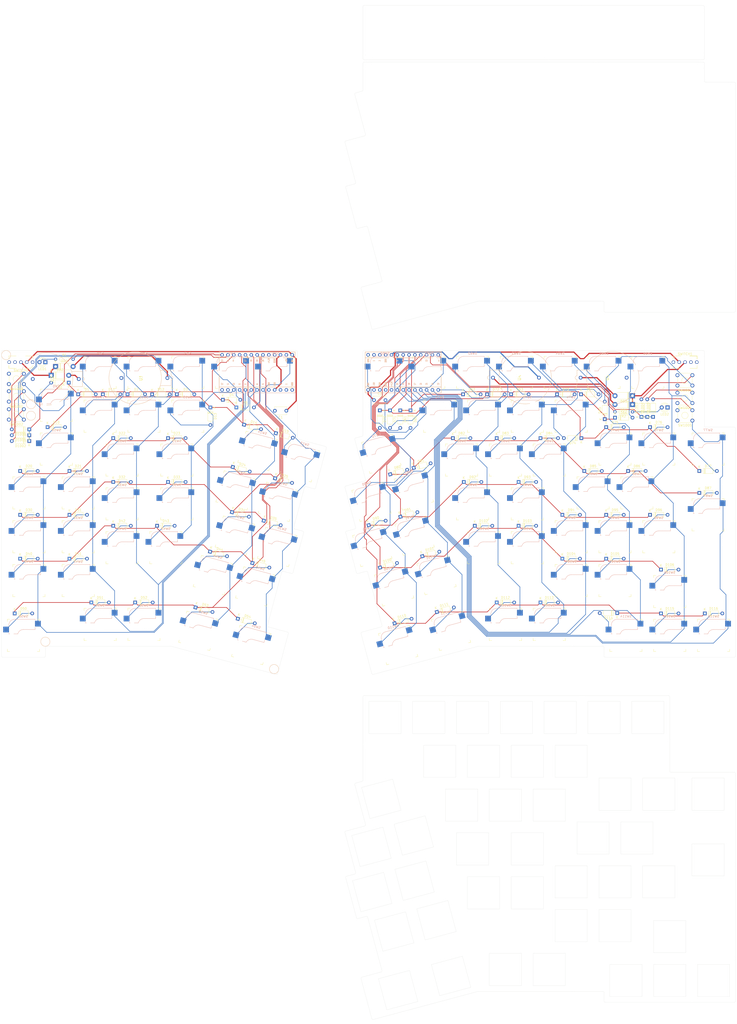
<source format=kicad_pcb>
(kicad_pcb (version 20171130) (host pcbnew "(5.1.6-0-10_14)")
  (layers (0 F.Cu signal) (31 B.Cu signal) (34 B.Paste user) (35 F.Paste user) (36 B.SilkS user) (37 F.SilkS user) (38 B.Mask user) (39 F.Mask user) (44 Edge.Cuts user))
  (net 0 "")
  (net 1 "Net-(BPM1-Pad25)")
  (net 2 "Net-(BPM1-Pad23)")
  (net 3 "Net-(BPM1-Pad22)")
  (net 4 col0)
  (net 5 col1)
  (net 6 col2)
  (net 7 col3)
  (net 8 col4)
  (net 9 col5)
  (net 10 col6)
  (net 11 col7)
  (net 12 row5)
  (net 13 row4)
  (net 14 row3)
  (net 15 row2)
  (net 16 row1)
  (net 17 row0)
  (net 18 "Net-(BPM1-Pad3)")
  (net 19 "Net-(D1-Pad2)")
  (net 20 "Net-(D2-Pad2)")
  (net 21 "Net-(D3-Pad2)")
  (net 22 "Net-(D4-Pad2)")
  (net 23 "Net-(D5-Pad2)")
  (net 24 "Net-(D10-Pad2)")
  (net 25 "Net-(D11-Pad2)")
  (net 26 "Net-(D12-Pad2)")
  (net 27 "Net-(D13-Pad2)")
  (net 28 "Net-(D14-Pad2)")
  (net 29 "Net-(D15-Pad2)")
  (net 30 "Net-(D20-Pad2)")
  (net 31 "Net-(D21-Pad2)")
  (net 32 "Net-(D22-Pad2)")
  (net 33 "Net-(D23-Pad2)")
  (net 34 "Net-(D24-Pad2)")
  (net 35 "Net-(D25-Pad2)")
  (net 36 "Net-(D30-Pad2)")
  (net 37 "Net-(D31-Pad2)")
  (net 38 "Net-(D32-Pad2)")
  (net 39 "Net-(D33-Pad2)")
  (net 40 "Net-(D34-Pad2)")
  (net 41 "Net-(D35-Pad2)")
  (net 42 "Net-(D40-Pad2)")
  (net 43 "Net-(D41-Pad2)")
  (net 44 "Net-(D42-Pad2)")
  (net 45 "Net-(D43-Pad2)")
  (net 46 "Net-(D44-Pad2)")
  (net 47 "Net-(D45-Pad2)")
  (net 48 "Net-(D100-Pad2)")
  (net 49 "Net-(D101-Pad2)")
  (net 50 "Net-(LED1-Pad2)")
  (net 51 "Net-(BPM1-Pad2)")
  (net 52 "Net-(D102-Pad2)")
  (net 53 gnd0)
  (net 54 "Net-(BPM1-Pad12)")
  (net 55 "Net-(BPM1-Pad13)")
  (net 56 rowsys0)
  (net 57 led0)
  (net 58 bat0)
  (net 59 "Net-(BPM2-Pad2)")
  (net 60 "Net-(BPM2-Pad3)")
  (net 61 gnd1)
  (net 62 col8)
  (net 63 col9)
  (net 64 col10)
  (net 65 col11)
  (net 66 col12)
  (net 67 col13)
  (net 68 rowsys1)
  (net 69 led1)
  (net 70 row6)
  (net 71 row7)
  (net 72 row8)
  (net 73 row9)
  (net 74 row10)
  (net 75 row11)
  (net 76 "Net-(BPM2-Pad22)")
  (net 77 "Net-(BPM2-Pad23)")
  (net 78 "Net-(BPM2-Pad25)")
  (net 79 bat1)
  (net 80 "Net-(D0-Pad2)")
  (net 81 "Net-(D50-Pad2)")
  (net 82 "Net-(D51-Pad2)")
  (net 83 "Net-(D52-Pad2)")
  (net 84 "Net-(D53-Pad2)")
  (net 85 "Net-(D54-Pad2)")
  (net 86 "Net-(D60-Pad2)")
  (net 87 "Net-(D61-Pad2)")
  (net 88 "Net-(D62-Pad2)")
  (net 89 "Net-(D63-Pad2)")
  (net 90 "Net-(D64-Pad2)")
  (net 91 "Net-(D65-Pad2)")
  (net 92 "Net-(D66-Pad2)")
  (net 93 "Net-(D70-Pad2)")
  (net 94 "Net-(D71-Pad2)")
  (net 95 "Net-(D72-Pad2)")
  (net 96 "Net-(D73-Pad2)")
  (net 97 "Net-(D74-Pad2)")
  (net 98 "Net-(D75-Pad2)")
  (net 99 "Net-(D76-Pad2)")
  (net 100 "Net-(D77-Pad2)")
  (net 101 "Net-(D80-Pad2)")
  (net 102 "Net-(D81-Pad2)")
  (net 103 "Net-(D82-Pad2)")
  (net 104 "Net-(D83-Pad2)")
  (net 105 "Net-(D84-Pad2)")
  (net 106 "Net-(D85-Pad2)")
  (net 107 "Net-(D86-Pad2)")
  (net 108 "Net-(D87-Pad2)")
  (net 109 "Net-(D90-Pad2)")
  (net 110 "Net-(D91-Pad2)")
  (net 111 "Net-(D92-Pad2)")
  (net 112 "Net-(D93-Pad2)")
  (net 113 "Net-(D94-Pad2)")
  (net 114 "Net-(D95-Pad2)")
  (net 115 "Net-(D96-Pad2)")
  (net 116 "Net-(D103-Pad2)")
  (net 117 "Net-(D104-Pad2)")
  (net 118 "Net-(D105-Pad2)")
  (net 119 "Net-(D106-Pad2)")
  (net 120 "Net-(D110-Pad2)")
  (net 121 "Net-(D111-Pad2)")
  (net 122 "Net-(D112-Pad2)")
  (net 123 "Net-(D113-Pad2)")
  (net 124 "Net-(D114-Pad2)")
  (net 125 "Net-(D115-Pad2)")
  (net 126 "Net-(D116-Pad2)")
  (net 127 "Net-(D1000-Pad2)")
  (net 128 "Net-(D1001-Pad2)")
  (net 129 "Net-(D1002-Pad2)")
  (net 130 "Net-(D1003-Pad2)")
  (net 131 "Net-(D1004-Pad2)")
  (net 132 "Net-(D1005-Pad2)")
  (net 133 "Net-(DD1-Pad2)")
  (net 134 "Net-(DD1-Pad1)")
  (net 135 "Net-(DD2-Pad2)")
  (net 136 "Net-(DD3-Pad2)")
  (net 137 "Net-(DD3-Pad1)")
  (net 138 "Net-(DD4-Pad2)")
  (net 139 "Net-(LED2-Pad2)")
  (net 140 "Net-(SW1000-Pad4)")
  (net 141 "Net-(SW1000-Pad2)")
  (net 142 "Net-(SW1001-Pad4)")
  (net 143 "Net-(SW1001-Pad2)")
  (net 144 "Net-(SW1002-Pad4)")
  (net 145 "Net-(SW1002-Pad2)")
  (net 146 "Net-(SW1003-Pad2)")
  (net 147 "Net-(SW1003-Pad4)")
  (net 148 "Net-(SW1004-Pad2)")
  (net 149 "Net-(SW1004-Pad4)")
  (net 150 "Net-(SW1005-Pad2)")
  (net 151 "Net-(SW1005-Pad4)")
  (net 152 "Net-(SWITCH0-Pad3)")
  (net 153 "Net-(SWITCH1-Pad3)")
  (module mylibrary:BLEMicroPro (layer F.Cu) (at 108.585 0 270)
    (fp_text reference BPM1 hide)
    (fp_text value BleProMicro hide)
    (fp_text user 7 (at 5.08 0 90) (layer F.SilkS) (effects (font (size 0.75 0.5) (thickness 0.125))))
    (fp_text user 6 (at 5.08 -2.54 90) (layer B.SilkS) (effects (font (size 0.75 0.5) (thickness 0.125))))
    (fp_text user 5 (at 5.08 -5.08 90) (layer B.SilkS) (effects (font (size 0.75 0.5) (thickness 0.125))))
    (fp_text user GND (at 5.08 -7.62 90) (layer B.SilkS) (effects (font (size 0.75 0.5) (thickness 0.125))))
    (fp_text user GND (at 5.08 -10.16 90) (layer B.SilkS) (effects (font (size 0.75 0.5) (thickness 0.125))))
    (fp_text user 2 (at 5.08 -12.7 90) (layer B.SilkS) (effects (font (size 0.75 0.5) (thickness 0.125))))
    (fp_text user 1 (at 5.08 -15.24 90) (layer B.SilkS) (effects (font (size 0.75 0.5) (thickness 0.125))))
    (fp_text user "" (at -1.2425 -17.018 90) (layer B.SilkS) (effects (justify mirror)))
    (fp_text user GND (at 5.08 -17.78 90) (layer B.SilkS) (effects (font (size 0.75 0.5) (thickness 0.125))))
    (fp_text user 10 (at 5.08 7.62 90) (layer B.SilkS) (effects (font (size 0.75 0.5) (thickness 0.125))))
    (fp_text user 11 (at 5.08 10.16 90) (layer F.SilkS) (effects (font (size 0.75 0.5) (thickness 0.125))))
    (fp_text user 9 (at 5.08 5.08 90) (layer B.SilkS) (effects (font (size 0.75 0.5) (thickness 0.125))))
    (fp_text user 8 (at 5.08 2.54 90) (layer B.SilkS) (effects (font (size 0.75 0.5) (thickness 0.125))))
    (fp_text user 13 (at -5.08 12.7 90) (layer B.SilkS) (effects (font (size 0.75 0.5) (thickness 0.125))))
    (fp_text user 14 (at -5.08 10.16 90) (layer B.SilkS) (effects (font (size 0.75 0.5) (thickness 0.125))))
    (fp_text user 15 (at -5.08 7.62 90) (layer B.SilkS) (effects (font (size 0.75 0.5) (thickness 0.125))))
    (fp_text user 16 (at -5.08 5.08 90) (layer B.SilkS) (effects (font (size 0.75 0.5) (thickness 0.125))))
    (fp_text user 17 (at -5.08 2.54 90) (layer B.SilkS) (effects (font (size 0.75 0.5) (thickness 0.125))))
    (fp_text user 18 (at -5.08 0 90) (layer B.SilkS) (effects (font (size 0.75 0.5) (thickness 0.125))))
    (fp_text user 19 (at -5.08 -2.54 90) (layer B.SilkS) (effects (font (size 0.75 0.5) (thickness 0.125))))
    (fp_text user 20 (at -5.08 -5.08 90) (layer B.SilkS) (effects (font (size 0.75 0.5) (thickness 0.125))))
    (fp_text user +4.3V (at -5.08 -7.62 90) (layer F.SilkS) (effects (font (size 0.75 0.5) (thickness 0.125))))
    (fp_text user BOOT (at -5.08 -10.16 90) (layer B.SilkS) (effects (font (size 0.75 0.5) (thickness 0.125))))
    (fp_text user GND (at -5.08 -12.7 90) (layer B.SilkS) (effects (font (size 0.75 0.5) (thickness 0.125))))
    (fp_text user +5V (at -5.08 -15.24 90) (layer B.SilkS) (effects (font (size 0.75 0.5) (thickness 0.125))))
    (fp_text user BAT (at -5.08 -17.78 90) (layer B.SilkS) (effects (font (size 0.75 0.5) (thickness 0.125))))
    (fp_text user 12 (at 5.08 12.7 90) (layer B.SilkS) (effects (font (size 0.75 0.5) (thickness 0.125))))
    (fp_text user GND (at 5.08 -17.78 90) (layer F.SilkS) (effects (font (size 0.75 0.5) (thickness 0.125))))
    (fp_text user "" (at -1.2425 -17.018 90) (layer B.SilkS) (effects (justify mirror)))
    (fp_text user "" (at -0.536 -18.012 90) (layer F.SilkS))
    (fp_text user 1 (at 5.08 -15.24 90) (layer F.SilkS) (effects (font (size 0.75 0.5) (thickness 0.125))))
    (fp_text user 2 (at 5.08 -12.7 90) (layer F.SilkS) (effects (font (size 0.75 0.5) (thickness 0.125))))
    (fp_text user GND (at 5.08 -10.16 90) (layer F.SilkS) (effects (font (size 0.75 0.5) (thickness 0.125))))
    (fp_text user GND (at 5.08 -7.62 90) (layer F.SilkS) (effects (font (size 0.75 0.5) (thickness 0.125))))
    (fp_text user 5 (at 5.08 -5.08 90) (layer F.SilkS) (effects (font (size 0.75 0.5) (thickness 0.125))))
    (fp_text user 6 (at 5.08 -2.54 90) (layer F.SilkS) (effects (font (size 0.75 0.5) (thickness 0.125))))
    (fp_text user 7 (at 5.08 0 90) (layer B.SilkS) (effects (font (size 0.75 0.5) (thickness 0.125))))
    (fp_text user 8 (at 5.08 2.54 90) (layer F.SilkS) (effects (font (size 0.75 0.5) (thickness 0.125))))
    (fp_text user 9 (at 5.08 5.08 90) (layer F.SilkS) (effects (font (size 0.75 0.5) (thickness 0.125))))
    (fp_text user 10 (at 5.08 7.62 90) (layer F.SilkS) (effects (font (size 0.75 0.5) (thickness 0.125))))
    (fp_text user 11 (at 5.08 10.16 90) (layer B.SilkS) (effects (font (size 0.75 0.5) (thickness 0.125))))
    (fp_text user 12 (at 5.08 12.7 90) (layer F.SilkS) (effects (font (size 0.75 0.5) (thickness 0.125))))
    (fp_text user BAT (at -5.08 -17.78 90) (layer F.SilkS) (effects (font (size 0.75 0.5) (thickness 0.125))))
    (fp_text user +5V (at -5.08 -15.24 90) (layer F.SilkS) (effects (font (size 0.75 0.5) (thickness 0.125))))
    (fp_text user GND (at -5.08 -12.7 90) (layer F.SilkS) (effects (font (size 0.75 0.5) (thickness 0.125))))
    (fp_text user BOOT (at -5.08 -10.16 90) (layer F.SilkS) (effects (font (size 0.75 0.5) (thickness 0.125))))
    (fp_text user +4.3V (at -5.08 -7.62 90) (layer B.SilkS) (effects (font (size 0.75 0.5) (thickness 0.125))))
    (fp_text user 20 (at -5.08 -5.08 90) (layer F.SilkS) (effects (font (size 0.75 0.5) (thickness 0.125))))
    (fp_text user 19 (at -5.08 -2.54 90) (layer F.SilkS) (effects (font (size 0.75 0.5) (thickness 0.125))))
    (fp_text user 18 (at -5.08 0 90) (layer F.SilkS) (effects (font (size 0.75 0.5) (thickness 0.125))))
    (fp_text user 17 (at -5.08 2.54 90) (layer F.SilkS) (effects (font (size 0.75 0.5) (thickness 0.125))))
    (fp_text user 16 (at -5.08 5.08 90) (layer F.SilkS) (effects (font (size 0.75 0.5) (thickness 0.125))))
    (fp_text user 15 (at -5.08 7.62 90) (layer F.SilkS) (effects (font (size 0.75 0.5) (thickness 0.125))))
    (fp_text user 14 (at -5.08 10.16 90) (layer F.SilkS) (effects (font (size 0.75 0.5) (thickness 0.125))))
    (fp_text user 13 (at -5.08 12.7 90) (layer F.SilkS) (effects (font (size 0.75 0.5) (thickness 0.125))))
    (pad 2 thru_hole circle (at 7.6204 -15.24 270) (size 1.524 1.524) (drill 0.8128) (layers *.Cu *.Mask) (net 51 "Net-(BPM1-Pad2)"))
    (pad 3 thru_hole circle (at 7.6204 -12.7 270) (size 1.524 1.524) (drill 0.8128) (layers *.Cu *.Mask) (net 18 "Net-(BPM1-Pad3)"))
    (pad 4 thru_hole circle (at 7.6204 -10.16 270) (size 1.524 1.524) (drill 0.8128) (layers *.Cu *.Mask) (net 53 gnd0))
    (pad 5 thru_hole circle (at 7.6204 -7.62 270) (size 1.524 1.524) (drill 0.8128) (layers *.Cu *.Mask) (net 53 gnd0))
    (pad 6 thru_hole circle (at 7.6204 -5.08 270) (size 1.524 1.524) (drill 0.8128) (layers *.Cu *.Mask) (net 9 col5))
    (pad 7 thru_hole circle (at 7.6204 -2.54 270) (size 1.524 1.524) (drill 0.8128) (layers *.Cu *.Mask) (net 8 col4))
    (pad 8 thru_hole circle (at 7.6204 0 270) (size 1.524 1.524) (drill 0.8128) (layers *.Cu *.Mask) (net 4 col0))
    (pad 9 thru_hole circle (at 7.6204 2.54 270) (size 1.524 1.524) (drill 0.8128) (layers *.Cu *.Mask) (net 5 col1))
    (pad 10 thru_hole circle (at 7.6204 5.08 270) (size 1.524 1.524) (drill 0.8128) (layers *.Cu *.Mask) (net 6 col2))
    (pad 11 thru_hole circle (at 7.6204 7.62 270) (size 1.524 1.524) (drill 0.8128) (layers *.Cu *.Mask) (net 7 col3))
    (pad 12 thru_hole circle (at 7.6204 10.16 270) (size 1.524 1.524) (drill 0.8128) (layers *.Cu *.Mask) (net 54 "Net-(BPM1-Pad12)"))
    (pad 13 thru_hole circle (at 7.6204 12.7 270) (size 1.524 1.524) (drill 0.8128) (layers *.Cu *.Mask) (net 55 "Net-(BPM1-Pad13)"))
    (pad 14 thru_hole circle (at -7.6196 12.7 270) (size 1.524 1.524) (drill 0.8128) (layers *.Cu *.Mask) (net 56 rowsys0))
    (pad 15 thru_hole circle (at -7.6196 10.16 270) (size 1.524 1.524) (drill 0.8128) (layers *.Cu *.Mask) (net 57 led0))
    (pad 16 thru_hole circle (at -7.6196 7.62 270) (size 1.524 1.524) (drill 0.8128) (layers *.Cu *.Mask) (net 17 row0))
    (pad 17 thru_hole circle (at -7.6196 5.08 270) (size 1.524 1.524) (drill 0.8128) (layers *.Cu *.Mask) (net 16 row1))
    (pad 18 thru_hole circle (at -7.6196 2.54 270) (size 1.524 1.524) (drill 0.8128) (layers *.Cu *.Mask) (net 15 row2))
    (pad 19 thru_hole circle (at -7.6196 0 270) (size 1.524 1.524) (drill 0.8128) (layers *.Cu *.Mask) (net 14 row3))
    (pad 20 thru_hole circle (at -7.6196 -2.54 270) (size 1.524 1.524) (drill 0.8128) (layers *.Cu *.Mask) (net 13 row4))
    (pad 21 thru_hole circle (at -7.6196 -5.08 270) (size 1.524 1.524) (drill 0.8128) (layers *.Cu *.Mask) (net 12 row5))
    (pad 22 thru_hole circle (at -7.6196 -7.62 270) (size 1.524 1.524) (drill 0.8128) (layers *.Cu *.Mask) (net 3 "Net-(BPM1-Pad22)"))
    (pad 23 thru_hole circle (at -7.6196 -10.16 270) (size 1.524 1.524) (drill 0.8128) (layers *.Cu *.Mask) (net 2 "Net-(BPM1-Pad23)"))
    (pad 24 thru_hole circle (at -7.6196 -12.7 270) (size 1.524 1.524) (drill 0.8128) (layers *.Cu *.Mask) (net 53 gnd0))
    (pad 25 thru_hole circle (at -7.6196 -15.24 270) (size 1.524 1.524) (drill 0.8128) (layers *.Cu *.Mask) (net 1 "Net-(BPM1-Pad25)"))
    (pad 1 thru_hole circle (at 7.62 -17.78 270) (size 1.524 1.524) (drill 0.8128) (layers *.Cu *.Mask) (net 53 gnd0))
    (pad 26 thru_hole circle (at -7.62 -17.78 270) (size 1.524 1.524) (drill 0.8128) (layers *.Cu *.Mask) (net 58 bat0))
  )
  (module keyswitches:Kailh_socket_MX (layer F.Cu) (at 71.4375 76.2)
    (fp_text reference SW43 (at 0 -8.255) (layer B.SilkS) (effects (justify mirror)))
    (fp_text value SW_PUSH)
    (pad 1 smd rect (at 6.29 -5.08) (size 2.55 2.5) (layers B.Cu B.Paste B.Mask) (net 7 col3))
    (pad "" np_thru_hole circle (at 2.54 -5.08) (size 3 3) (drill 3) (layers *.Cu *.Mask))
    (pad "" np_thru_hole circle (at -3.81 -2.54) (size 3 3) (drill 3) (layers *.Cu *.Mask))
    (pad "" np_thru_hole circle (at 0 0) (size 3.9878 3.9878) (drill 3.9878) (layers *.Cu *.Mask))
    (pad "" np_thru_hole circle (at 5.08 0) (size 1.7018 1.7018) (drill 1.7018) (layers *.Cu *.Mask))
    (pad "" np_thru_hole circle (at -5.08 0) (size 1.7018 1.7018) (drill 1.7018) (layers *.Cu *.Mask))
    (pad 2 smd rect (at -7.56 -2.54) (size 2.55 2.5) (layers B.Cu B.Paste B.Mask) (net 45 "Net-(D43-Pad2)"))
  )
  (module Resistor_THT:R_Axial_DIN0204_L3.6mm_D1.6mm_P7.62mm_Horizontal (layer F.Cu) (at 23.495 -5.715)
    (fp_text reference R1 (at 3.81 -1.92) (layer F.SilkS))
    (fp_text value R)
    (pad 2 thru_hole oval (at 7.62 0) (size 1.4 1.4) (drill 0.7) (layers *.Cu *.Mask) (net 57 led0))
    (pad 1 thru_hole circle (at 0 0) (size 1.4 1.4) (drill 0.7) (layers *.Cu *.Mask) (net 50 "Net-(LED1-Pad2)"))
  )
  (module Diode_THT:D_DO-41_SOD81_P7.62mm_Horizontal (layer F.Cu) (at 23.495 -2.54)
    (fp_text reference DD1 (at 3.81 -2.47) (layer F.SilkS))
    (fp_text value D)
    (fp_text user K (at 0 -2.1) (layer F.SilkS))
    (pad 2 thru_hole oval (at 7.62 0) (size 2.2 2.2) (drill 1.1) (layers *.Cu *.Mask) (net 133 "Net-(DD1-Pad2)"))
    (pad 1 thru_hole rect (at 0 0) (size 2.2 2.2) (drill 1.1) (layers *.Cu *.Mask) (net 134 "Net-(DD1-Pad1)"))
  )
  (module Diode_THT:D_DO-41_SOD81_P7.62mm_Horizontal (layer F.Cu) (at 21.59 1.27)
    (fp_text reference DD2 (at 3.81 -2.47) (layer F.SilkS))
    (fp_text value D)
    (fp_text user K (at 0 -2.1) (layer F.SilkS))
    (pad 1 thru_hole rect (at 0 0) (size 2.2 2.2) (drill 1.1) (layers *.Cu *.Mask) (net 134 "Net-(DD1-Pad1)"))
    (pad 2 thru_hole oval (at 7.62 0) (size 2.2 2.2) (drill 1.1) (layers *.Cu *.Mask) (net 135 "Net-(DD2-Pad2)"))
  )
  (module keyswitches:Kailh_socket_MX (layer F.Cu) (at 111.274856 34.151422 345)
    (fp_text reference SW14 (at 0 -8.255 345) (layer B.SilkS) (effects (justify mirror)))
    (fp_text value SW_PUSH)
    (pad 1 smd rect (at 6.29 -5.08 345) (size 2.55 2.5) (layers B.Cu B.Paste B.Mask) (net 8 col4))
    (pad "" np_thru_hole circle (at 2.54 -5.08 345) (size 3 3) (drill 3) (layers *.Cu *.Mask))
    (pad "" np_thru_hole circle (at -3.81 -2.54 345) (size 3 3) (drill 3) (layers *.Cu *.Mask))
    (pad "" np_thru_hole circle (at 0 0 345) (size 3.9878 3.9878) (drill 3.9878) (layers *.Cu *.Mask))
    (pad "" np_thru_hole circle (at 5.08 0 345) (size 1.7018 1.7018) (drill 1.7018) (layers *.Cu *.Mask))
    (pad "" np_thru_hole circle (at -5.08 0 345) (size 1.7018 1.7018) (drill 1.7018) (layers *.Cu *.Mask))
    (pad 2 smd rect (at -7.56 -2.54 345) (size 2.55 2.5) (layers B.Cu B.Paste B.Mask) (net 28 "Net-(D14-Pad2)"))
  )
  (module keyswitches:Kailh_socket_MX (layer F.Cu) (at 80.9625 19.05)
    (fp_text reference SW13 (at 0 -8.255) (layer B.SilkS) (effects (justify mirror)))
    (fp_text value SW_PUSH)
    (pad 1 smd rect (at 6.29 -5.08) (size 2.55 2.5) (layers B.Cu B.Paste B.Mask) (net 7 col3))
    (pad "" np_thru_hole circle (at 2.54 -5.08) (size 3 3) (drill 3) (layers *.Cu *.Mask))
    (pad "" np_thru_hole circle (at -3.81 -2.54) (size 3 3) (drill 3) (layers *.Cu *.Mask))
    (pad "" np_thru_hole circle (at 0 0) (size 3.9878 3.9878) (drill 3.9878) (layers *.Cu *.Mask))
    (pad "" np_thru_hole circle (at 5.08 0) (size 1.7018 1.7018) (drill 1.7018) (layers *.Cu *.Mask))
    (pad "" np_thru_hole circle (at -5.08 0) (size 1.7018 1.7018) (drill 1.7018) (layers *.Cu *.Mask))
    (pad 2 smd rect (at -7.56 -2.54) (size 2.55 2.5) (layers B.Cu B.Paste B.Mask) (net 27 "Net-(D13-Pad2)"))
  )
  (module mylibrary:Spacer (layer F.Cu) (at 12.795 13.835)
    (fp_text reference REF**)
    (fp_text value Spacer)
    (pad "" np_thru_hole circle (at 0 0) (size 2.2 2.2) (drill 2.2) (layers *.Cu *.Mask))
  )
  (module mylibrary:Spacer (layer F.Cu) (at 12.795 18.835)
    (fp_text reference REF**)
    (fp_text value Spacer)
    (pad "" np_thru_hole circle (at 0 0) (size 2.2 2.2) (drill 2.2) (layers *.Cu *.Mask))
  )
  (module mylibrary:Spacer (layer F.Cu) (at 2 -7.525)
    (fp_text reference REF**)
    (fp_text value Spacer)
    (pad "" np_thru_hole circle (at 0 0) (size 2.2 2.2) (drill 2.2) (layers *.Cu *.Mask))
  )
  (module mylibrary:Spacer (layer F.Cu) (at 19.05 117.0625)
    (fp_text reference REF**)
    (fp_text value Spacer)
    (pad "" np_thru_hole circle (at 0 0) (size 2.2 2.2) (drill 2.2) (layers *.Cu *.Mask))
  )
  (module mylibrary:Spacer (layer F.Cu) (at 118.479544 128.967022)
    (fp_text reference REF**)
    (fp_text value Spacer)
    (pad "" np_thru_hole circle (at 0 0) (size 2.2 2.2) (drill 2.2) (layers *.Cu *.Mask))
  )
  (module keyswitches:Kailh_socket_MX (layer F.Cu) (at 52.3875 76.2)
    (fp_text reference SW42 (at 0 -8.255) (layer B.SilkS) (effects (justify mirror)))
    (fp_text value SW_PUSH)
    (pad 1 smd rect (at 6.29 -5.08) (size 2.55 2.5) (layers B.Cu B.Paste B.Mask) (net 6 col2))
    (pad "" np_thru_hole circle (at 2.54 -5.08) (size 3 3) (drill 3) (layers *.Cu *.Mask))
    (pad "" np_thru_hole circle (at -3.81 -2.54) (size 3 3) (drill 3) (layers *.Cu *.Mask))
    (pad "" np_thru_hole circle (at 0 0) (size 3.9878 3.9878) (drill 3.9878) (layers *.Cu *.Mask))
    (pad "" np_thru_hole circle (at 5.08 0) (size 1.7018 1.7018) (drill 1.7018) (layers *.Cu *.Mask))
    (pad "" np_thru_hole circle (at -5.08 0) (size 1.7018 1.7018) (drill 1.7018) (layers *.Cu *.Mask))
    (pad 2 smd rect (at -7.56 -2.54) (size 2.55 2.5) (layers B.Cu B.Paste B.Mask) (net 44 "Net-(D42-Pad2)"))
  )
  (module keyswitches:Kailh_socket_MX (layer F.Cu) (at 33.3375 90.4875)
    (fp_text reference SW41 (at 0 -8.255) (layer B.SilkS) (effects (justify mirror)))
    (fp_text value SW_PUSH)
    (pad 1 smd rect (at 6.29 -5.08) (size 2.55 2.5) (layers B.Cu B.Paste B.Mask) (net 5 col1))
    (pad "" np_thru_hole circle (at 2.54 -5.08) (size 3 3) (drill 3) (layers *.Cu *.Mask))
    (pad "" np_thru_hole circle (at -3.81 -2.54) (size 3 3) (drill 3) (layers *.Cu *.Mask))
    (pad "" np_thru_hole circle (at 0 0) (size 3.9878 3.9878) (drill 3.9878) (layers *.Cu *.Mask))
    (pad "" np_thru_hole circle (at 5.08 0) (size 1.7018 1.7018) (drill 1.7018) (layers *.Cu *.Mask))
    (pad "" np_thru_hole circle (at -5.08 0) (size 1.7018 1.7018) (drill 1.7018) (layers *.Cu *.Mask))
    (pad 2 smd rect (at -7.56 -2.54) (size 2.55 2.5) (layers B.Cu B.Paste B.Mask) (net 43 "Net-(D41-Pad2)"))
  )
  (module keyswitches:Kailh_socket_MX (layer F.Cu) (at 11.906 90.4875)
    (fp_text reference SW40 (at 0 -8.255) (layer B.SilkS) (effects (justify mirror)))
    (fp_text value SW_PUSH)
    (pad 1 smd rect (at 6.29 -5.08) (size 2.55 2.5) (layers B.Cu B.Paste B.Mask) (net 4 col0))
    (pad "" np_thru_hole circle (at 2.54 -5.08) (size 3 3) (drill 3) (layers *.Cu *.Mask))
    (pad "" np_thru_hole circle (at -3.81 -2.54) (size 3 3) (drill 3) (layers *.Cu *.Mask))
    (pad "" np_thru_hole circle (at 0 0) (size 3.9878 3.9878) (drill 3.9878) (layers *.Cu *.Mask))
    (pad "" np_thru_hole circle (at 5.08 0) (size 1.7018 1.7018) (drill 1.7018) (layers *.Cu *.Mask))
    (pad "" np_thru_hole circle (at -5.08 0) (size 1.7018 1.7018) (drill 1.7018) (layers *.Cu *.Mask))
    (pad 2 smd rect (at -7.56 -2.54) (size 2.55 2.5) (layers B.Cu B.Paste B.Mask) (net 42 "Net-(D40-Pad2)"))
  )
  (module Diode_THT:D_DO-35_SOD27_P7.62mm_Horizontal (layer F.Cu) (at 109.069086 82.865416 345)
    (fp_text reference D45 (at 3.81 -2.12 345) (layer F.SilkS))
    (fp_text value D)
    (fp_text user K (at 0 -1.799999 345) (layer F.SilkS))
    (pad 2 thru_hole oval (at 7.62 0 345) (size 1.6 1.6) (drill 0.8) (layers *.Cu *.Mask) (net 47 "Net-(D45-Pad2)"))
    (pad 1 thru_hole rect (at 0 0 345) (size 1.6 1.6) (drill 0.8) (layers *.Cu *.Mask) (net 13 row4))
  )
  (module Diode_THT:D_DO-35_SOD27_P7.62mm_Horizontal (layer F.Cu) (at 90.668199 77.934913 345)
    (fp_text reference D44 (at 3.81 -2.12 345) (layer F.SilkS))
    (fp_text value D)
    (fp_text user K (at 0 -1.799999 345) (layer F.SilkS))
    (pad 2 thru_hole oval (at 7.62 0 345) (size 1.6 1.6) (drill 0.8) (layers *.Cu *.Mask) (net 46 "Net-(D44-Pad2)"))
    (pad 1 thru_hole rect (at 0 0 345) (size 1.6 1.6) (drill 0.8) (layers *.Cu *.Mask) (net 13 row4))
  )
  (module Diode_THT:D_DO-35_SOD27_P7.62mm_Horizontal (layer F.Cu) (at 67.6275 66.675)
    (fp_text reference D43 (at 3.81 -2.12) (layer F.SilkS))
    (fp_text value D)
    (fp_text user K (at 0 -1.8) (layer F.SilkS))
    (pad 2 thru_hole oval (at 7.62 0) (size 1.6 1.6) (drill 0.8) (layers *.Cu *.Mask) (net 45 "Net-(D43-Pad2)"))
    (pad 1 thru_hole rect (at 0 0) (size 1.6 1.6) (drill 0.8) (layers *.Cu *.Mask) (net 13 row4))
  )
  (module Diode_THT:D_DO-35_SOD27_P7.62mm_Horizontal (layer F.Cu) (at 29.5275 80.9625)
    (fp_text reference D41 (at 3.81 -2.12) (layer F.SilkS))
    (fp_text value D)
    (fp_text user K (at 0 -1.8) (layer F.SilkS))
    (pad 2 thru_hole oval (at 7.62 0) (size 1.6 1.6) (drill 0.8) (layers *.Cu *.Mask) (net 43 "Net-(D41-Pad2)"))
    (pad 1 thru_hole rect (at 0 0) (size 1.6 1.6) (drill 0.8) (layers *.Cu *.Mask) (net 13 row4))
  )
  (module Diode_THT:D_DO-35_SOD27_P7.62mm_Horizontal (layer F.Cu) (at 8.096 80.9625)
    (fp_text reference D40 (at 3.81 -2.12) (layer F.SilkS))
    (fp_text value D)
    (fp_text user K (at 0 -1.8) (layer F.SilkS))
    (pad 2 thru_hole oval (at 7.62 0) (size 1.6 1.6) (drill 0.8) (layers *.Cu *.Mask) (net 42 "Net-(D40-Pad2)"))
    (pad 1 thru_hole rect (at 0 0) (size 1.6 1.6) (drill 0.8) (layers *.Cu *.Mask) (net 13 row4))
  )
  (module Diode_THT:D_DO-35_SOD27_P7.62mm_Horizontal (layer F.Cu) (at 48.5775 28.575)
    (fp_text reference D22 (at 3.81 -2.12) (layer F.SilkS))
    (fp_text value D)
    (fp_text user K (at 0 -1.8) (layer F.SilkS))
    (pad 1 thru_hole rect (at 0 0) (size 1.6 1.6) (drill 0.8) (layers *.Cu *.Mask) (net 15 row2))
    (pad 2 thru_hole oval (at 7.62 0) (size 1.6 1.6) (drill 0.8) (layers *.Cu *.Mask) (net 32 "Net-(D22-Pad2)"))
  )
  (module keyswitches:Kailh_socket_MX (layer F.Cu) (at 52.3875 38.1)
    (fp_text reference SW22 (at 0 -8.255) (layer B.SilkS) (effects (justify mirror)))
    (fp_text value SW_PUSH)
    (pad 1 smd rect (at 6.29 -5.08) (size 2.55 2.5) (layers B.Cu B.Paste B.Mask) (net 6 col2))
    (pad "" np_thru_hole circle (at 2.54 -5.08) (size 3 3) (drill 3) (layers *.Cu *.Mask))
    (pad "" np_thru_hole circle (at -3.81 -2.54) (size 3 3) (drill 3) (layers *.Cu *.Mask))
    (pad "" np_thru_hole circle (at 0 0) (size 3.9878 3.9878) (drill 3.9878) (layers *.Cu *.Mask))
    (pad "" np_thru_hole circle (at 5.08 0) (size 1.7018 1.7018) (drill 1.7018) (layers *.Cu *.Mask))
    (pad "" np_thru_hole circle (at -5.08 0) (size 1.7018 1.7018) (drill 1.7018) (layers *.Cu *.Mask))
    (pad 2 smd rect (at -7.56 -2.54) (size 2.55 2.5) (layers B.Cu B.Paste B.Mask) (net 32 "Net-(D22-Pad2)"))
  )
  (module keyswitches:Kailh_socket_MX (layer F.Cu) (at 42.8625 109.5375)
    (fp_text reference SW51 (at 0 -8.255) (layer B.SilkS) (effects (justify mirror)))
    (fp_text value SW_PUSH)
    (pad 1 smd rect (at 6.29 -5.08) (size 2.55 2.5) (layers B.Cu B.Paste B.Mask) (net 5 col1))
    (pad "" np_thru_hole circle (at 2.54 -5.08) (size 3 3) (drill 3) (layers *.Cu *.Mask))
    (pad "" np_thru_hole circle (at -3.81 -2.54) (size 3 3) (drill 3) (layers *.Cu *.Mask))
    (pad "" np_thru_hole circle (at 0 0) (size 3.9878 3.9878) (drill 3.9878) (layers *.Cu *.Mask))
    (pad "" np_thru_hole circle (at 5.08 0) (size 1.7018 1.7018) (drill 1.7018) (layers *.Cu *.Mask))
    (pad "" np_thru_hole circle (at -5.08 0) (size 1.7018 1.7018) (drill 1.7018) (layers *.Cu *.Mask))
    (pad 2 smd rect (at -7.56 -2.54) (size 2.55 2.5) (layers B.Cu B.Paste B.Mask) (net 82 "Net-(D51-Pad2)"))
  )
  (module Diode_THT:D_DO-35_SOD27_P7.62mm_Horizontal (layer F.Cu) (at 8.096 61.9125)
    (fp_text reference D30 (at 3.81 -2.12) (layer F.SilkS))
    (fp_text value D)
    (fp_text user K (at 0 -1.799999) (layer F.SilkS))
    (pad 1 thru_hole rect (at 0 0) (size 1.6 1.6) (drill 0.8) (layers *.Cu *.Mask) (net 14 row3))
    (pad 2 thru_hole oval (at 7.62 0) (size 1.6 1.6) (drill 0.8) (layers *.Cu *.Mask) (net 36 "Net-(D30-Pad2)"))
  )
  (module keyswitches:Kailh_socket_MX (layer F.Cu) (at 23.8125 14.2875)
    (fp_text reference SW0 (at 0 -8.255) (layer B.SilkS) (effects (justify mirror)))
    (fp_text value SW_PUSH)
    (pad 1 smd rect (at 6.29 -5.08) (size 2.55 2.5) (layers B.Cu B.Paste B.Mask) (net 4 col0))
    (pad "" np_thru_hole circle (at 2.54 -5.08) (size 3 3) (drill 3) (layers *.Cu *.Mask))
    (pad "" np_thru_hole circle (at -3.81 -2.54) (size 3 3) (drill 3) (layers *.Cu *.Mask))
    (pad "" np_thru_hole circle (at 0 0) (size 3.9878 3.9878) (drill 3.9878) (layers *.Cu *.Mask))
    (pad "" np_thru_hole circle (at 5.08 0) (size 1.7018 1.7018) (drill 1.7018) (layers *.Cu *.Mask))
    (pad "" np_thru_hole circle (at -5.08 0) (size 1.7018 1.7018) (drill 1.7018) (layers *.Cu *.Mask))
    (pad 2 smd rect (at -7.56 -2.54) (size 2.55 2.5) (layers B.Cu B.Paste B.Mask) (net 80 "Net-(D0-Pad2)"))
  )
  (module keyswitches:Kailh_socket_MX (layer F.Cu) (at 42.8625 19.05)
    (fp_text reference SW11 (at 0 -8.255) (layer B.SilkS) (effects (justify mirror)))
    (fp_text value SW_PUSH)
    (pad 1 smd rect (at 6.29 -5.08) (size 2.55 2.5) (layers B.Cu B.Paste B.Mask) (net 5 col1))
    (pad "" np_thru_hole circle (at 2.54 -5.08) (size 3 3) (drill 3) (layers *.Cu *.Mask))
    (pad "" np_thru_hole circle (at -3.81 -2.54) (size 3 3) (drill 3) (layers *.Cu *.Mask))
    (pad "" np_thru_hole circle (at 0 0) (size 3.9878 3.9878) (drill 3.9878) (layers *.Cu *.Mask))
    (pad "" np_thru_hole circle (at 5.08 0) (size 1.7018 1.7018) (drill 1.7018) (layers *.Cu *.Mask))
    (pad "" np_thru_hole circle (at -5.08 0) (size 1.7018 1.7018) (drill 1.7018) (layers *.Cu *.Mask))
    (pad 2 smd rect (at -7.56 -2.54) (size 2.55 2.5) (layers B.Cu B.Paste B.Mask) (net 25 "Net-(D11-Pad2)"))
  )
  (module keyswitches:Kailh_socket_MX (layer F.Cu) (at 9.525 114.3)
    (fp_text reference SW50 (at 0 -8.255) (layer B.SilkS) (effects (justify mirror)))
    (fp_text value SW_PUSH)
    (pad 1 smd rect (at 6.29 -5.08) (size 2.55 2.5) (layers B.Cu B.Paste B.Mask) (net 4 col0))
    (pad "" np_thru_hole circle (at 2.54 -5.08) (size 3 3) (drill 3) (layers *.Cu *.Mask))
    (pad "" np_thru_hole circle (at -3.81 -2.54) (size 3 3) (drill 3) (layers *.Cu *.Mask))
    (pad "" np_thru_hole circle (at 0 0) (size 3.9878 3.9878) (drill 3.9878) (layers *.Cu *.Mask))
    (pad "" np_thru_hole circle (at 5.08 0) (size 1.7018 1.7018) (drill 1.7018) (layers *.Cu *.Mask))
    (pad "" np_thru_hole circle (at -5.08 0) (size 1.7018 1.7018) (drill 1.7018) (layers *.Cu *.Mask))
    (pad 2 smd rect (at -7.56 -2.54) (size 2.55 2.5) (layers B.Cu B.Paste B.Mask) (net 81 "Net-(D50-Pad2)"))
  )
  (module keyswitches:Kailh_socket_MX (layer F.Cu) (at 76.2 38.1)
    (fp_text reference SW23 (at 0 -8.255) (layer B.SilkS) (effects (justify mirror)))
    (fp_text value SW_PUSH)
    (pad 1 smd rect (at 6.29 -5.08) (size 2.55 2.5) (layers B.Cu B.Paste B.Mask) (net 7 col3))
    (pad "" np_thru_hole circle (at 2.54 -5.08) (size 3 3) (drill 3) (layers *.Cu *.Mask))
    (pad "" np_thru_hole circle (at -3.81 -2.54) (size 3 3) (drill 3) (layers *.Cu *.Mask))
    (pad "" np_thru_hole circle (at 0 0) (size 3.9878 3.9878) (drill 3.9878) (layers *.Cu *.Mask))
    (pad "" np_thru_hole circle (at 5.08 0) (size 1.7018 1.7018) (drill 1.7018) (layers *.Cu *.Mask))
    (pad "" np_thru_hole circle (at -5.08 0) (size 1.7018 1.7018) (drill 1.7018) (layers *.Cu *.Mask))
    (pad 2 smd rect (at -7.56 -2.54) (size 2.55 2.5) (layers B.Cu B.Paste B.Mask) (net 33 "Net-(D23-Pad2)"))
  )
  (module Diode_THT:D_DO-35_SOD27_P7.62mm_Horizontal (layer F.Cu) (at 39.0525 100.0125)
    (fp_text reference D51 (at 3.81 -2.12) (layer F.SilkS))
    (fp_text value D)
    (fp_text user K (at 0 -1.799999) (layer F.SilkS))
    (pad 1 thru_hole rect (at 0 0) (size 1.6 1.6) (drill 0.8) (layers *.Cu *.Mask) (net 12 row5))
    (pad 2 thru_hole oval (at 7.62 0) (size 1.6 1.6) (drill 0.8) (layers *.Cu *.Mask) (net 82 "Net-(D51-Pad2)"))
  )
  (module keyswitches:Kailh_socket_MX (layer F.Cu) (at 52.3875 57.15)
    (fp_text reference SW32 (at 0 -8.255) (layer B.SilkS) (effects (justify mirror)))
    (fp_text value SW_PUSH)
    (pad 1 smd rect (at 6.29 -5.08) (size 2.55 2.5) (layers B.Cu B.Paste B.Mask) (net 6 col2))
    (pad "" np_thru_hole circle (at 2.54 -5.08) (size 3 3) (drill 3) (layers *.Cu *.Mask))
    (pad "" np_thru_hole circle (at -3.81 -2.54) (size 3 3) (drill 3) (layers *.Cu *.Mask))
    (pad "" np_thru_hole circle (at 0 0) (size 3.9878 3.9878) (drill 3.9878) (layers *.Cu *.Mask))
    (pad "" np_thru_hole circle (at 5.08 0) (size 1.7018 1.7018) (drill 1.7018) (layers *.Cu *.Mask))
    (pad "" np_thru_hole circle (at -5.08 0) (size 1.7018 1.7018) (drill 1.7018) (layers *.Cu *.Mask))
    (pad 2 smd rect (at -7.56 -2.54) (size 2.55 2.5) (layers B.Cu B.Paste B.Mask) (net 38 "Net-(D32-Pad2)"))
  )
  (module Diode_THT:D_DO-35_SOD27_P7.62mm_Horizontal (layer F.Cu) (at 113.999589 64.464529 345)
    (fp_text reference D35 (at 3.81 -2.12 345) (layer F.SilkS))
    (fp_text value D)
    (fp_text user K (at 0 -1.799999 345) (layer F.SilkS))
    (pad 1 thru_hole rect (at 0 0 345) (size 1.6 1.6) (drill 0.8) (layers *.Cu *.Mask) (net 14 row3))
    (pad 2 thru_hole oval (at 7.62 0 345) (size 1.6 1.6) (drill 0.8) (layers *.Cu *.Mask) (net 41 "Net-(D35-Pad2)"))
  )
  (module keyswitches:Kailh_socket_MX (layer F.Cu) (at 33.3375 52.3875)
    (fp_text reference SW21 (at 0 -8.255) (layer B.SilkS) (effects (justify mirror)))
    (fp_text value SW_PUSH)
    (pad 1 smd rect (at 6.29 -5.08) (size 2.55 2.5) (layers B.Cu B.Paste B.Mask) (net 5 col1))
    (pad "" np_thru_hole circle (at 2.54 -5.08) (size 3 3) (drill 3) (layers *.Cu *.Mask))
    (pad "" np_thru_hole circle (at -3.81 -2.54) (size 3 3) (drill 3) (layers *.Cu *.Mask))
    (pad "" np_thru_hole circle (at 0 0) (size 3.9878 3.9878) (drill 3.9878) (layers *.Cu *.Mask))
    (pad "" np_thru_hole circle (at 5.08 0) (size 1.7018 1.7018) (drill 1.7018) (layers *.Cu *.Mask))
    (pad "" np_thru_hole circle (at -5.08 0) (size 1.7018 1.7018) (drill 1.7018) (layers *.Cu *.Mask))
    (pad 2 smd rect (at -7.56 -2.54) (size 2.55 2.5) (layers B.Cu B.Paste B.Mask) (net 31 "Net-(D21-Pad2)"))
  )
  (module keyswitches:Kailh_socket_MX (layer F.Cu) (at 76.2 57.15)
    (fp_text reference SW33 (at 0 -8.255) (layer B.SilkS) (effects (justify mirror)))
    (fp_text value SW_PUSH)
    (pad 1 smd rect (at 6.29 -5.08) (size 2.55 2.5) (layers B.Cu B.Paste B.Mask) (net 7 col3))
    (pad "" np_thru_hole circle (at 2.54 -5.08) (size 3 3) (drill 3) (layers *.Cu *.Mask))
    (pad "" np_thru_hole circle (at -3.81 -2.54) (size 3 3) (drill 3) (layers *.Cu *.Mask))
    (pad "" np_thru_hole circle (at 0 0) (size 3.9878 3.9878) (drill 3.9878) (layers *.Cu *.Mask))
    (pad "" np_thru_hole circle (at 5.08 0) (size 1.7018 1.7018) (drill 1.7018) (layers *.Cu *.Mask))
    (pad "" np_thru_hole circle (at -5.08 0) (size 1.7018 1.7018) (drill 1.7018) (layers *.Cu *.Mask))
    (pad 2 smd rect (at -7.56 -2.54) (size 2.55 2.5) (layers B.Cu B.Paste B.Mask) (net 39 "Net-(D33-Pad2)"))
  )
  (module keyswitches:Kailh_socket_MX (layer F.Cu) (at 33.3375 71.4375)
    (fp_text reference SW31 (at 0 -8.255) (layer B.SilkS) (effects (justify mirror)))
    (fp_text value SW_PUSH)
    (pad 1 smd rect (at 6.29 -5.08) (size 2.55 2.5) (layers B.Cu B.Paste B.Mask) (net 5 col1))
    (pad "" np_thru_hole circle (at 2.54 -5.08) (size 3 3) (drill 3) (layers *.Cu *.Mask))
    (pad "" np_thru_hole circle (at -3.81 -2.54) (size 3 3) (drill 3) (layers *.Cu *.Mask))
    (pad "" np_thru_hole circle (at 0 0) (size 3.9878 3.9878) (drill 3.9878) (layers *.Cu *.Mask))
    (pad "" np_thru_hole circle (at 5.08 0) (size 1.7018 1.7018) (drill 1.7018) (layers *.Cu *.Mask))
    (pad "" np_thru_hole circle (at -5.08 0) (size 1.7018 1.7018) (drill 1.7018) (layers *.Cu *.Mask))
    (pad 2 smd rect (at -7.56 -2.54) (size 2.55 2.5) (layers B.Cu B.Paste B.Mask) (net 37 "Net-(D31-Pad2)"))
  )
  (module keyswitches:Kailh_socket_MX (layer F.Cu) (at 23.8125 33.3375)
    (fp_text reference SW10 (at 0 -8.255) (layer B.SilkS) (effects (justify mirror)))
    (fp_text value SW_PUSH)
    (pad 1 smd rect (at 6.29 -5.08) (size 2.55 2.5) (layers B.Cu B.Paste B.Mask) (net 4 col0))
    (pad "" np_thru_hole circle (at 2.54 -5.08) (size 3 3) (drill 3) (layers *.Cu *.Mask))
    (pad "" np_thru_hole circle (at -3.81 -2.54) (size 3 3) (drill 3) (layers *.Cu *.Mask))
    (pad "" np_thru_hole circle (at 0 0) (size 3.9878 3.9878) (drill 3.9878) (layers *.Cu *.Mask))
    (pad "" np_thru_hole circle (at 5.08 0) (size 1.7018 1.7018) (drill 1.7018) (layers *.Cu *.Mask))
    (pad "" np_thru_hole circle (at -5.08 0) (size 1.7018 1.7018) (drill 1.7018) (layers *.Cu *.Mask))
    (pad 2 smd rect (at -7.56 -2.54) (size 2.55 2.5) (layers B.Cu B.Paste B.Mask) (net 24 "Net-(D10-Pad2)"))
  )
  (module Diode_THT:D_DO-35_SOD27_P7.62mm_Horizontal (layer F.Cu) (at 8.096 42.8625)
    (fp_text reference D20 (at 3.81 -2.12) (layer F.SilkS))
    (fp_text value D)
    (fp_text user K (at 0 -1.799999) (layer F.SilkS))
    (pad 1 thru_hole rect (at 0 0) (size 1.6 1.6) (drill 0.8) (layers *.Cu *.Mask) (net 15 row2))
    (pad 2 thru_hole oval (at 7.62 0) (size 1.6 1.6) (drill 0.8) (layers *.Cu *.Mask) (net 30 "Net-(D20-Pad2)"))
  )
  (module Diode_THT:D_DO-35_SOD27_P7.62mm_Horizontal (layer F.Cu) (at 58.1025 100.0125)
    (fp_text reference D52 (at 3.81 -2.12) (layer F.SilkS))
    (fp_text value D)
    (fp_text user K (at 0 -1.8) (layer F.SilkS))
    (pad 2 thru_hole oval (at 7.62 0) (size 1.6 1.6) (drill 0.8) (layers *.Cu *.Mask) (net 83 "Net-(D52-Pad2)"))
    (pad 1 thru_hole rect (at 0 0) (size 1.6 1.6) (drill 0.8) (layers *.Cu *.Mask) (net 12 row5))
  )
  (module Diode_THT:D_DO-35_SOD27_P7.62mm_Horizontal (layer F.Cu) (at 48.5775 47.625)
    (fp_text reference D32 (at 3.81 -2.12) (layer F.SilkS))
    (fp_text value D)
    (fp_text user K (at 0 -1.8) (layer F.SilkS))
    (pad 1 thru_hole rect (at 0 0) (size 1.6 1.6) (drill 0.8) (layers *.Cu *.Mask) (net 14 row3))
    (pad 2 thru_hole oval (at 7.62 0) (size 1.6 1.6) (drill 0.8) (layers *.Cu *.Mask) (net 38 "Net-(D32-Pad2)"))
  )
  (module Diode_THT:D_DO-35_SOD27_P7.62mm_Horizontal (layer F.Cu) (at 96.2025 11.90625)
    (fp_text reference D4 (at 3.81 -2.12) (layer F.SilkS))
    (fp_text value D)
    (fp_text user K (at 0 -1.8) (layer F.SilkS))
    (pad 2 thru_hole oval (at 7.62 0) (size 1.6 1.6) (drill 0.8) (layers *.Cu *.Mask) (net 22 "Net-(D4-Pad2)"))
    (pad 1 thru_hole rect (at 0 0) (size 1.6 1.6) (drill 0.8) (layers *.Cu *.Mask) (net 17 row0))
  )
  (module Diode_THT:D_DO-35_SOD27_P7.62mm_Horizontal (layer F.Cu) (at 84.342792 102.168648 345)
    (fp_text reference D53 (at 3.81 -2.12 345) (layer F.SilkS))
    (fp_text value D)
    (fp_text user K (at 0 -1.799999 345) (layer F.SilkS))
    (pad 1 thru_hole rect (at 0 0 345) (size 1.6 1.6) (drill 0.8) (layers *.Cu *.Mask) (net 12 row5))
    (pad 2 thru_hole oval (at 7.62 0 345) (size 1.6 1.6) (drill 0.8) (layers *.Cu *.Mask) (net 84 "Net-(D53-Pad2)"))
  )
  (module Diode_THT:D_DO-35_SOD27_P7.62mm_Horizontal (layer F.Cu) (at 72.39 47.625)
    (fp_text reference D33 (at 3.81 -2.12) (layer F.SilkS))
    (fp_text value D)
    (fp_text user K (at 0 -1.8) (layer F.SilkS))
    (pad 1 thru_hole rect (at 0 0) (size 1.6 1.6) (drill 0.8) (layers *.Cu *.Mask) (net 14 row3))
    (pad 2 thru_hole oval (at 7.62 0) (size 1.6 1.6) (drill 0.8) (layers *.Cu *.Mask) (net 39 "Net-(D33-Pad2)"))
  )
  (module Diode_THT:D_DO-35_SOD27_P7.62mm_Horizontal (layer F.Cu) (at 72.39 28.575)
    (fp_text reference D23 (at 3.81 -2.12) (layer F.SilkS))
    (fp_text value D)
    (fp_text user K (at 0 -1.8) (layer F.SilkS))
    (pad 1 thru_hole rect (at 0 0) (size 1.6 1.6) (drill 0.8) (layers *.Cu *.Mask) (net 15 row2))
    (pad 2 thru_hole oval (at 7.62 0) (size 1.6 1.6) (drill 0.8) (layers *.Cu *.Mask) (net 33 "Net-(D23-Pad2)"))
  )
  (module Diode_THT:D_DO-35_SOD27_P7.62mm_Horizontal (layer F.Cu) (at 90.805 15.24 270)
    (fp_text reference D13 (at 3.81 -2.12 90) (layer F.SilkS))
    (fp_text value D)
    (fp_text user K (at 0 -1.8 90) (layer F.SilkS))
    (pad 2 thru_hole oval (at 7.62 0 270) (size 1.6 1.6) (drill 0.8) (layers *.Cu *.Mask) (net 27 "Net-(D13-Pad2)"))
    (pad 1 thru_hole rect (at 0 0 270) (size 1.6 1.6) (drill 0.8) (layers *.Cu *.Mask) (net 16 row1))
  )
  (module Diode_THT:D_DO-35_SOD27_P7.62mm_Horizontal (layer F.Cu) (at 76.2 9.525)
    (fp_text reference D3 (at 3.81 -2.12) (layer F.SilkS))
    (fp_text value D)
    (fp_text user K (at 0 -1.8) (layer F.SilkS))
    (pad 2 thru_hole oval (at 7.62 0) (size 1.6 1.6) (drill 0.8) (layers *.Cu *.Mask) (net 21 "Net-(D3-Pad2)"))
    (pad 1 thru_hole rect (at 0 0) (size 1.6 1.6) (drill 0.8) (layers *.Cu *.Mask) (net 17 row0))
  )
  (module Diode_THT:D_DO-35_SOD27_P7.62mm_Horizontal (layer F.Cu) (at 102.743196 107.099021 345)
    (fp_text reference D54 (at 3.81 -2.12 165) (layer F.SilkS))
    (fp_text value D)
    (fp_text user K (at 0 -1.799999 165) (layer F.SilkS))
    (pad 1 thru_hole rect (at 0 0 345) (size 1.6 1.6) (drill 0.8) (layers *.Cu *.Mask) (net 12 row5))
    (pad 2 thru_hole oval (at 7.62 0 345) (size 1.6 1.6) (drill 0.8) (layers *.Cu *.Mask) (net 85 "Net-(D54-Pad2)"))
  )
  (module Diode_THT:D_DO-35_SOD27_P7.62mm_Horizontal (layer F.Cu) (at 105.459708 22.732252 345)
    (fp_text reference D14 (at 3.81 -2.12 345) (layer F.SilkS))
    (fp_text value D)
    (fp_text user K (at 0 -1.799999 345) (layer F.SilkS))
    (pad 2 thru_hole oval (at 7.62 0 345) (size 1.6 1.6) (drill 0.8) (layers *.Cu *.Mask) (net 28 "Net-(D14-Pad2)"))
    (pad 1 thru_hole rect (at 0 0 345) (size 1.6 1.6) (drill 0.8) (layers *.Cu *.Mask) (net 16 row1))
  )
  (module keyswitches:Kailh_socket_MX (layer F.Cu) (at 11.906 71.4375)
    (fp_text reference SW30 (at 0 -8.255) (layer B.SilkS) (effects (justify mirror)))
    (fp_text value SW_PUSH)
    (pad 1 smd rect (at 6.29 -5.08) (size 2.55 2.5) (layers B.Cu B.Paste B.Mask) (net 4 col0))
    (pad "" np_thru_hole circle (at 2.54 -5.08) (size 3 3) (drill 3) (layers *.Cu *.Mask))
    (pad "" np_thru_hole circle (at -3.81 -2.54) (size 3 3) (drill 3) (layers *.Cu *.Mask))
    (pad "" np_thru_hole circle (at 0 0) (size 3.9878 3.9878) (drill 3.9878) (layers *.Cu *.Mask))
    (pad "" np_thru_hole circle (at 5.08 0) (size 1.7018 1.7018) (drill 1.7018) (layers *.Cu *.Mask))
    (pad "" np_thru_hole circle (at -5.08 0) (size 1.7018 1.7018) (drill 1.7018) (layers *.Cu *.Mask))
    (pad 2 smd rect (at -7.56 -2.54) (size 2.55 2.5) (layers B.Cu B.Paste B.Mask) (net 36 "Net-(D30-Pad2)"))
  )
  (module keyswitches:Kailh_socket_MX (layer F.Cu) (at 11.906 52.3875)
    (fp_text reference SW20 (at 0 -8.255) (layer B.SilkS) (effects (justify mirror)))
    (fp_text value SW_PUSH)
    (pad 1 smd rect (at 6.29 -5.08) (size 2.55 2.5) (layers B.Cu B.Paste B.Mask) (net 4 col0))
    (pad "" np_thru_hole circle (at 2.54 -5.08) (size 3 3) (drill 3) (layers *.Cu *.Mask))
    (pad "" np_thru_hole circle (at -3.81 -2.54) (size 3 3) (drill 3) (layers *.Cu *.Mask))
    (pad "" np_thru_hole circle (at 0 0) (size 3.9878 3.9878) (drill 3.9878) (layers *.Cu *.Mask))
    (pad "" np_thru_hole circle (at 5.08 0) (size 1.7018 1.7018) (drill 1.7018) (layers *.Cu *.Mask))
    (pad "" np_thru_hole circle (at -5.08 0) (size 1.7018 1.7018) (drill 1.7018) (layers *.Cu *.Mask))
    (pad 2 smd rect (at -7.56 -2.54) (size 2.55 2.5) (layers B.Cu B.Paste B.Mask) (net 30 "Net-(D20-Pad2)"))
  )
  (module Diode_THT:D_DO-35_SOD27_P7.62mm_Horizontal (layer F.Cu) (at 65.484375 9.525)
    (fp_text reference D12 (at 3.81 -2.12) (layer F.SilkS))
    (fp_text value D)
    (fp_text user K (at 0 -1.8) (layer F.SilkS))
    (pad 2 thru_hole oval (at 7.62 0) (size 1.6 1.6) (drill 0.8) (layers *.Cu *.Mask) (net 26 "Net-(D12-Pad2)"))
    (pad 1 thru_hole rect (at 0 0) (size 1.6 1.6) (drill 0.8) (layers *.Cu *.Mask) (net 16 row1))
  )
  (module keyswitches:Kailh_socket_MX (layer F.Cu) (at 80.9625 0)
    (fp_text reference SW3 (at 0 -8.255) (layer B.SilkS) (effects (justify mirror)))
    (fp_text value SW_PUSH)
    (pad 1 smd rect (at 6.29 -5.08) (size 2.55 2.5) (layers B.Cu B.Paste B.Mask) (net 7 col3))
    (pad "" np_thru_hole circle (at 2.54 -5.08) (size 3 3) (drill 3) (layers *.Cu *.Mask))
    (pad "" np_thru_hole circle (at -3.81 -2.54) (size 3 3) (drill 3) (layers *.Cu *.Mask))
    (pad "" np_thru_hole circle (at 0 0) (size 3.9878 3.9878) (drill 3.9878) (layers *.Cu *.Mask))
    (pad "" np_thru_hole circle (at 5.08 0) (size 1.7018 1.7018) (drill 1.7018) (layers *.Cu *.Mask))
    (pad "" np_thru_hole circle (at -5.08 0) (size 1.7018 1.7018) (drill 1.7018) (layers *.Cu *.Mask))
    (pad 2 smd rect (at -7.56 -2.54) (size 2.55 2.5) (layers B.Cu B.Paste B.Mask) (net 21 "Net-(D3-Pad2)"))
  )
  (module keyswitches:Kailh_socket_MX (layer F.Cu) (at 61.9125 109.5375)
    (fp_text reference SW52 (at 0 -8.255) (layer B.SilkS) (effects (justify mirror)))
    (fp_text value SW_PUSH)
    (pad 1 smd rect (at 6.29 -5.08) (size 2.55 2.5) (layers B.Cu B.Paste B.Mask) (net 6 col2))
    (pad "" np_thru_hole circle (at 2.54 -5.08) (size 3 3) (drill 3) (layers *.Cu *.Mask))
    (pad "" np_thru_hole circle (at -3.81 -2.54) (size 3 3) (drill 3) (layers *.Cu *.Mask))
    (pad "" np_thru_hole circle (at 0 0) (size 3.9878 3.9878) (drill 3.9878) (layers *.Cu *.Mask))
    (pad "" np_thru_hole circle (at 5.08 0) (size 1.7018 1.7018) (drill 1.7018) (layers *.Cu *.Mask))
    (pad "" np_thru_hole circle (at -5.08 0) (size 1.7018 1.7018) (drill 1.7018) (layers *.Cu *.Mask))
    (pad 2 smd rect (at -7.56 -2.54) (size 2.55 2.5) (layers B.Cu B.Paste B.Mask) (net 83 "Net-(D52-Pad2)"))
  )
  (module Diode_THT:D_DO-35_SOD27_P7.62mm_Horizontal (layer F.Cu) (at 54.76875 9.525)
    (fp_text reference D2 (at 3.81 -2.12) (layer F.SilkS))
    (fp_text value D)
    (fp_text user K (at 0 -1.8) (layer F.SilkS))
    (pad 2 thru_hole oval (at 7.62 0) (size 1.6 1.6) (drill 0.8) (layers *.Cu *.Mask) (net 20 "Net-(D2-Pad2)"))
    (pad 1 thru_hole rect (at 0 0) (size 1.6 1.6) (drill 0.8) (layers *.Cu *.Mask) (net 17 row0))
  )
  (module Diode_THT:D_DO-35_SOD27_P7.62mm_Horizontal (layer F.Cu) (at 118.930092 46.063642 345)
    (fp_text reference D25 (at 3.81 -2.12 345) (layer F.SilkS))
    (fp_text value D)
    (fp_text user K (at 0 -1.799999 345) (layer F.SilkS))
    (pad 1 thru_hole rect (at 0 0 345) (size 1.6 1.6) (drill 0.8) (layers *.Cu *.Mask) (net 15 row2))
    (pad 2 thru_hole oval (at 7.62 0 345) (size 1.6 1.6) (drill 0.8) (layers *.Cu *.Mask) (net 35 "Net-(D25-Pad2)"))
  )
  (module Diode_THT:D_DO-35_SOD27_P7.62mm_Horizontal (layer F.Cu) (at 119.260373 26.430129 345)
    (fp_text reference D15 (at 3.81 -2.12 345) (layer F.SilkS))
    (fp_text value D)
    (fp_text user K (at 0 -1.799999 345) (layer F.SilkS))
    (pad 1 thru_hole rect (at 0 0 345) (size 1.6 1.6) (drill 0.8) (layers *.Cu *.Mask) (net 16 row1))
    (pad 2 thru_hole oval (at 7.62 0 345) (size 1.6 1.6) (drill 0.8) (layers *.Cu *.Mask) (net 29 "Net-(D15-Pad2)"))
  )
  (module Diode_THT:D_DO-35_SOD27_P7.62mm_Horizontal (layer F.Cu) (at 102.108 15.24)
    (fp_text reference D5 (at 3.81 -2.12) (layer F.SilkS))
    (fp_text value D)
    (fp_text user K (at 0 -1.8) (layer F.SilkS))
    (pad 2 thru_hole oval (at 7.62 0) (size 1.6 1.6) (drill 0.8) (layers *.Cu *.Mask) (net 23 "Net-(D5-Pad2)"))
    (pad 1 thru_hole rect (at 0 0) (size 1.6 1.6) (drill 0.8) (layers *.Cu *.Mask) (net 17 row0))
  )
  (module Diode_THT:D_DO-35_SOD27_P7.62mm_Horizontal (layer F.Cu) (at 100.198924 60.766652 345)
    (fp_text reference D34 (at 3.81 -2.12 345) (layer F.SilkS))
    (fp_text value D)
    (fp_text user K (at 0 -1.799999 345) (layer F.SilkS))
    (pad 1 thru_hole rect (at 0 0 345) (size 1.6 1.6) (drill 0.8) (layers *.Cu *.Mask) (net 14 row3))
    (pad 2 thru_hole oval (at 7.62 0 345) (size 1.6 1.6) (drill 0.8) (layers *.Cu *.Mask) (net 40 "Net-(D34-Pad2)"))
  )
  (module Diode_THT:D_DO-35_SOD27_P7.62mm_Horizontal (layer F.Cu) (at 100.529205 41.133139 345)
    (fp_text reference D24 (at 3.81 -2.12 345) (layer F.SilkS))
    (fp_text value D)
    (fp_text user K (at 0 -1.799999 345) (layer F.SilkS))
    (pad 1 thru_hole rect (at 0 0 345) (size 1.6 1.6) (drill 0.8) (layers *.Cu *.Mask) (net 15 row2))
    (pad 2 thru_hole oval (at 7.62 0 345) (size 1.6 1.6) (drill 0.8) (layers *.Cu *.Mask) (net 34 "Net-(D24-Pad2)"))
  )
  (module Diode_THT:D_DO-35_SOD27_P7.62mm_Horizontal (layer F.Cu) (at 29.21 4.445 180)
    (fp_text reference D0 (at 3.81 -2.12) (layer F.SilkS))
    (fp_text value D)
    (fp_text user K (at 0 -1.8) (layer F.SilkS))
    (pad 2 thru_hole oval (at 7.62 0 180) (size 1.6 1.6) (drill 0.8) (layers *.Cu *.Mask) (net 80 "Net-(D0-Pad2)"))
    (pad 1 thru_hole rect (at 0 0 180) (size 1.6 1.6) (drill 0.8) (layers *.Cu *.Mask) (net 17 row0))
  )
  (module Capacitor_THT:C_Disc_D5.1mm_W3.2mm_P5.00mm (layer F.Cu) (at 123.825 16.66875 180)
    (fp_text reference C1 (at 2.5 -2.85) (layer F.SilkS))
    (fp_text value C)
    (pad 2 thru_hole circle (at 5 0 180) (size 1.6 1.6) (drill 0.8) (layers *.Cu *.Mask) (net 53 gnd0))
    (pad 1 thru_hole circle (at 0 0 180) (size 1.6 1.6) (drill 0.8) (layers *.Cu *.Mask) (net 58 bat0))
  )
  (module Diode_THT:D_DO-35_SOD27_P7.62mm_Horizontal (layer F.Cu) (at 20.0025 23.8125)
    (fp_text reference D10 (at 3.81 -2.12) (layer F.SilkS))
    (fp_text value D)
    (fp_text user K (at 0 -1.799999) (layer F.SilkS))
    (pad 1 thru_hole rect (at 0 0) (size 1.6 1.6) (drill 0.8) (layers *.Cu *.Mask) (net 16 row1))
    (pad 2 thru_hole oval (at 7.62 0) (size 1.6 1.6) (drill 0.8) (layers *.Cu *.Mask) (net 24 "Net-(D10-Pad2)"))
  )
  (module Diode_THT:D_DO-35_SOD27_P7.62mm_Horizontal (layer F.Cu) (at 44.053125 9.525)
    (fp_text reference D11 (at 3.81 -2.12) (layer F.SilkS))
    (fp_text value D)
    (fp_text user K (at 0 -1.8) (layer F.SilkS))
    (pad 2 thru_hole oval (at 7.62 0) (size 1.6 1.6) (drill 0.8) (layers *.Cu *.Mask) (net 25 "Net-(D11-Pad2)"))
    (pad 1 thru_hole rect (at 0 0) (size 1.6 1.6) (drill 0.8) (layers *.Cu *.Mask) (net 16 row1))
  )
  (module Diode_THT:D_DO-35_SOD27_P7.62mm_Horizontal (layer F.Cu) (at 33.3375 9.525)
    (fp_text reference D1 (at 3.81 -2.12) (layer F.SilkS))
    (fp_text value D)
    (fp_text user K (at 0 -1.8) (layer F.SilkS))
    (pad 2 thru_hole oval (at 7.62 0) (size 1.6 1.6) (drill 0.8) (layers *.Cu *.Mask) (net 19 "Net-(D1-Pad2)"))
    (pad 1 thru_hole rect (at 0 0) (size 1.6 1.6) (drill 0.8) (layers *.Cu *.Mask) (net 17 row0))
  )
  (module Diode_THT:D_DO-35_SOD27_P7.62mm_Horizontal (layer F.Cu) (at 5.7147 104.775)
    (fp_text reference D50 (at 3.81 -2.12) (layer F.SilkS))
    (fp_text value D)
    (fp_text user K (at 0 -1.799999) (layer F.SilkS))
    (pad 1 thru_hole rect (at 0 0) (size 1.6 1.6) (drill 0.8) (layers *.Cu *.Mask) (net 12 row5))
    (pad 2 thru_hole oval (at 7.62 0) (size 1.6 1.6) (drill 0.8) (layers *.Cu *.Mask) (net 81 "Net-(D50-Pad2)"))
  )
  (module Diode_THT:D_DO-35_SOD27_P7.62mm_Horizontal (layer F.Cu) (at 29.5275 61.9125)
    (fp_text reference D31 (at 3.81 -2.12) (layer F.SilkS))
    (fp_text value D)
    (fp_text user K (at 0 -1.799999) (layer F.SilkS))
    (pad 1 thru_hole rect (at 0 0) (size 1.6 1.6) (drill 0.8) (layers *.Cu *.Mask) (net 14 row3))
    (pad 2 thru_hole oval (at 7.62 0) (size 1.6 1.6) (drill 0.8) (layers *.Cu *.Mask) (net 37 "Net-(D31-Pad2)"))
  )
  (module Diode_THT:D_DO-35_SOD27_P7.62mm_Horizontal (layer F.Cu) (at 29.5275 42.8625)
    (fp_text reference D21 (at 3.81 -2.12) (layer F.SilkS))
    (fp_text value D)
    (fp_text user K (at 0 -1.799999) (layer F.SilkS))
    (pad 1 thru_hole rect (at 0 0) (size 1.6 1.6) (drill 0.8) (layers *.Cu *.Mask) (net 15 row2))
    (pad 2 thru_hole oval (at 7.62 0) (size 1.6 1.6) (drill 0.8) (layers *.Cu *.Mask) (net 31 "Net-(D21-Pad2)"))
  )
  (module keyswitches:Kailh_socket_MX (layer F.Cu) (at 91.883125 88.121457 345)
    (fp_text reference SW44 (at 0 -8.255 345) (layer B.SilkS) (effects (justify mirror)))
    (fp_text value SW_PUSH)
    (pad 1 smd rect (at 6.29 -5.08 345) (size 2.55 2.5) (layers B.Cu B.Paste B.Mask) (net 8 col4))
    (pad "" np_thru_hole circle (at 2.54 -5.08 345) (size 3 3) (drill 3) (layers *.Cu *.Mask))
    (pad "" np_thru_hole circle (at -3.81 -2.54 345) (size 3 3) (drill 3) (layers *.Cu *.Mask))
    (pad "" np_thru_hole circle (at 0 0 345) (size 3.9878 3.9878) (drill 3.9878) (layers *.Cu *.Mask))
    (pad "" np_thru_hole circle (at 5.08 0 345) (size 1.7018 1.7018) (drill 1.7018) (layers *.Cu *.Mask))
    (pad "" np_thru_hole circle (at -5.08 0 345) (size 1.7018 1.7018) (drill 1.7018) (layers *.Cu *.Mask))
    (pad 2 smd rect (at -7.56 -2.54 345) (size 2.55 2.5) (layers B.Cu B.Paste B.Mask) (net 46 "Net-(D44-Pad2)"))
  )
  (module keyswitches:Kailh_socket_MX (layer F.Cu) (at 110.284012 93.05196 345)
    (fp_text reference SW45 (at 0 -8.255 345) (layer B.SilkS) (effects (justify mirror)))
    (fp_text value SW_PUSH)
    (pad 1 smd rect (at 6.29 -5.08 345) (size 2.55 2.5) (layers B.Cu B.Paste B.Mask) (net 9 col5))
    (pad "" np_thru_hole circle (at 2.54 -5.08 345) (size 3 3) (drill 3) (layers *.Cu *.Mask))
    (pad "" np_thru_hole circle (at -3.81 -2.54 345) (size 3 3) (drill 3) (layers *.Cu *.Mask))
    (pad "" np_thru_hole circle (at 0 0 345) (size 3.9878 3.9878) (drill 3.9878) (layers *.Cu *.Mask))
    (pad "" np_thru_hole circle (at 5.08 0 345) (size 1.7018 1.7018) (drill 1.7018) (layers *.Cu *.Mask))
    (pad "" np_thru_hole circle (at -5.08 0 345) (size 1.7018 1.7018) (drill 1.7018) (layers *.Cu *.Mask))
    (pad 2 smd rect (at -7.56 -2.54 345) (size 2.55 2.5) (layers B.Cu B.Paste B.Mask) (net 47 "Net-(D45-Pad2)"))
  )
  (module Diode_THT:D_DO-35_SOD27_P7.62mm_Horizontal (layer F.Cu) (at 48.5775 66.675)
    (fp_text reference D42 (at 3.81 -2.12) (layer F.SilkS))
    (fp_text value D)
    (fp_text user K (at 0 -1.8) (layer F.SilkS))
    (pad 2 thru_hole oval (at 7.62 0) (size 1.6 1.6) (drill 0.8) (layers *.Cu *.Mask) (net 44 "Net-(D42-Pad2)"))
    (pad 1 thru_hole rect (at 0 0) (size 1.6 1.6) (drill 0.8) (layers *.Cu *.Mask) (net 13 row4))
  )
  (module keyswitches:Kailh_socket_MX (layer F.Cu) (at 101.744131 51.319683 345)
    (fp_text reference SW24 (at 0 -8.255 345) (layer B.SilkS) (effects (justify mirror)))
    (fp_text value SW_PUSH)
    (pad 1 smd rect (at 6.29 -5.08 345) (size 2.55 2.5) (layers B.Cu B.Paste B.Mask) (net 8 col4))
    (pad "" np_thru_hole circle (at 2.54 -5.08 345) (size 3 3) (drill 3) (layers *.Cu *.Mask))
    (pad "" np_thru_hole circle (at -3.81 -2.54 345) (size 3 3) (drill 3) (layers *.Cu *.Mask))
    (pad "" np_thru_hole circle (at 0 0 345) (size 3.9878 3.9878) (drill 3.9878) (layers *.Cu *.Mask))
    (pad "" np_thru_hole circle (at 5.08 0 345) (size 1.7018 1.7018) (drill 1.7018) (layers *.Cu *.Mask))
    (pad "" np_thru_hole circle (at -5.08 0 345) (size 1.7018 1.7018) (drill 1.7018) (layers *.Cu *.Mask))
    (pad 2 smd rect (at -7.56 -2.54 345) (size 2.55 2.5) (layers B.Cu B.Paste B.Mask) (net 34 "Net-(D24-Pad2)"))
  )
  (module CH25-2032LF:CH252032LF (layer F.Cu) (at 13.57 2.88 90)
    (fp_text reference U2 (at 0 8.5 90) (layer F.SilkS) (effects (font (size 1.27 1.27) (thickness 0.254))))
    (fp_text value CH25-2032LF hide)
    (pad 1 thru_hole circle (at 0 0 90) (size 1.65 1.65) (drill 0.9) (layers *.Cu *.Mask) (net 53 gnd0))
    (pad 2 thru_hole circle (at 0 20 90) (size 1.65 1.65) (drill 0.9) (layers *.Cu *.Mask) (net 135 "Net-(DD2-Pad2)"))
  )
  (module Diode_THT:D_DO-35_SOD27_P7.62mm_Horizontal (layer F.Cu) (at 12.065 24.765 180)
    (fp_text reference D1000 (at 3.81 -2.12) (layer F.SilkS))
    (fp_text value D)
    (fp_text user K (at 0 -1.8) (layer F.SilkS))
    (pad 1 thru_hole rect (at 0 0 180) (size 1.6 1.6) (drill 0.8) (layers *.Cu *.Mask) (net 56 rowsys0))
    (pad 2 thru_hole oval (at 7.62 0 180) (size 1.6 1.6) (drill 0.8) (layers *.Cu *.Mask) (net 127 "Net-(D1000-Pad2)"))
  )
  (module keyswitches:Kailh_socket_MX (layer F.Cu) (at 119.814737 75.883699 345)
    (fp_text reference SW35 (at 0 -8.255 345) (layer B.SilkS) (effects (justify mirror)))
    (fp_text value SW_PUSH)
    (pad 1 smd rect (at 6.29 -5.08 345) (size 2.55 2.5) (layers B.Cu B.Paste B.Mask) (net 9 col5))
    (pad "" np_thru_hole circle (at 2.54 -5.08 345) (size 3 3) (drill 3) (layers *.Cu *.Mask))
    (pad "" np_thru_hole circle (at -3.81 -2.54 345) (size 3 3) (drill 3) (layers *.Cu *.Mask))
    (pad "" np_thru_hole circle (at 0 0 345) (size 3.9878 3.9878) (drill 3.9878) (layers *.Cu *.Mask))
    (pad "" np_thru_hole circle (at 5.08 0 345) (size 1.7018 1.7018) (drill 1.7018) (layers *.Cu *.Mask))
    (pad "" np_thru_hole circle (at -5.08 0 345) (size 1.7018 1.7018) (drill 1.7018) (layers *.Cu *.Mask))
    (pad 2 smd rect (at -7.56 -2.54 345) (size 2.55 2.5) (layers B.Cu B.Paste B.Mask) (net 41 "Net-(D35-Pad2)"))
  )
  (module keyswitches:Kailh_socket_MX (layer F.Cu) (at 61.9125 0)
    (fp_text reference SW2 (at 0 -8.255) (layer B.SilkS) (effects (justify mirror)))
    (fp_text value SW_PUSH)
    (pad 1 smd rect (at 6.29 -5.08) (size 2.55 2.5) (layers B.Cu B.Paste B.Mask) (net 6 col2))
    (pad "" np_thru_hole circle (at 2.54 -5.08) (size 3 3) (drill 3) (layers *.Cu *.Mask))
    (pad "" np_thru_hole circle (at -3.81 -2.54) (size 3 3) (drill 3) (layers *.Cu *.Mask))
    (pad "" np_thru_hole circle (at 0 0) (size 3.9878 3.9878) (drill 3.9878) (layers *.Cu *.Mask))
    (pad "" np_thru_hole circle (at 5.08 0) (size 1.7018 1.7018) (drill 1.7018) (layers *.Cu *.Mask))
    (pad "" np_thru_hole circle (at -5.08 0) (size 1.7018 1.7018) (drill 1.7018) (layers *.Cu *.Mask))
    (pad 2 smd rect (at -7.56 -2.54) (size 2.55 2.5) (layers B.Cu B.Paste B.Mask) (net 20 "Net-(D2-Pad2)"))
  )
  (module keyswitches:Kailh_socket_MX (layer F.Cu) (at 120.145018 56.250186 345)
    (fp_text reference SW25 (at 0 -8.255 345) (layer B.SilkS) (effects (justify mirror)))
    (fp_text value SW_PUSH)
    (pad 1 smd rect (at 6.29 -5.08 345) (size 2.55 2.5) (layers B.Cu B.Paste B.Mask) (net 9 col5))
    (pad "" np_thru_hole circle (at 2.54 -5.08 345) (size 3 3) (drill 3) (layers *.Cu *.Mask))
    (pad "" np_thru_hole circle (at -3.81 -2.54 345) (size 3 3) (drill 3) (layers *.Cu *.Mask))
    (pad "" np_thru_hole circle (at 0 0 345) (size 3.9878 3.9878) (drill 3.9878) (layers *.Cu *.Mask))
    (pad "" np_thru_hole circle (at 5.08 0 345) (size 1.7018 1.7018) (drill 1.7018) (layers *.Cu *.Mask))
    (pad "" np_thru_hole circle (at -5.08 0 345) (size 1.7018 1.7018) (drill 1.7018) (layers *.Cu *.Mask))
    (pad 2 smd rect (at -7.56 -2.54 345) (size 2.55 2.5) (layers B.Cu B.Paste B.Mask) (net 35 "Net-(D25-Pad2)"))
  )
  (module keyswitches:Kailh_socket_MX (layer F.Cu) (at 100.0125 0)
    (fp_text reference SW4 (at 0 -8.255) (layer B.SilkS) (effects (justify mirror)))
    (fp_text value SW_PUSH)
    (pad 1 smd rect (at 6.29 -5.08) (size 2.55 2.5) (layers B.Cu B.Paste B.Mask) (net 8 col4))
    (pad "" np_thru_hole circle (at 2.54 -5.08) (size 3 3) (drill 3) (layers *.Cu *.Mask))
    (pad "" np_thru_hole circle (at -3.81 -2.54) (size 3 3) (drill 3) (layers *.Cu *.Mask))
    (pad "" np_thru_hole circle (at 0 0) (size 3.9878 3.9878) (drill 3.9878) (layers *.Cu *.Mask))
    (pad "" np_thru_hole circle (at 5.08 0) (size 1.7018 1.7018) (drill 1.7018) (layers *.Cu *.Mask))
    (pad "" np_thru_hole circle (at -5.08 0) (size 1.7018 1.7018) (drill 1.7018) (layers *.Cu *.Mask))
    (pad 2 smd rect (at -7.56 -2.54) (size 2.55 2.5) (layers B.Cu B.Paste B.Mask) (net 22 "Net-(D4-Pad2)"))
  )
  (module keyswitches:Kailh_socket_MX (layer F.Cu) (at 101.41385 70.953196 345)
    (fp_text reference SW34 (at 0 -8.255 345) (layer B.SilkS) (effects (justify mirror)))
    (fp_text value SW_PUSH)
    (pad 1 smd rect (at 6.29 -5.08 345) (size 2.55 2.5) (layers B.Cu B.Paste B.Mask) (net 8 col4))
    (pad "" np_thru_hole circle (at 2.54 -5.08 345) (size 3 3) (drill 3) (layers *.Cu *.Mask))
    (pad "" np_thru_hole circle (at -3.81 -2.54 345) (size 3 3) (drill 3) (layers *.Cu *.Mask))
    (pad "" np_thru_hole circle (at 0 0 345) (size 3.9878 3.9878) (drill 3.9878) (layers *.Cu *.Mask))
    (pad "" np_thru_hole circle (at 5.08 0 345) (size 1.7018 1.7018) (drill 1.7018) (layers *.Cu *.Mask))
    (pad "" np_thru_hole circle (at -5.08 0 345) (size 1.7018 1.7018) (drill 1.7018) (layers *.Cu *.Mask))
    (pad 2 smd rect (at -7.56 -2.54 345) (size 2.55 2.5) (layers B.Cu B.Paste B.Mask) (net 40 "Net-(D34-Pad2)"))
  )
  (module keyswitches:Kailh_socket_MX (layer F.Cu) (at 129.675743 39.081925 345)
    (fp_text reference SW15 (at 0 -8.255 345) (layer B.SilkS) (effects (justify mirror)))
    (fp_text value SW_PUSH)
    (pad 1 smd rect (at 6.29 -5.08 345) (size 2.55 2.5) (layers B.Cu B.Paste B.Mask) (net 9 col5))
    (pad "" np_thru_hole circle (at 2.54 -5.08 345) (size 3 3) (drill 3) (layers *.Cu *.Mask))
    (pad "" np_thru_hole circle (at -3.81 -2.54 345) (size 3 3) (drill 3) (layers *.Cu *.Mask))
    (pad "" np_thru_hole circle (at 0 0 345) (size 3.9878 3.9878) (drill 3.9878) (layers *.Cu *.Mask))
    (pad "" np_thru_hole circle (at 5.08 0 345) (size 1.7018 1.7018) (drill 1.7018) (layers *.Cu *.Mask))
    (pad "" np_thru_hole circle (at -5.08 0 345) (size 1.7018 1.7018) (drill 1.7018) (layers *.Cu *.Mask))
    (pad 2 smd rect (at -7.56 -2.54 345) (size 2.55 2.5) (layers B.Cu B.Paste B.Mask) (net 29 "Net-(D15-Pad2)"))
  )
  (module Button_Switch_THT:SW_TH_Tactile_Omron_B3F-10xx (layer F.Cu) (at 9.684 12.7 180)
    (fp_text reference SW1001 (at 3.25 -2.05) (layer F.SilkS))
    (fp_text value SW_Push_Dual_R)
    (pad 4 thru_hole circle (at 6.5 4.5 180) (size 1.7 1.7) (drill 1) (layers *.Cu *.Mask) (net 142 "Net-(SW1001-Pad4)"))
    (pad 3 thru_hole circle (at 0 4.5 180) (size 1.7 1.7) (drill 1) (layers *.Cu *.Mask) (net 128 "Net-(D1001-Pad2)"))
    (pad 2 thru_hole circle (at 6.5 0 180) (size 1.7 1.7) (drill 1) (layers *.Cu *.Mask) (net 143 "Net-(SW1001-Pad2)"))
    (pad 1 thru_hole circle (at 0 0 180) (size 1.7 1.7) (drill 1) (layers *.Cu *.Mask) (net 5 col1))
  )
  (module keyswitches:Kailh_socket_MX (layer F.Cu) (at 108.558344 118.518191 345)
    (fp_text reference SW54 (at 0 -8.255 345) (layer B.SilkS) (effects (justify mirror)))
    (fp_text value SW_PUSH)
    (pad 1 smd rect (at 6.29 -5.08 345) (size 2.55 2.5) (layers B.Cu B.Paste B.Mask) (net 9 col5))
    (pad "" np_thru_hole circle (at 2.54 -5.08 345) (size 3 3) (drill 3) (layers *.Cu *.Mask))
    (pad "" np_thru_hole circle (at -3.81 -2.54 345) (size 3 3) (drill 3) (layers *.Cu *.Mask))
    (pad "" np_thru_hole circle (at 0 0 345) (size 3.9878 3.9878) (drill 3.9878) (layers *.Cu *.Mask))
    (pad "" np_thru_hole circle (at 5.08 0 345) (size 1.7018 1.7018) (drill 1.7018) (layers *.Cu *.Mask))
    (pad "" np_thru_hole circle (at -5.08 0 345) (size 1.7018 1.7018) (drill 1.7018) (layers *.Cu *.Mask))
    (pad 2 smd rect (at -7.56 -2.54 345) (size 2.55 2.5) (layers B.Cu B.Paste B.Mask) (net 85 "Net-(D54-Pad2)"))
  )
  (module keyswitches:Kailh_socket_MX (layer F.Cu) (at 61.9125 19.05)
    (fp_text reference SW12 (at 0 -8.255) (layer B.SilkS) (effects (justify mirror)))
    (fp_text value SW_PUSH)
    (pad 1 smd rect (at 6.29 -5.08) (size 2.55 2.5) (layers B.Cu B.Paste B.Mask) (net 6 col2))
    (pad "" np_thru_hole circle (at 2.54 -5.08) (size 3 3) (drill 3) (layers *.Cu *.Mask))
    (pad "" np_thru_hole circle (at -3.81 -2.54) (size 3 3) (drill 3) (layers *.Cu *.Mask))
    (pad "" np_thru_hole circle (at 0 0) (size 3.9878 3.9878) (drill 3.9878) (layers *.Cu *.Mask))
    (pad "" np_thru_hole circle (at 5.08 0) (size 1.7018 1.7018) (drill 1.7018) (layers *.Cu *.Mask))
    (pad "" np_thru_hole circle (at -5.08 0) (size 1.7018 1.7018) (drill 1.7018) (layers *.Cu *.Mask))
    (pad 2 smd rect (at -7.56 -2.54) (size 2.55 2.5) (layers B.Cu B.Paste B.Mask) (net 26 "Net-(D12-Pad2)"))
  )
  (module CH25-2032LF:CH252032LF (layer F.Cu) (at 52.1 2.43 90)
    (fp_text reference U1 (at 0 8.5 90) (layer F.SilkS) (effects (font (size 1.27 1.27) (thickness 0.254))))
    (fp_text value CH25-2032LF hide)
    (pad 1 thru_hole circle (at 0 0 90) (size 1.65 1.65) (drill 0.9) (layers *.Cu *.Mask) (net 53 gnd0))
    (pad 2 thru_hole circle (at 0 20 90) (size 1.65 1.65) (drill 0.9) (layers *.Cu *.Mask) (net 133 "Net-(DD1-Pad2)"))
  )
  (module Diode_THT:D_DO-35_SOD27_P7.62mm_Horizontal (layer F.Cu) (at 12.065 29.845 180)
    (fp_text reference D1002 (at 3.81 -2.12) (layer F.SilkS))
    (fp_text value D)
    (fp_text user K (at 0 -1.8) (layer F.SilkS))
    (pad 1 thru_hole rect (at 0 0 180) (size 1.6 1.6) (drill 0.8) (layers *.Cu *.Mask) (net 56 rowsys0))
    (pad 2 thru_hole oval (at 7.62 0 180) (size 1.6 1.6) (drill 0.8) (layers *.Cu *.Mask) (net 129 "Net-(D1002-Pad2)"))
  )
  (module Diode_THT:D_DO-35_SOD27_P7.62mm_Horizontal (layer F.Cu) (at 12.065 27.305 180)
    (fp_text reference D1001 (at 3.81 -2.12) (layer F.SilkS))
    (fp_text value D)
    (fp_text user K (at 0 -1.8) (layer F.SilkS))
    (pad 1 thru_hole rect (at 0 0 180) (size 1.6 1.6) (drill 0.8) (layers *.Cu *.Mask) (net 56 rowsys0))
    (pad 2 thru_hole oval (at 7.62 0 180) (size 1.6 1.6) (drill 0.8) (layers *.Cu *.Mask) (net 128 "Net-(D1001-Pad2)"))
  )
  (module Button_Switch_THT:SW_TH_Tactile_Omron_B3F-10xx (layer F.Cu) (at 9.684 20.525 180)
    (fp_text reference SW1002 (at 3.25 -2.05) (layer F.SilkS))
    (fp_text value SW_Push_Dual_R)
    (pad 4 thru_hole circle (at 6.5 4.5 180) (size 1.7 1.7) (drill 1) (layers *.Cu *.Mask) (net 144 "Net-(SW1002-Pad4)"))
    (pad 3 thru_hole circle (at 0 4.5 180) (size 1.7 1.7) (drill 1) (layers *.Cu *.Mask) (net 129 "Net-(D1002-Pad2)"))
    (pad 2 thru_hole circle (at 6.5 0 180) (size 1.7 1.7) (drill 1) (layers *.Cu *.Mask) (net 145 "Net-(SW1002-Pad2)"))
    (pad 1 thru_hole circle (at 0 0 180) (size 1.7 1.7) (drill 1) (layers *.Cu *.Mask) (net 6 col2))
  )
  (module Button_Switch_THT:SW_TH_Tactile_Omron_B3F-10xx (layer F.Cu) (at 9.684 5.08 180)
    (fp_text reference SW1000 (at 3.25 -2.05) (layer F.SilkS))
    (fp_text value SW_Push_Dual_R)
    (pad 4 thru_hole circle (at 6.5 4.5 180) (size 1.7 1.7) (drill 1) (layers *.Cu *.Mask) (net 140 "Net-(SW1000-Pad4)"))
    (pad 3 thru_hole circle (at 0 4.5 180) (size 1.7 1.7) (drill 1) (layers *.Cu *.Mask) (net 127 "Net-(D1000-Pad2)"))
    (pad 2 thru_hole circle (at 6.5 0 180) (size 1.7 1.7) (drill 1) (layers *.Cu *.Mask) (net 141 "Net-(SW1000-Pad2)"))
    (pad 1 thru_hole circle (at 0 0 180) (size 1.7 1.7) (drill 1) (layers *.Cu *.Mask) (net 4 col0))
  )
  (module keyswitches:Kailh_socket_MX (layer F.Cu) (at 85.557718 112.355192 345)
    (fp_text reference SW53 (at 0 -8.255 345) (layer B.SilkS) (effects (justify mirror)))
    (fp_text value SW_PUSH)
    (pad 1 smd rect (at 6.29 -5.08 345) (size 2.55 2.5) (layers B.Cu B.Paste B.Mask) (net 8 col4))
    (pad "" np_thru_hole circle (at 2.54 -5.08 345) (size 3 3) (drill 3) (layers *.Cu *.Mask))
    (pad "" np_thru_hole circle (at -3.81 -2.54 345) (size 3 3) (drill 3) (layers *.Cu *.Mask))
    (pad "" np_thru_hole circle (at 0 0 345) (size 3.9878 3.9878) (drill 3.9878) (layers *.Cu *.Mask))
    (pad "" np_thru_hole circle (at 5.08 0 345) (size 1.7018 1.7018) (drill 1.7018) (layers *.Cu *.Mask))
    (pad "" np_thru_hole circle (at -5.08 0 345) (size 1.7018 1.7018) (drill 1.7018) (layers *.Cu *.Mask))
    (pad 2 smd rect (at -7.56 -2.54 345) (size 2.55 2.5) (layers B.Cu B.Paste B.Mask) (net 84 "Net-(D53-Pad2)"))
  )
  (module keyswitches:Kailh_socket_MX (layer F.Cu) (at 119.0625 0)
    (fp_text reference SW5 (at 0 -8.255) (layer B.SilkS) (effects (justify mirror)))
    (fp_text value SW_PUSH)
    (pad 1 smd rect (at 6.29 -5.08) (size 2.55 2.5) (layers B.Cu B.Paste B.Mask) (net 9 col5))
    (pad "" np_thru_hole circle (at 2.54 -5.08) (size 3 3) (drill 3) (layers *.Cu *.Mask))
    (pad "" np_thru_hole circle (at -3.81 -2.54) (size 3 3) (drill 3) (layers *.Cu *.Mask))
    (pad "" np_thru_hole circle (at 0 0) (size 3.9878 3.9878) (drill 3.9878) (layers *.Cu *.Mask))
    (pad "" np_thru_hole circle (at 5.08 0) (size 1.7018 1.7018) (drill 1.7018) (layers *.Cu *.Mask))
    (pad "" np_thru_hole circle (at -5.08 0) (size 1.7018 1.7018) (drill 1.7018) (layers *.Cu *.Mask))
    (pad 2 smd rect (at -7.56 -2.54) (size 2.55 2.5) (layers B.Cu B.Paste B.Mask) (net 23 "Net-(D5-Pad2)"))
  )
  (module mylibrary:2MS1-T1-B4-VS2-Q-E-S (layer F.Cu) (at 8.414 -4.445 180)
    (fp_text reference SWITCH0 (at 0 -3.556) (layer F.SilkS))
    (fp_text value SW_SPDT)
    (pad "" thru_hole circle (at 5.08 0 180) (size 1.5 1.5) (drill 1) (layers *.Cu *.Mask))
    (pad 3 thru_hole circle (at 2.54 0 180) (size 1.5 1.5) (drill 1) (layers *.Cu *.Mask) (net 152 "Net-(SWITCH0-Pad3)"))
    (pad 2 thru_hole circle (at 0 0 180) (size 1.5 1.5) (drill 1) (layers *.Cu *.Mask) (net 134 "Net-(DD1-Pad1)"))
    (pad 1 thru_hole circle (at -2.54 0 180) (size 1.5 1.5) (drill 1) (layers *.Cu *.Mask) (net 58 bat0))
    (pad "" thru_hole circle (at -5.08 0 180) (size 1.5 1.5) (drill 1) (layers *.Cu *.Mask))
  )
  (module LED_THT:LED_D3.0mm (layer F.Cu) (at 19.05 -4.445 180)
    (fp_text reference LED1 (at 1.27 -2.96) (layer F.SilkS))
    (fp_text value LED)
    (pad 2 thru_hole circle (at 2.54 0 180) (size 1.8 1.8) (drill 0.9) (layers *.Cu *.Mask) (net 50 "Net-(LED1-Pad2)"))
    (pad 1 thru_hole rect (at 0 0 180) (size 1.8 1.8) (drill 0.9) (layers *.Cu *.Mask) (net 53 gnd0))
  )
  (module keyswitches:Kailh_socket_MX (layer F.Cu) (at 42.8625 0)
    (fp_text reference SW1 (at 0 -8.255) (layer B.SilkS) (effects (justify mirror)))
    (fp_text value SW_PUSH)
    (pad 1 smd rect (at 6.29 -5.08) (size 2.55 2.5) (layers B.Cu B.Paste B.Mask) (net 5 col1))
    (pad "" np_thru_hole circle (at 2.54 -5.08) (size 3 3) (drill 3) (layers *.Cu *.Mask))
    (pad "" np_thru_hole circle (at -3.81 -2.54) (size 3 3) (drill 3) (layers *.Cu *.Mask))
    (pad "" np_thru_hole circle (at 0 0) (size 3.9878 3.9878) (drill 3.9878) (layers *.Cu *.Mask))
    (pad "" np_thru_hole circle (at 5.08 0) (size 1.7018 1.7018) (drill 1.7018) (layers *.Cu *.Mask))
    (pad "" np_thru_hole circle (at -5.08 0) (size 1.7018 1.7018) (drill 1.7018) (layers *.Cu *.Mask))
    (pad 2 smd rect (at -7.56 -2.54) (size 2.55 2.5) (layers B.Cu B.Paste B.Mask) (net 19 "Net-(D1-Pad2)"))
  )
  (module Diode_THT:D_DO-35_SOD27_P7.62mm_Horizontal (layer F.Cu) (at 241.51166 9.525)
    (fp_text reference D73 (at 3.81 -2.12) (layer F.SilkS))
    (fp_text value D)
    (fp_text user K (at 0 -1.8) (layer F.SilkS))
    (pad 2 thru_hole oval (at 7.62 0) (size 1.6 1.6) (drill 0.8) (layers *.Cu *.Mask) (net 96 "Net-(D73-Pad2)"))
    (pad 1 thru_hole rect (at 0 0) (size 1.6 1.6) (drill 0.8) (layers *.Cu *.Mask) (net 71 row7))
  )
  (module Diode_THT:D_DO-35_SOD27_P7.62mm_Horizontal (layer F.Cu) (at 251.95388 9.525)
    (fp_text reference D64 (at 3.81 -2.12) (layer F.SilkS))
    (fp_text value D)
    (fp_text user K (at 0 -1.8) (layer F.SilkS))
    (pad 2 thru_hole oval (at 7.62 0) (size 1.6 1.6) (drill 0.8) (layers *.Cu *.Mask) (net 90 "Net-(D64-Pad2)"))
    (pad 1 thru_hole rect (at 0 0) (size 1.6 1.6) (drill 0.8) (layers *.Cu *.Mask) (net 70 row6))
  )
  (module mylibrary:Spacer (layer F.Cu) (at 159.1625 -132.895)
    (fp_text reference REF**)
    (fp_text value Spacer)
    (pad "" np_thru_hole circle (at 0 0) (size 2.2 2.2) (drill 2.2) (layers *.Cu *.Mask))
  )
  (module mylibrary:Spacer (layer F.Cu) (at 240.665 -94.755)
    (fp_text reference REF**)
    (fp_text value Spacer)
    (pad "" np_thru_hole circle (at 0 0) (size 2.2 2.2) (drill 2.2) (layers *.Cu *.Mask))
  )
  (module mylibrary:Spacer (layer F.Cu) (at 303.53 -157.525)
    (fp_text reference REF**)
    (fp_text value Spacer)
    (pad "" np_thru_hole circle (at 0 0) (size 2.2 2.2) (drill 2.2) (layers *.Cu *.Mask))
  )
  (module mylibrary:Spacer (layer F.Cu) (at 258.445 -132.895)
    (fp_text reference REF**)
    (fp_text value Spacer)
    (pad "" np_thru_hole circle (at 0 0) (size 2.2 2.2) (drill 2.2) (layers *.Cu *.Mask))
  )
  (module mylibrary:Spacer (layer F.Cu) (at 248.285 -32.9375)
    (fp_text reference REF**)
    (fp_text value Spacer)
    (pad "" np_thru_hole circle (at 0 0) (size 2.2 2.2) (drill 2.2) (layers *.Cu *.Mask))
  )
  (module mylibrary:Spacer (layer F.Cu) (at 303.53 -137.895)
    (fp_text reference REF**)
    (fp_text value Spacer)
    (pad "" np_thru_hole circle (at 0 0) (size 2.2 2.2) (drill 2.2) (layers *.Cu *.Mask))
  )
  (module mylibrary:Spacer (layer F.Cu) (at 303.53 -132.895)
    (fp_text reference REF**)
    (fp_text value Spacer)
    (pad "" np_thru_hole circle (at 0 0) (size 2.2 2.2) (drill 2.2) (layers *.Cu *.Mask))
  )
  (module mylibrary:Spacer (layer F.Cu) (at 195.2625 -157.525)
    (fp_text reference REF**)
    (fp_text value Spacer)
    (pad "" np_thru_hole circle (at 0 0) (size 2.2 2.2) (drill 2.2) (layers *.Cu *.Mask))
  )
  (module mylibrary:Spacer (layer F.Cu) (at 238.125 -137.895)
    (fp_text reference REF**)
    (fp_text value Spacer)
    (pad "" np_thru_hole circle (at 0 0) (size 2.2 2.2) (drill 2.2) (layers *.Cu *.Mask))
  )
  (module mylibrary:Spacer (layer F.Cu) (at 162.507956 -21.032978)
    (fp_text reference REF**)
    (fp_text value Spacer)
    (pad "" np_thru_hole circle (at 0 0) (size 2.2 2.2) (drill 2.2) (layers *.Cu *.Mask))
  )
  (module mylibrary:Spacer (layer F.Cu) (at 159.1625 -137.895)
    (fp_text reference REF**)
    (fp_text value Spacer)
    (pad "" np_thru_hole circle (at 0 0) (size 2.2 2.2) (drill 2.2) (layers *.Cu *.Mask))
  )
  (module mylibrary:Spacer (layer F.Cu) (at 300.0375 -28.175)
    (fp_text reference REF**)
    (fp_text value Spacer)
    (pad "" np_thru_hole circle (at 0 0) (size 2.2 2.2) (drill 2.2) (layers *.Cu *.Mask))
  )
  (module mylibrary:Spacer (layer F.Cu) (at 317.0875 -85.865)
    (fp_text reference REF**)
    (fp_text value Spacer)
    (pad "" np_thru_hole circle (at 0 0) (size 2.2 2.2) (drill 2.2) (layers *.Cu *.Mask))
  )
  (module mylibrary:Spacer (layer F.Cu) (at 156.039142 -82.601757)
    (fp_text reference REF**)
    (fp_text value Spacer)
    (pad "" np_thru_hole circle (at 0 0) (size 2.2 2.2) (drill 2.2) (layers *.Cu *.Mask))
  )
  (module mylibrary:Spacer (layer F.Cu) (at 317.0875 -45.225)
    (fp_text reference REF**)
    (fp_text value Spacer)
    (pad "" np_thru_hole circle (at 0 0) (size 2.2 2.2) (drill 2.2) (layers *.Cu *.Mask))
  )
  (module mylibrary:Spacer (layer F.Cu) (at 317.0875 -124.1875)
    (fp_text reference REF**)
    (fp_text value Spacer)
    (pad "" np_thru_hole circle (at 0 0) (size 2.2 2.2) (drill 2.2) (layers *.Cu *.Mask))
  )
  (module mylibrary:Spacer (layer F.Cu) (at 252.4125 -157.525)
    (fp_text reference REF**)
    (fp_text value Spacer)
    (pad "" np_thru_hole circle (at 0 0) (size 2.2 2.2) (drill 2.2) (layers *.Cu *.Mask))
  )
  (module mylibrary:Spacer (layer F.Cu) (at 240.665 205.245)
    (fp_text reference REF**)
    (fp_text value Spacer)
    (pad "" np_thru_hole circle (at 0 0) (size 2.2 2.2) (drill 2.2) (layers *.Cu *.Mask))
  )
  (module mylibrary:Spacer (layer F.Cu) (at 288.5125 159.525)
    (fp_text reference REF**)
    (fp_text value Spacer)
    (pad "" np_thru_hole circle (at 0 0) (size 2.2 2.2) (drill 2.2) (layers *.Cu *.Mask))
  )
  (module mylibrary:Spacer (layer F.Cu) (at 248.285 267.0625)
    (fp_text reference REF**)
    (fp_text value Spacer)
    (pad "" np_thru_hole circle (at 0 0) (size 2.2 2.2) (drill 2.2) (layers *.Cu *.Mask))
  )
  (module mylibrary:Spacer (layer F.Cu) (at 195.2625 142.475)
    (fp_text reference REF**)
    (fp_text value Spacer)
    (pad "" np_thru_hole circle (at 0 0) (size 2.2 2.2) (drill 2.2) (layers *.Cu *.Mask))
  )
  (module mylibrary:Spacer (layer F.Cu) (at 162.507956 278.967022)
    (fp_text reference REF**)
    (fp_text value Spacer)
    (pad "" np_thru_hole circle (at 0 0) (size 2.2 2.2) (drill 2.2) (layers *.Cu *.Mask))
  )
  (module mylibrary:Spacer (layer F.Cu) (at 159.1625 162.105)
    (fp_text reference REF**)
    (fp_text value Spacer)
    (pad "" np_thru_hole circle (at 0 0) (size 2.2 2.2) (drill 2.2) (layers *.Cu *.Mask))
  )
  (module mylibrary:Spacer (layer F.Cu) (at 300.0375 271.825)
    (fp_text reference REF**)
    (fp_text value Spacer)
    (pad "" np_thru_hole circle (at 0 0) (size 2.2 2.2) (drill 2.2) (layers *.Cu *.Mask))
  )
  (module mylibrary:Spacer (layer F.Cu) (at 317.0875 214.135)
    (fp_text reference REF**)
    (fp_text value Spacer)
    (pad "" np_thru_hole circle (at 0 0) (size 2.2 2.2) (drill 2.2) (layers *.Cu *.Mask))
  )
  (module mylibrary:Spacer (layer F.Cu) (at 156.039142 217.398243)
    (fp_text reference REF**)
    (fp_text value Spacer)
    (pad "" np_thru_hole circle (at 0 0) (size 2.2 2.2) (drill 2.2) (layers *.Cu *.Mask))
  )
  (module mylibrary:Spacer (layer F.Cu) (at 317.0875 254.775)
    (fp_text reference REF**)
    (fp_text value Spacer)
    (pad "" np_thru_hole circle (at 0 0) (size 2.2 2.2) (drill 2.2) (layers *.Cu *.Mask))
  )
  (module mylibrary:Spacer (layer F.Cu) (at 317.0875 175.8125)
    (fp_text reference REF**)
    (fp_text value Spacer)
    (pad "" np_thru_hole circle (at 0 0) (size 2.2 2.2) (drill 2.2) (layers *.Cu *.Mask))
  )
  (module mylibrary:Spacer (layer F.Cu) (at 252.4125 142.475)
    (fp_text reference REF**)
    (fp_text value Spacer)
    (pad "" np_thru_hole circle (at 0 0) (size 2.2 2.2) (drill 2.2) (layers *.Cu *.Mask))
  )
  (module mylibrary:Spacer (layer F.Cu) (at 159.1625 17.105)
    (fp_text reference REF**)
    (fp_text value Spacer)
    (pad "" np_thru_hole circle (at 0 0) (size 2.2 2.2) (drill 2.2) (layers *.Cu *.Mask))
  )
  (module mylibrary:Spacer (layer F.Cu) (at 159.1625 12.105)
    (fp_text reference REF**)
    (fp_text value Spacer)
    (pad "" np_thru_hole circle (at 0 0) (size 2.2 2.2) (drill 2.2) (layers *.Cu *.Mask))
  )
  (module mylibrary:Spacer (layer F.Cu) (at 195.2625 -7.525)
    (fp_text reference REF**)
    (fp_text value Spacer)
    (pad "" np_thru_hole circle (at 0 0) (size 2.2 2.2) (drill 2.2) (layers *.Cu *.Mask))
  )
  (module mylibrary:Spacer (layer F.Cu) (at 252.4125 -7.525)
    (fp_text reference REF**)
    (fp_text value Spacer)
    (pad "" np_thru_hole circle (at 0 0) (size 2.2 2.2) (drill 2.2) (layers *.Cu *.Mask))
  )
  (module mylibrary:Spacer (layer F.Cu) (at 303.53 -7.525)
    (fp_text reference REF**)
    (fp_text value Spacer)
    (pad "" np_thru_hole circle (at 0 0) (size 2.2 2.2) (drill 2.2) (layers *.Cu *.Mask))
  )
  (module mylibrary:Spacer (layer F.Cu) (at 303.53 17.105)
    (fp_text reference REF**)
    (fp_text value Spacer)
    (pad "" np_thru_hole circle (at 0 0) (size 2.2 2.2) (drill 2.2) (layers *.Cu *.Mask))
  )
  (module mylibrary:Spacer (layer F.Cu) (at 303.53 12.105)
    (fp_text reference REF**)
    (fp_text value Spacer)
    (pad "" np_thru_hole circle (at 0 0) (size 2.2 2.2) (drill 2.2) (layers *.Cu *.Mask))
  )
  (module mylibrary:Spacer (layer F.Cu) (at 288.5125 9.525)
    (fp_text reference REF**)
    (fp_text value Spacer)
    (pad "" np_thru_hole circle (at 0 0) (size 2.2 2.2) (drill 2.2) (layers *.Cu *.Mask))
  )
  (module mylibrary:Spacer (layer F.Cu) (at 238.125 12.105)
    (fp_text reference REF**)
    (fp_text value Spacer)
    (pad "" np_thru_hole circle (at 0 0) (size 2.2 2.2) (drill 2.2) (layers *.Cu *.Mask))
  )
  (module mylibrary:Spacer (layer F.Cu) (at 258.445 17.105)
    (fp_text reference REF**)
    (fp_text value Spacer)
    (pad "" np_thru_hole circle (at 0 0) (size 2.2 2.2) (drill 2.2) (layers *.Cu *.Mask))
  )
  (module mylibrary:Spacer (layer F.Cu) (at 156.039142 67.398243)
    (fp_text reference REF**)
    (fp_text value Spacer)
    (pad "" np_thru_hole circle (at 0 0) (size 2.2 2.2) (drill 2.2) (layers *.Cu *.Mask))
  )
  (module mylibrary:Spacer (layer F.Cu) (at 317.0875 25.8125)
    (fp_text reference REF**)
    (fp_text value Spacer)
    (pad "" np_thru_hole circle (at 0 0) (size 2.2 2.2) (drill 2.2) (layers *.Cu *.Mask))
  )
  (module mylibrary:Spacer (layer F.Cu) (at 317.0875 64.135)
    (fp_text reference REF**)
    (fp_text value Spacer)
    (pad "" np_thru_hole circle (at 0 0) (size 2.2 2.2) (drill 2.2) (layers *.Cu *.Mask))
  )
  (module mylibrary:Spacer (layer F.Cu) (at 240.665 55.245)
    (fp_text reference REF**)
    (fp_text value Spacer)
    (pad "" np_thru_hole circle (at 0 0) (size 2.2 2.2) (drill 2.2) (layers *.Cu *.Mask))
  )
  (module mylibrary:Spacer (layer F.Cu) (at 317.0875 104.775)
    (fp_text reference REF**)
    (fp_text value Spacer)
    (pad "" np_thru_hole circle (at 0 0) (size 2.2 2.2) (drill 2.2) (layers *.Cu *.Mask))
  )
  (module mylibrary:Spacer (layer F.Cu) (at 300.0375 121.825)
    (fp_text reference REF**)
    (fp_text value Spacer)
    (pad "" np_thru_hole circle (at 0 0) (size 2.2 2.2) (drill 2.2) (layers *.Cu *.Mask))
  )
  (module mylibrary:Spacer (layer F.Cu) (at 248.285 117.0625)
    (fp_text reference REF**)
    (fp_text value Spacer)
    (pad "" np_thru_hole circle (at 0 0) (size 2.2 2.2) (drill 2.2) (layers *.Cu *.Mask))
  )
  (module mylibrary:Spacer (layer F.Cu) (at 162.507956 128.967022)
    (fp_text reference REF**)
    (fp_text value Spacer)
    (pad "" np_thru_hole circle (at 0 0) (size 2.2 2.2) (drill 2.2) (layers *.Cu *.Mask))
  )
  (module keyswitches:Kailh_socket_MX (layer F.Cu) (at 165.112423 35.384048 15)
    (fp_text reference SW70 (at 0 -8.255 15) (layer B.SilkS) (effects (justify mirror)))
    (fp_text value SW_PUSH)
    (pad 1 smd rect (at 6.29 -5.08 15) (size 2.55 2.5) (layers B.Cu B.Paste B.Mask) (net 10 col6))
    (pad "" np_thru_hole circle (at 2.54 -5.08 15) (size 3 3) (drill 3) (layers *.Cu *.Mask))
    (pad "" np_thru_hole circle (at -3.81 -2.54 15) (size 3 3) (drill 3) (layers *.Cu *.Mask))
    (pad "" np_thru_hole circle (at 0 0 15) (size 3.9878 3.9878) (drill 3.9878) (layers *.Cu *.Mask))
    (pad "" np_thru_hole circle (at 5.08 0 15) (size 1.7018 1.7018) (drill 1.7018) (layers *.Cu *.Mask))
    (pad "" np_thru_hole circle (at -5.08 0 15) (size 1.7018 1.7018) (drill 1.7018) (layers *.Cu *.Mask))
    (pad 2 smd rect (at -7.56 -2.54 15) (size 2.55 2.5) (layers B.Cu B.Paste B.Mask) (net 93 "Net-(D70-Pad2)"))
  )
  (module mylibrary:BLEMicroPro (layer F.Cu) (at 177.165 0 90)
    (fp_text reference BPM2 hide)
    (fp_text value BleProMicro hide)
    (fp_text user 13 (at -5.08 12.7 90) (layer F.SilkS) (effects (font (size 0.75 0.5) (thickness 0.125))))
    (fp_text user 14 (at -5.08 10.16 90) (layer F.SilkS) (effects (font (size 0.75 0.5) (thickness 0.125))))
    (fp_text user 15 (at -5.08 7.62 90) (layer F.SilkS) (effects (font (size 0.75 0.5) (thickness 0.125))))
    (fp_text user 16 (at -5.08 5.08 90) (layer F.SilkS) (effects (font (size 0.75 0.5) (thickness 0.125))))
    (fp_text user 17 (at -5.08 2.54 90) (layer F.SilkS) (effects (font (size 0.75 0.5) (thickness 0.125))))
    (fp_text user 18 (at -5.08 0 90) (layer F.SilkS) (effects (font (size 0.75 0.5) (thickness 0.125))))
    (fp_text user 19 (at -5.08 -2.54 90) (layer F.SilkS) (effects (font (size 0.75 0.5) (thickness 0.125))))
    (fp_text user 20 (at -5.08 -5.08 90) (layer F.SilkS) (effects (font (size 0.75 0.5) (thickness 0.125))))
    (fp_text user +4.3V (at -5.08 -7.62 90) (layer B.SilkS) (effects (font (size 0.75 0.5) (thickness 0.125))))
    (fp_text user BOOT (at -5.08 -10.16 90) (layer F.SilkS) (effects (font (size 0.75 0.5) (thickness 0.125))))
    (fp_text user GND (at -5.08 -12.7 90) (layer F.SilkS) (effects (font (size 0.75 0.5) (thickness 0.125))))
    (fp_text user +5V (at -5.08 -15.24 90) (layer F.SilkS) (effects (font (size 0.75 0.5) (thickness 0.125))))
    (fp_text user BAT (at -5.08 -17.78 90) (layer F.SilkS) (effects (font (size 0.75 0.5) (thickness 0.125))))
    (fp_text user 12 (at 5.08 12.7 90) (layer F.SilkS) (effects (font (size 0.75 0.5) (thickness 0.125))))
    (fp_text user 11 (at 5.08 10.16 90) (layer B.SilkS) (effects (font (size 0.75 0.5) (thickness 0.125))))
    (fp_text user 10 (at 5.08 7.62 90) (layer F.SilkS) (effects (font (size 0.75 0.5) (thickness 0.125))))
    (fp_text user 9 (at 5.08 5.08 90) (layer F.SilkS) (effects (font (size 0.75 0.5) (thickness 0.125))))
    (fp_text user 8 (at 5.08 2.54 90) (layer F.SilkS) (effects (font (size 0.75 0.5) (thickness 0.125))))
    (fp_text user 7 (at 5.08 0 90) (layer B.SilkS) (effects (font (size 0.75 0.5) (thickness 0.125))))
    (fp_text user 6 (at 5.08 -2.54 90) (layer F.SilkS) (effects (font (size 0.75 0.5) (thickness 0.125))))
    (fp_text user 5 (at 5.08 -5.08 90) (layer F.SilkS) (effects (font (size 0.75 0.5) (thickness 0.125))))
    (fp_text user GND (at 5.08 -7.62 90) (layer F.SilkS) (effects (font (size 0.75 0.5) (thickness 0.125))))
    (fp_text user GND (at 5.08 -10.16 90) (layer F.SilkS) (effects (font (size 0.75 0.5) (thickness 0.125))))
    (fp_text user 2 (at 5.08 -12.7 90) (layer F.SilkS) (effects (font (size 0.75 0.5) (thickness 0.125))))
    (fp_text user 1 (at 5.08 -15.24 90) (layer F.SilkS) (effects (font (size 0.75 0.5) (thickness 0.125))))
    (fp_text user "" (at -0.536 -18.012 90) (layer F.SilkS))
    (fp_text user "" (at -1.2425 -17.018 90) (layer B.SilkS) (effects (justify mirror)))
    (fp_text user GND (at 5.08 -17.78 90) (layer F.SilkS) (effects (font (size 0.75 0.5) (thickness 0.125))))
    (fp_text user 12 (at 5.08 12.7 90) (layer B.SilkS) (effects (font (size 0.75 0.5) (thickness 0.125))))
    (fp_text user BAT (at -5.08 -17.78 90) (layer B.SilkS) (effects (font (size 0.75 0.5) (thickness 0.125))))
    (fp_text user +5V (at -5.08 -15.24 90) (layer B.SilkS) (effects (font (size 0.75 0.5) (thickness 0.125))))
    (fp_text user GND (at -5.08 -12.7 90) (layer B.SilkS) (effects (font (size 0.75 0.5) (thickness 0.125))))
    (fp_text user BOOT (at -5.08 -10.16 90) (layer B.SilkS) (effects (font (size 0.75 0.5) (thickness 0.125))))
    (fp_text user +4.3V (at -5.08 -7.62 90) (layer F.SilkS) (effects (font (size 0.75 0.5) (thickness 0.125))))
    (fp_text user 20 (at -5.08 -5.08 90) (layer B.SilkS) (effects (font (size 0.75 0.5) (thickness 0.125))))
    (fp_text user 19 (at -5.08 -2.54 90) (layer B.SilkS) (effects (font (size 0.75 0.5) (thickness 0.125))))
    (fp_text user 18 (at -5.08 0 90) (layer B.SilkS) (effects (font (size 0.75 0.5) (thickness 0.125))))
    (fp_text user 17 (at -5.08 2.54 90) (layer B.SilkS) (effects (font (size 0.75 0.5) (thickness 0.125))))
    (fp_text user 16 (at -5.08 5.08 90) (layer B.SilkS) (effects (font (size 0.75 0.5) (thickness 0.125))))
    (fp_text user 15 (at -5.08 7.62 90) (layer B.SilkS) (effects (font (size 0.75 0.5) (thickness 0.125))))
    (fp_text user 14 (at -5.08 10.16 90) (layer B.SilkS) (effects (font (size 0.75 0.5) (thickness 0.125))))
    (fp_text user 13 (at -5.08 12.7 90) (layer B.SilkS) (effects (font (size 0.75 0.5) (thickness 0.125))))
    (fp_text user 8 (at 5.08 2.54 90) (layer B.SilkS) (effects (font (size 0.75 0.5) (thickness 0.125))))
    (fp_text user 9 (at 5.08 5.08 90) (layer B.SilkS) (effects (font (size 0.75 0.5) (thickness 0.125))))
    (fp_text user 11 (at 5.08 10.16 90) (layer F.SilkS) (effects (font (size 0.75 0.5) (thickness 0.125))))
    (fp_text user 10 (at 5.08 7.62 90) (layer B.SilkS) (effects (font (size 0.75 0.5) (thickness 0.125))))
    (fp_text user GND (at 5.08 -17.78 90) (layer B.SilkS) (effects (font (size 0.75 0.5) (thickness 0.125))))
    (fp_text user "" (at -1.2425 -17.018 90) (layer B.SilkS) (effects (justify mirror)))
    (fp_text user 1 (at 5.08 -15.24 90) (layer B.SilkS) (effects (font (size 0.75 0.5) (thickness 0.125))))
    (fp_text user 2 (at 5.08 -12.7 90) (layer B.SilkS) (effects (font (size 0.75 0.5) (thickness 0.125))))
    (fp_text user GND (at 5.08 -10.16 90) (layer B.SilkS) (effects (font (size 0.75 0.5) (thickness 0.125))))
    (fp_text user GND (at 5.08 -7.62 90) (layer B.SilkS) (effects (font (size 0.75 0.5) (thickness 0.125))))
    (fp_text user 5 (at 5.08 -5.08 90) (layer B.SilkS) (effects (font (size 0.75 0.5) (thickness 0.125))))
    (fp_text user 6 (at 5.08 -2.54 90) (layer B.SilkS) (effects (font (size 0.75 0.5) (thickness 0.125))))
    (fp_text user 7 (at 5.08 0 90) (layer F.SilkS) (effects (font (size 0.75 0.5) (thickness 0.125))))
    (pad 26 thru_hole circle (at -7.62 -17.78 90) (size 1.524 1.524) (drill 0.8128) (layers *.Cu *.Mask) (net 79 bat1))
    (pad 1 thru_hole circle (at 7.62 -17.78 90) (size 1.524 1.524) (drill 0.8128) (layers *.Cu *.Mask) (net 61 gnd1))
    (pad 25 thru_hole circle (at -7.6196 -15.24 90) (size 1.524 1.524) (drill 0.8128) (layers *.Cu *.Mask) (net 78 "Net-(BPM2-Pad25)"))
    (pad 24 thru_hole circle (at -7.6196 -12.7 90) (size 1.524 1.524) (drill 0.8128) (layers *.Cu *.Mask) (net 61 gnd1))
    (pad 23 thru_hole circle (at -7.6196 -10.16 90) (size 1.524 1.524) (drill 0.8128) (layers *.Cu *.Mask) (net 77 "Net-(BPM2-Pad23)"))
    (pad 22 thru_hole circle (at -7.6196 -7.62 90) (size 1.524 1.524) (drill 0.8128) (layers *.Cu *.Mask) (net 76 "Net-(BPM2-Pad22)"))
    (pad 21 thru_hole circle (at -7.6196 -5.08 90) (size 1.524 1.524) (drill 0.8128) (layers *.Cu *.Mask) (net 10 col6))
    (pad 20 thru_hole circle (at -7.6196 -2.54 90) (size 1.524 1.524) (drill 0.8128) (layers *.Cu *.Mask) (net 11 col7))
    (pad 19 thru_hole circle (at -7.6196 0 90) (size 1.524 1.524) (drill 0.8128) (layers *.Cu *.Mask) (net 67 col13))
    (pad 18 thru_hole circle (at -7.6196 2.54 90) (size 1.524 1.524) (drill 0.8128) (layers *.Cu *.Mask) (net 66 col12))
    (pad 17 thru_hole circle (at -7.6196 5.08 90) (size 1.524 1.524) (drill 0.8128) (layers *.Cu *.Mask) (net 65 col11))
    (pad 16 thru_hole circle (at -7.6196 7.62 90) (size 1.524 1.524) (drill 0.8128) (layers *.Cu *.Mask) (net 64 col10))
    (pad 15 thru_hole circle (at -7.6196 10.16 90) (size 1.524 1.524) (drill 0.8128) (layers *.Cu *.Mask) (net 63 col9))
    (pad 14 thru_hole circle (at -7.6196 12.7 90) (size 1.524 1.524) (drill 0.8128) (layers *.Cu *.Mask) (net 62 col8))
    (pad 13 thru_hole circle (at 7.6204 12.7 90) (size 1.524 1.524) (drill 0.8128) (layers *.Cu *.Mask) (net 68 rowsys1))
    (pad 12 thru_hole circle (at 7.6204 10.16 90) (size 1.524 1.524) (drill 0.8128) (layers *.Cu *.Mask) (net 69 led1))
    (pad 11 thru_hole circle (at 7.6204 7.62 90) (size 1.524 1.524) (drill 0.8128) (layers *.Cu *.Mask) (net 70 row6))
    (pad 10 thru_hole circle (at 7.6204 5.08 90) (size 1.524 1.524) (drill 0.8128) (layers *.Cu *.Mask) (net 71 row7))
    (pad 9 thru_hole circle (at 7.6204 2.54 90) (size 1.524 1.524) (drill 0.8128) (layers *.Cu *.Mask) (net 72 row8))
    (pad 8 thru_hole circle (at 7.6204 0 90) (size 1.524 1.524) (drill 0.8128) (layers *.Cu *.Mask) (net 73 row9))
    (pad 7 thru_hole circle (at 7.6204 -2.54 90) (size 1.524 1.524) (drill 0.8128) (layers *.Cu *.Mask) (net 74 row10))
    (pad 6 thru_hole circle (at 7.6204 -5.08 90) (size 1.524 1.524) (drill 0.8128) (layers *.Cu *.Mask) (net 75 row11))
    (pad 5 thru_hole circle (at 7.6204 -7.62 90) (size 1.524 1.524) (drill 0.8128) (layers *.Cu *.Mask) (net 61 gnd1))
    (pad 4 thru_hole circle (at 7.6204 -10.16 90) (size 1.524 1.524) (drill 0.8128) (layers *.Cu *.Mask) (net 61 gnd1))
    (pad 3 thru_hole circle (at 7.6204 -12.7 90) (size 1.524 1.524) (drill 0.8128) (layers *.Cu *.Mask) (net 60 "Net-(BPM2-Pad3)"))
    (pad 2 thru_hole circle (at 7.6204 -15.24 90) (size 1.524 1.524) (drill 0.8128) (layers *.Cu *.Mask) (net 59 "Net-(BPM2-Pad2)"))
  )
  (module keyswitches:Kailh_socket_MX (layer F.Cu) (at 307.181 33.3375)
    (fp_text reference SW77 (at 0 -8.255) (layer B.SilkS) (effects (justify mirror)))
    (fp_text value SW_PUSH)
    (pad 1 smd rect (at 6.29 -5.08) (size 2.55 2.5) (layers B.Cu B.Paste B.Mask) (net 67 col13))
    (pad "" np_thru_hole circle (at 2.54 -5.08) (size 3 3) (drill 3) (layers *.Cu *.Mask))
    (pad "" np_thru_hole circle (at -3.81 -2.54) (size 3 3) (drill 3) (layers *.Cu *.Mask))
    (pad "" np_thru_hole circle (at 0 0) (size 3.9878 3.9878) (drill 3.9878) (layers *.Cu *.Mask))
    (pad "" np_thru_hole circle (at 5.08 0) (size 1.7018 1.7018) (drill 1.7018) (layers *.Cu *.Mask))
    (pad "" np_thru_hole circle (at -5.08 0) (size 1.7018 1.7018) (drill 1.7018) (layers *.Cu *.Mask))
    (pad 2 smd rect (at -7.56 -2.54) (size 2.55 2.5) (layers B.Cu B.Paste B.Mask) (net 100 "Net-(D77-Pad2)"))
  )
  (module Diode_THT:D_DO-35_SOD27_P7.62mm_Horizontal (layer F.Cu) (at 303.371 42.8625)
    (fp_text reference D77 (at 3.81 -2.12) (layer F.SilkS))
    (fp_text value D)
    (fp_text user K (at 0 -1.8) (layer F.SilkS))
    (pad 2 thru_hole oval (at 7.62 0) (size 1.6 1.6) (drill 0.8) (layers *.Cu *.Mask) (net 100 "Net-(D77-Pad2)"))
    (pad 1 thru_hole rect (at 0 0) (size 1.6 1.6) (drill 0.8) (layers *.Cu *.Mask) (net 71 row7))
  )
  (module LED_THT:LED_D3.0mm (layer F.Cu) (at 289.56 15.24 180)
    (fp_text reference LED2 (at 1.27 -2.96) (layer F.SilkS))
    (fp_text value LED)
    (pad 2 thru_hole circle (at 2.54 0 180) (size 1.8 1.8) (drill 0.9) (layers *.Cu *.Mask) (net 139 "Net-(LED2-Pad2)"))
    (pad 1 thru_hole rect (at 0 0 180) (size 1.8 1.8) (drill 0.9) (layers *.Cu *.Mask) (net 61 gnd1))
  )
  (module Diode_THT:D_DO-35_SOD27_P7.62mm_Horizontal (layer F.Cu) (at 266.7 19.685)
    (fp_text reference D66 (at 3.81 -2.12) (layer F.SilkS))
    (fp_text value D)
    (fp_text user K (at 0 -1.8) (layer F.SilkS))
    (pad 2 thru_hole oval (at 7.62 0) (size 1.6 1.6) (drill 0.8) (layers *.Cu *.Mask) (net 92 "Net-(D66-Pad2)"))
    (pad 1 thru_hole rect (at 0 0) (size 1.6 1.6) (drill 0.8) (layers *.Cu *.Mask) (net 70 row6))
  )
  (module Diode_THT:D_DO-41_SOD81_P7.62mm_Horizontal (layer F.Cu) (at 274.32 13.97 180)
    (fp_text reference DD4 (at 3.81 -2.47) (layer F.SilkS))
    (fp_text value D)
    (fp_text user K (at 0 -2.1) (layer F.SilkS))
    (pad 2 thru_hole oval (at 7.62 0 180) (size 2.2 2.2) (drill 1.1) (layers *.Cu *.Mask) (net 138 "Net-(DD4-Pad2)"))
    (pad 1 thru_hole rect (at 0 0 180) (size 2.2 2.2) (drill 1.1) (layers *.Cu *.Mask) (net 137 "Net-(DD3-Pad1)"))
  )
  (module Diode_THT:D_DO-41_SOD81_P7.62mm_Horizontal (layer F.Cu) (at 274.32 10.16 180)
    (fp_text reference DD3 (at 3.81 -2.47) (layer F.SilkS))
    (fp_text value D)
    (fp_text user K (at 0 -2.1) (layer F.SilkS))
    (pad 2 thru_hole oval (at 7.62 0 180) (size 2.2 2.2) (drill 1.1) (layers *.Cu *.Mask) (net 136 "Net-(DD3-Pad2)"))
    (pad 1 thru_hole rect (at 0 0 180) (size 2.2 2.2) (drill 1.1) (layers *.Cu *.Mask) (net 137 "Net-(DD3-Pad1)"))
  )
  (module Button_Switch_THT:SW_TH_Tactile_Omron_B3F-10xx (layer F.Cu) (at 300.355 20.955 180)
    (fp_text reference SW1005 (at 3.25 -2.05) (layer F.SilkS))
    (fp_text value SW_Push_Dual_R)
    (pad 1 thru_hole circle (at 0 0 180) (size 1.7 1.7) (drill 1) (layers *.Cu *.Mask) (net 67 col13))
    (pad 2 thru_hole circle (at 6.5 0 180) (size 1.7 1.7) (drill 1) (layers *.Cu *.Mask) (net 150 "Net-(SW1005-Pad2)"))
    (pad 3 thru_hole circle (at 0 4.5 180) (size 1.7 1.7) (drill 1) (layers *.Cu *.Mask) (net 132 "Net-(D1005-Pad2)"))
    (pad 4 thru_hole circle (at 6.5 4.5 180) (size 1.7 1.7) (drill 1) (layers *.Cu *.Mask) (net 151 "Net-(SW1005-Pad4)"))
  )
  (module Button_Switch_THT:SW_TH_Tactile_Omron_B3F-10xx (layer F.Cu) (at 300.355 13.335 180)
    (fp_text reference SW1004 (at 3.25 -2.05) (layer F.SilkS))
    (fp_text value SW_Push_Dual_R)
    (pad 1 thru_hole circle (at 0 0 180) (size 1.7 1.7) (drill 1) (layers *.Cu *.Mask) (net 66 col12))
    (pad 2 thru_hole circle (at 6.5 0 180) (size 1.7 1.7) (drill 1) (layers *.Cu *.Mask) (net 148 "Net-(SW1004-Pad2)"))
    (pad 3 thru_hole circle (at 0 4.5 180) (size 1.7 1.7) (drill 1) (layers *.Cu *.Mask) (net 131 "Net-(D1004-Pad2)"))
    (pad 4 thru_hole circle (at 6.5 4.5 180) (size 1.7 1.7) (drill 1) (layers *.Cu *.Mask) (net 149 "Net-(SW1004-Pad4)"))
  )
  (module Button_Switch_THT:SW_TH_Tactile_Omron_B3F-10xx (layer F.Cu) (at 300.355 5.715 180)
    (fp_text reference SW1003 (at 3.25 -2.05) (layer F.SilkS))
    (fp_text value SW_Push_Dual_R)
    (pad 1 thru_hole circle (at 0 0 180) (size 1.7 1.7) (drill 1) (layers *.Cu *.Mask) (net 65 col11))
    (pad 2 thru_hole circle (at 6.5 0 180) (size 1.7 1.7) (drill 1) (layers *.Cu *.Mask) (net 146 "Net-(SW1003-Pad2)"))
    (pad 3 thru_hole circle (at 0 4.5 180) (size 1.7 1.7) (drill 1) (layers *.Cu *.Mask) (net 130 "Net-(D1003-Pad2)"))
    (pad 4 thru_hole circle (at 6.5 4.5 180) (size 1.7 1.7) (drill 1) (layers *.Cu *.Mask) (net 147 "Net-(SW1003-Pad4)"))
  )
  (module keyswitches:Kailh_socket_MX (layer F.Cu) (at 280.9875 0)
    (fp_text reference SW66 (at 0 -8.255) (layer B.SilkS) (effects (justify mirror)))
    (fp_text value SW_PUSH)
    (pad 1 smd rect (at 6.29 -5.08) (size 2.55 2.5) (layers B.Cu B.Paste B.Mask) (net 66 col12))
    (pad "" np_thru_hole circle (at 2.54 -5.08) (size 3 3) (drill 3) (layers *.Cu *.Mask))
    (pad "" np_thru_hole circle (at -3.81 -2.54) (size 3 3) (drill 3) (layers *.Cu *.Mask))
    (pad "" np_thru_hole circle (at 0 0) (size 3.9878 3.9878) (drill 3.9878) (layers *.Cu *.Mask))
    (pad "" np_thru_hole circle (at 5.08 0) (size 1.7018 1.7018) (drill 1.7018) (layers *.Cu *.Mask))
    (pad "" np_thru_hole circle (at -5.08 0) (size 1.7018 1.7018) (drill 1.7018) (layers *.Cu *.Mask))
    (pad 2 smd rect (at -7.56 -2.54) (size 2.55 2.5) (layers B.Cu B.Paste B.Mask) (net 92 "Net-(D66-Pad2)"))
  )
  (module keyswitches:Kailh_socket_MX (layer F.Cu) (at 271.4625 114.3)
    (fp_text reference SW114 (at 0 -8.255) (layer B.SilkS) (effects (justify mirror)))
    (fp_text value SW_PUSH)
    (pad 1 smd rect (at 6.29 -5.08) (size 2.55 2.5) (layers B.Cu B.Paste B.Mask) (net 65 col11))
    (pad "" np_thru_hole circle (at 2.54 -5.08) (size 3 3) (drill 3) (layers *.Cu *.Mask))
    (pad "" np_thru_hole circle (at -3.81 -2.54) (size 3 3) (drill 3) (layers *.Cu *.Mask))
    (pad "" np_thru_hole circle (at 0 0) (size 3.9878 3.9878) (drill 3.9878) (layers *.Cu *.Mask))
    (pad "" np_thru_hole circle (at 5.08 0) (size 1.7018 1.7018) (drill 1.7018) (layers *.Cu *.Mask))
    (pad "" np_thru_hole circle (at -5.08 0) (size 1.7018 1.7018) (drill 1.7018) (layers *.Cu *.Mask))
    (pad 2 smd rect (at -7.56 -2.54) (size 2.55 2.5) (layers B.Cu B.Paste B.Mask) (net 124 "Net-(D114-Pad2)"))
  )
  (module Resistor_THT:R_Axial_DIN0204_L3.6mm_D1.6mm_P7.62mm_Horizontal (layer F.Cu) (at 274.32 17.145 180)
    (fp_text reference R2 (at 3.81 -1.92) (layer F.SilkS))
    (fp_text value R)
    (pad 2 thru_hole oval (at 7.62 0 180) (size 1.4 1.4) (drill 0.7) (layers *.Cu *.Mask) (net 69 led1))
    (pad 1 thru_hole circle (at 0 0 180) (size 1.4 1.4) (drill 0.7) (layers *.Cu *.Mask) (net 139 "Net-(LED2-Pad2)"))
  )
  (module Diode_THT:D_DO-35_SOD27_P7.62mm_Horizontal (layer F.Cu) (at 173.355 16.51 270)
    (fp_text reference D61 (at 3.81 -2.12 90) (layer F.SilkS))
    (fp_text value D)
    (fp_text user K (at 0 -1.8 90) (layer F.SilkS))
    (pad 2 thru_hole oval (at 7.62 0 270) (size 1.6 1.6) (drill 0.8) (layers *.Cu *.Mask) (net 87 "Net-(D61-Pad2)"))
    (pad 1 thru_hole rect (at 0 0 270) (size 1.6 1.6) (drill 0.8) (layers *.Cu *.Mask) (net 70 row6))
  )
  (module Diode_THT:D_DO-35_SOD27_P7.62mm_Horizontal (layer F.Cu) (at 283.267 19.33 90)
    (fp_text reference D1005 (at 3.81 -2.12 90) (layer F.SilkS))
    (fp_text value D)
    (fp_text user K (at 0 -1.8 90) (layer F.SilkS))
    (pad 2 thru_hole oval (at 7.62 0 90) (size 1.6 1.6) (drill 0.8) (layers *.Cu *.Mask) (net 132 "Net-(D1005-Pad2)"))
    (pad 1 thru_hole rect (at 0 0 90) (size 1.6 1.6) (drill 0.8) (layers *.Cu *.Mask) (net 68 rowsys1))
  )
  (module Diode_THT:D_DO-35_SOD27_P7.62mm_Horizontal (layer F.Cu) (at 280.727 19.33 90)
    (fp_text reference D1004 (at 3.81 -2.12 90) (layer F.SilkS))
    (fp_text value D)
    (fp_text user K (at 0 -1.8 90) (layer F.SilkS))
    (pad 2 thru_hole oval (at 7.62 0 90) (size 1.6 1.6) (drill 0.8) (layers *.Cu *.Mask) (net 131 "Net-(D1004-Pad2)"))
    (pad 1 thru_hole rect (at 0 0 90) (size 1.6 1.6) (drill 0.8) (layers *.Cu *.Mask) (net 68 rowsys1))
  )
  (module Diode_THT:D_DO-35_SOD27_P7.62mm_Horizontal (layer F.Cu) (at 278.187 19.33 90)
    (fp_text reference D1003 (at 3.81 -2.12 90) (layer F.SilkS))
    (fp_text value D)
    (fp_text user K (at 0 -1.8 90) (layer F.SilkS))
    (pad 2 thru_hole oval (at 7.62 0 90) (size 1.6 1.6) (drill 0.8) (layers *.Cu *.Mask) (net 130 "Net-(D1003-Pad2)"))
    (pad 1 thru_hole rect (at 0 0 90) (size 1.6 1.6) (drill 0.8) (layers *.Cu *.Mask) (net 68 rowsys1))
  )
  (module Diode_THT:D_DO-35_SOD27_P7.62mm_Horizontal (layer F.Cu) (at 179.19 41.49 15)
    (fp_text reference D81 (at 3.81 -2.12 15) (layer F.SilkS))
    (fp_text value D)
    (fp_text user K (at 0 -1.799999 15) (layer F.SilkS))
    (pad 2 thru_hole oval (at 7.62 0 15) (size 1.6 1.6) (drill 0.8) (layers *.Cu *.Mask) (net 102 "Net-(D81-Pad2)"))
    (pad 1 thru_hole rect (at 0 0 15) (size 1.6 1.6) (drill 0.8) (layers *.Cu *.Mask) (net 72 row8))
  )
  (module Diode_THT:D_DO-35_SOD27_P7.62mm_Horizontal (layer F.Cu) (at 168.977498 44.300592 15)
    (fp_text reference D80 (at 3.81 -2.12 15) (layer F.SilkS))
    (fp_text value D)
    (fp_text user K (at 0 -1.799999 15) (layer F.SilkS))
    (pad 2 thru_hole oval (at 7.62 0 15) (size 1.6 1.6) (drill 0.8) (layers *.Cu *.Mask) (net 101 "Net-(D80-Pad2)"))
    (pad 1 thru_hole rect (at 0 0 15) (size 1.6 1.6) (drill 0.8) (layers *.Cu *.Mask) (net 72 row8))
  )
  (module Diode_THT:D_DO-35_SOD27_P7.62mm_Horizontal (layer F.Cu) (at 168.91 16.51 270)
    (fp_text reference D71 (at 3.81 -2.12 270) (layer F.SilkS))
    (fp_text value D)
    (fp_text user K (at 0 -1.8 270) (layer F.SilkS))
    (pad 1 thru_hole rect (at 0 0 270) (size 1.6 1.6) (drill 0.8) (layers *.Cu *.Mask) (net 71 row7))
    (pad 2 thru_hole oval (at 7.62 0 270) (size 1.6 1.6) (drill 0.8) (layers *.Cu *.Mask) (net 94 "Net-(D71-Pad2)"))
  )
  (module keyswitches:Kailh_socket_MX (layer F.Cu) (at 195.429782 112.355192 15)
    (fp_text reference SW111 (at 0 -8.255 15) (layer B.SilkS) (effects (justify mirror)))
    (fp_text value SW_PUSH)
    (pad 1 smd rect (at 6.29 -5.08 15) (size 2.55 2.5) (layers B.Cu B.Paste B.Mask) (net 11 col7))
    (pad "" np_thru_hole circle (at 2.54 -5.08 15) (size 3 3) (drill 3) (layers *.Cu *.Mask))
    (pad "" np_thru_hole circle (at -3.81 -2.54 15) (size 3 3) (drill 3) (layers *.Cu *.Mask))
    (pad "" np_thru_hole circle (at 0 0 15) (size 3.9878 3.9878) (drill 3.9878) (layers *.Cu *.Mask))
    (pad "" np_thru_hole circle (at 5.08 0 15) (size 1.7018 1.7018) (drill 1.7018) (layers *.Cu *.Mask))
    (pad "" np_thru_hole circle (at -5.08 0 15) (size 1.7018 1.7018) (drill 1.7018) (layers *.Cu *.Mask))
    (pad 2 smd rect (at -7.56 -2.54 15) (size 2.55 2.5) (layers B.Cu B.Paste B.Mask) (net 121 "Net-(D111-Pad2)"))
  )
  (module keyswitches:Kailh_socket_MX (layer F.Cu) (at 238.125 109.5375)
    (fp_text reference SW113 (at 0 -8.255) (layer B.SilkS) (effects (justify mirror)))
    (fp_text value SW_PUSH)
    (pad 1 smd rect (at 6.29 -5.08) (size 2.55 2.5) (layers B.Cu B.Paste B.Mask) (net 63 col9))
    (pad "" np_thru_hole circle (at 2.54 -5.08) (size 3 3) (drill 3) (layers *.Cu *.Mask))
    (pad "" np_thru_hole circle (at -3.81 -2.54) (size 3 3) (drill 3) (layers *.Cu *.Mask))
    (pad "" np_thru_hole circle (at 0 0) (size 3.9878 3.9878) (drill 3.9878) (layers *.Cu *.Mask))
    (pad "" np_thru_hole circle (at 5.08 0) (size 1.7018 1.7018) (drill 1.7018) (layers *.Cu *.Mask))
    (pad "" np_thru_hole circle (at -5.08 0) (size 1.7018 1.7018) (drill 1.7018) (layers *.Cu *.Mask))
    (pad 2 smd rect (at -7.56 -2.54) (size 2.55 2.5) (layers B.Cu B.Paste B.Mask) (net 123 "Net-(D113-Pad2)"))
  )
  (module keyswitches:Stabilizer_MX_2u (layer F.Cu) (at 307.181 61.913 90)
    (fp_text reference REF** hide)
    (fp_text value Stabilizer_MX_2u hide)
    (pad "" np_thru_hole circle (at -11.9 -6.985 90) (size 3.048 3.048) (drill 3.048) (layers *.Cu *.Mask))
    (pad "" np_thru_hole circle (at 11.9 -6.985 90) (size 3.048 3.048) (drill 3.048) (layers *.Cu *.Mask))
    (pad "" np_thru_hole circle (at -11.9 8.255 90) (size 3.9878 3.9878) (drill 3.9878) (layers *.Cu *.Mask))
    (pad "" np_thru_hole circle (at 11.9 8.255 90) (size 3.9878 3.9878) (drill 3.9878) (layers *.Cu *.Mask))
  )
  (module Diode_THT:D_DO-35_SOD27_P7.62mm_Horizontal (layer F.Cu) (at 252.095 28.575 180)
    (fp_text reference D74 (at 3.81 -2.12) (layer F.SilkS))
    (fp_text value D)
    (fp_text user K (at 0 -1.8) (layer F.SilkS))
    (pad 2 thru_hole oval (at 7.62 0 180) (size 1.6 1.6) (drill 0.8) (layers *.Cu *.Mask) (net 97 "Net-(D74-Pad2)"))
    (pad 1 thru_hole rect (at 0 0 180) (size 1.6 1.6) (drill 0.8) (layers *.Cu *.Mask) (net 71 row7))
  )
  (module Diode_THT:D_DO-35_SOD27_P7.62mm_Horizontal (layer F.Cu) (at 211.10222 9.525)
    (fp_text reference D72 (at 3.81 -2.12) (layer F.SilkS))
    (fp_text value D)
    (fp_text user K (at 0 -1.8) (layer F.SilkS))
    (pad 2 thru_hole oval (at 7.62 0) (size 1.6 1.6) (drill 0.8) (layers *.Cu *.Mask) (net 95 "Net-(D72-Pad2)"))
    (pad 1 thru_hole rect (at 0 0) (size 1.6 1.6) (drill 0.8) (layers *.Cu *.Mask) (net 71 row7))
  )
  (module Diode_THT:D_DO-35_SOD27_P7.62mm_Horizontal (layer F.Cu) (at 221.54444 9.525)
    (fp_text reference D63 (at 3.81 -2.12) (layer F.SilkS))
    (fp_text value D)
    (fp_text user K (at 0 -1.8) (layer F.SilkS))
    (pad 2 thru_hole oval (at 7.62 0) (size 1.6 1.6) (drill 0.8) (layers *.Cu *.Mask) (net 89 "Net-(D63-Pad2)"))
    (pad 1 thru_hole rect (at 0 0) (size 1.6 1.6) (drill 0.8) (layers *.Cu *.Mask) (net 70 row6))
  )
  (module Diode_THT:D_DO-35_SOD27_P7.62mm_Horizontal (layer F.Cu) (at 200.66 9.525)
    (fp_text reference D62 (at 3.81 -2.12) (layer F.SilkS))
    (fp_text value D)
    (fp_text user K (at 0 -1.8) (layer F.SilkS))
    (pad 2 thru_hole oval (at 7.62 0) (size 1.6 1.6) (drill 0.8) (layers *.Cu *.Mask) (net 88 "Net-(D62-Pad2)"))
    (pad 1 thru_hole rect (at 0 0) (size 1.6 1.6) (drill 0.8) (layers *.Cu *.Mask) (net 70 row6))
  )
  (module Diode_THT:D_DO-35_SOD27_P7.62mm_Horizontal (layer F.Cu) (at 177.8 16.51 270)
    (fp_text reference D60 (at 3.81 -2.12 90) (layer F.SilkS))
    (fp_text value D)
    (fp_text user K (at 0 -1.8 90) (layer F.SilkS))
    (pad 2 thru_hole oval (at 7.62 0 270) (size 1.6 1.6) (drill 0.8) (layers *.Cu *.Mask) (net 86 "Net-(D60-Pad2)"))
    (pad 1 thru_hole rect (at 0 0 270) (size 1.6 1.6) (drill 0.8) (layers *.Cu *.Mask) (net 70 row6))
  )
  (module keyswitches:Kailh_socket_MX (layer F.Cu) (at 179.57365 70.953196 15)
    (fp_text reference SW91 (at 0 -8.255 15) (layer B.SilkS) (effects (justify mirror)))
    (fp_text value SW_PUSH)
    (pad 1 smd rect (at 6.29 -5.08 15) (size 2.55 2.5) (layers B.Cu B.Paste B.Mask) (net 11 col7))
    (pad "" np_thru_hole circle (at 2.54 -5.08 15) (size 3 3) (drill 3) (layers *.Cu *.Mask))
    (pad "" np_thru_hole circle (at -3.81 -2.54 15) (size 3 3) (drill 3) (layers *.Cu *.Mask))
    (pad "" np_thru_hole circle (at 0 0 15) (size 3.9878 3.9878) (drill 3.9878) (layers *.Cu *.Mask))
    (pad "" np_thru_hole circle (at 5.08 0 15) (size 1.7018 1.7018) (drill 1.7018) (layers *.Cu *.Mask))
    (pad "" np_thru_hole circle (at -5.08 0 15) (size 1.7018 1.7018) (drill 1.7018) (layers *.Cu *.Mask))
    (pad 2 smd rect (at -7.56 -2.54 15) (size 2.55 2.5) (layers B.Cu B.Paste B.Mask) (net 110 "Net-(D91-Pad2)"))
  )
  (module CH25-2032LF:CH252032LF (layer F.Cu) (at 233.66 2.29 270)
    (fp_text reference U4 (at 0 8.5 90) (layer F.SilkS) (effects (font (size 1.27 1.27) (thickness 0.254))))
    (fp_text value CH25-2032LF hide)
    (pad 1 thru_hole circle (at 0 0 270) (size 1.65 1.65) (drill 0.9) (layers *.Cu *.Mask) (net 61 gnd1))
    (pad 2 thru_hole circle (at 0 20 270) (size 1.65 1.65) (drill 0.9) (layers *.Cu *.Mask) (net 138 "Net-(DD4-Pad2)"))
  )
  (module CH25-2032LF:CH252032LF (layer F.Cu) (at 271.76 2.29 270)
    (fp_text reference U3 (at 0 8.5 90) (layer F.SilkS) (effects (font (size 1.27 1.27) (thickness 0.254))))
    (fp_text value CH25-2032LF hide)
    (pad 1 thru_hole circle (at 0 0 270) (size 1.65 1.65) (drill 0.9) (layers *.Cu *.Mask) (net 61 gnd1))
    (pad 2 thru_hole circle (at 0 20 270) (size 1.65 1.65) (drill 0.9) (layers *.Cu *.Mask) (net 136 "Net-(DD3-Pad2)"))
  )
  (module mylibrary:2MS1-T1-B4-VS2-Q-E-S (layer F.Cu) (at 297.18 -4.445)
    (fp_text reference SWITCH1 (at 0 -3.556) (layer F.SilkS))
    (fp_text value SW_SPDT)
    (pad "" thru_hole circle (at -5.08 0) (size 1.5 1.5) (drill 1) (layers *.Cu *.Mask))
    (pad 1 thru_hole circle (at -2.54 0) (size 1.5 1.5) (drill 1) (layers *.Cu *.Mask) (net 79 bat1))
    (pad 2 thru_hole circle (at 0 0) (size 1.5 1.5) (drill 1) (layers *.Cu *.Mask) (net 137 "Net-(DD3-Pad1)"))
    (pad 3 thru_hole circle (at 2.54 0) (size 1.5 1.5) (drill 1) (layers *.Cu *.Mask) (net 153 "Net-(SWITCH1-Pad3)"))
    (pad "" thru_hole circle (at 5.08 0) (size 1.5 1.5) (drill 1) (layers *.Cu *.Mask))
  )
  (module keyswitches:Kailh_socket_MX (layer F.Cu) (at 309.5625 114.3)
    (fp_text reference SW116 (at 0 -8.255) (layer B.SilkS) (effects (justify mirror)))
    (fp_text value SW_PUSH)
    (pad 1 smd rect (at 6.29 -5.08) (size 2.55 2.5) (layers B.Cu B.Paste B.Mask) (net 67 col13))
    (pad "" np_thru_hole circle (at 2.54 -5.08) (size 3 3) (drill 3) (layers *.Cu *.Mask))
    (pad "" np_thru_hole circle (at -3.81 -2.54) (size 3 3) (drill 3) (layers *.Cu *.Mask))
    (pad "" np_thru_hole circle (at 0 0) (size 3.9878 3.9878) (drill 3.9878) (layers *.Cu *.Mask))
    (pad "" np_thru_hole circle (at 5.08 0) (size 1.7018 1.7018) (drill 1.7018) (layers *.Cu *.Mask))
    (pad "" np_thru_hole circle (at -5.08 0) (size 1.7018 1.7018) (drill 1.7018) (layers *.Cu *.Mask))
    (pad 2 smd rect (at -7.56 -2.54) (size 2.55 2.5) (layers B.Cu B.Paste B.Mask) (net 126 "Net-(D116-Pad2)"))
  )
  (module keyswitches:Kailh_socket_MX (layer F.Cu) (at 290.5125 114.3)
    (fp_text reference SW115 (at 0 -8.255) (layer B.SilkS) (effects (justify mirror)))
    (fp_text value SW_PUSH)
    (pad 1 smd rect (at 6.29 -5.08) (size 2.55 2.5) (layers B.Cu B.Paste B.Mask) (net 66 col12))
    (pad "" np_thru_hole circle (at 2.54 -5.08) (size 3 3) (drill 3) (layers *.Cu *.Mask))
    (pad "" np_thru_hole circle (at -3.81 -2.54) (size 3 3) (drill 3) (layers *.Cu *.Mask))
    (pad "" np_thru_hole circle (at 0 0) (size 3.9878 3.9878) (drill 3.9878) (layers *.Cu *.Mask))
    (pad "" np_thru_hole circle (at 5.08 0) (size 1.7018 1.7018) (drill 1.7018) (layers *.Cu *.Mask))
    (pad "" np_thru_hole circle (at -5.08 0) (size 1.7018 1.7018) (drill 1.7018) (layers *.Cu *.Mask))
    (pad 2 smd rect (at -7.56 -2.54) (size 2.55 2.5) (layers B.Cu B.Paste B.Mask) (net 125 "Net-(D115-Pad2)"))
  )
  (module keyswitches:Kailh_socket_MX (layer F.Cu) (at 219.075 109.5375)
    (fp_text reference SW112 (at 0 -8.255) (layer B.SilkS) (effects (justify mirror)))
    (fp_text value SW_PUSH)
    (pad 1 smd rect (at 6.29 -5.08) (size 2.55 2.5) (layers B.Cu B.Paste B.Mask) (net 62 col8))
    (pad "" np_thru_hole circle (at 2.54 -5.08) (size 3 3) (drill 3) (layers *.Cu *.Mask))
    (pad "" np_thru_hole circle (at -3.81 -2.54) (size 3 3) (drill 3) (layers *.Cu *.Mask))
    (pad "" np_thru_hole circle (at 0 0) (size 3.9878 3.9878) (drill 3.9878) (layers *.Cu *.Mask))
    (pad "" np_thru_hole circle (at 5.08 0) (size 1.7018 1.7018) (drill 1.7018) (layers *.Cu *.Mask))
    (pad "" np_thru_hole circle (at -5.08 0) (size 1.7018 1.7018) (drill 1.7018) (layers *.Cu *.Mask))
    (pad 2 smd rect (at -7.56 -2.54) (size 2.55 2.5) (layers B.Cu B.Paste B.Mask) (net 122 "Net-(D112-Pad2)"))
  )
  (module keyswitches:Kailh_socket_MX (layer F.Cu) (at 172.429156 118.518191 15)
    (fp_text reference SW110 (at 0 -8.255 15) (layer B.SilkS) (effects (justify mirror)))
    (fp_text value SW_PUSH)
    (pad 1 smd rect (at 6.29 -5.08 15) (size 2.55 2.5) (layers B.Cu B.Paste B.Mask) (net 10 col6))
    (pad "" np_thru_hole circle (at 2.54 -5.08 15) (size 3 3) (drill 3) (layers *.Cu *.Mask))
    (pad "" np_thru_hole circle (at -3.81 -2.54 15) (size 3 3) (drill 3) (layers *.Cu *.Mask))
    (pad "" np_thru_hole circle (at 0 0 15) (size 3.9878 3.9878) (drill 3.9878) (layers *.Cu *.Mask))
    (pad "" np_thru_hole circle (at 5.08 0 15) (size 1.7018 1.7018) (drill 1.7018) (layers *.Cu *.Mask))
    (pad "" np_thru_hole circle (at -5.08 0 15) (size 1.7018 1.7018) (drill 1.7018) (layers *.Cu *.Mask))
    (pad 2 smd rect (at -7.56 -2.54 15) (size 2.55 2.5) (layers B.Cu B.Paste B.Mask) (net 120 "Net-(D110-Pad2)"))
  )
  (module keyswitches:Kailh_socket_MX (layer F.Cu) (at 290.5125 95.25)
    (fp_text reference SW106 (at 0 -8.255) (layer B.SilkS) (effects (justify mirror)))
    (fp_text value SW_PUSH)
    (pad 1 smd rect (at 6.29 -5.08) (size 2.55 2.5) (layers B.Cu B.Paste B.Mask) (net 66 col12))
    (pad "" np_thru_hole circle (at 2.54 -5.08) (size 3 3) (drill 3) (layers *.Cu *.Mask))
    (pad "" np_thru_hole circle (at -3.81 -2.54) (size 3 3) (drill 3) (layers *.Cu *.Mask))
    (pad "" np_thru_hole circle (at 0 0) (size 3.9878 3.9878) (drill 3.9878) (layers *.Cu *.Mask))
    (pad "" np_thru_hole circle (at 5.08 0) (size 1.7018 1.7018) (drill 1.7018) (layers *.Cu *.Mask))
    (pad "" np_thru_hole circle (at -5.08 0) (size 1.7018 1.7018) (drill 1.7018) (layers *.Cu *.Mask))
    (pad 2 smd rect (at -7.56 -2.54) (size 2.55 2.5) (layers B.Cu B.Paste B.Mask) (net 119 "Net-(D106-Pad2)"))
  )
  (module keyswitches:Kailh_socket_MX (layer F.Cu) (at 266.7 90.4875)
    (fp_text reference SW105 (at 0 -8.255) (layer B.SilkS) (effects (justify mirror)))
    (fp_text value SW_PUSH)
    (pad 1 smd rect (at 6.29 -5.08) (size 2.55 2.5) (layers B.Cu B.Paste B.Mask) (net 65 col11))
    (pad "" np_thru_hole circle (at 2.54 -5.08) (size 3 3) (drill 3) (layers *.Cu *.Mask))
    (pad "" np_thru_hole circle (at -3.81 -2.54) (size 3 3) (drill 3) (layers *.Cu *.Mask))
    (pad "" np_thru_hole circle (at 0 0) (size 3.9878 3.9878) (drill 3.9878) (layers *.Cu *.Mask))
    (pad "" np_thru_hole circle (at 5.08 0) (size 1.7018 1.7018) (drill 1.7018) (layers *.Cu *.Mask))
    (pad "" np_thru_hole circle (at -5.08 0) (size 1.7018 1.7018) (drill 1.7018) (layers *.Cu *.Mask))
    (pad 2 smd rect (at -7.56 -2.54) (size 2.55 2.5) (layers B.Cu B.Paste B.Mask) (net 118 "Net-(D105-Pad2)"))
  )
  (module keyswitches:Kailh_socket_MX (layer F.Cu) (at 247.65 90.4875)
    (fp_text reference SW104 (at 0 -8.255) (layer B.SilkS) (effects (justify mirror)))
    (fp_text value SW_PUSH)
    (pad 1 smd rect (at 6.29 -5.08) (size 2.55 2.5) (layers B.Cu B.Paste B.Mask) (net 64 col10))
    (pad "" np_thru_hole circle (at 2.54 -5.08) (size 3 3) (drill 3) (layers *.Cu *.Mask))
    (pad "" np_thru_hole circle (at -3.81 -2.54) (size 3 3) (drill 3) (layers *.Cu *.Mask))
    (pad "" np_thru_hole circle (at 0 0) (size 3.9878 3.9878) (drill 3.9878) (layers *.Cu *.Mask))
    (pad "" np_thru_hole circle (at 5.08 0) (size 1.7018 1.7018) (drill 1.7018) (layers *.Cu *.Mask))
    (pad "" np_thru_hole circle (at -5.08 0) (size 1.7018 1.7018) (drill 1.7018) (layers *.Cu *.Mask))
    (pad 2 smd rect (at -7.56 -2.54) (size 2.55 2.5) (layers B.Cu B.Paste B.Mask) (net 117 "Net-(D104-Pad2)"))
  )
  (module keyswitches:Kailh_socket_MX (layer F.Cu) (at 228.6 76.2)
    (fp_text reference SW103 (at 0 -8.255) (layer B.SilkS) (effects (justify mirror)))
    (fp_text value SW_PUSH)
    (pad 1 smd rect (at 6.29 -5.08) (size 2.55 2.5) (layers B.Cu B.Paste B.Mask) (net 63 col9))
    (pad "" np_thru_hole circle (at 2.54 -5.08) (size 3 3) (drill 3) (layers *.Cu *.Mask))
    (pad "" np_thru_hole circle (at -3.81 -2.54) (size 3 3) (drill 3) (layers *.Cu *.Mask))
    (pad "" np_thru_hole circle (at 0 0) (size 3.9878 3.9878) (drill 3.9878) (layers *.Cu *.Mask))
    (pad "" np_thru_hole circle (at 5.08 0) (size 1.7018 1.7018) (drill 1.7018) (layers *.Cu *.Mask))
    (pad "" np_thru_hole circle (at -5.08 0) (size 1.7018 1.7018) (drill 1.7018) (layers *.Cu *.Mask))
    (pad 2 smd rect (at -7.56 -2.54) (size 2.55 2.5) (layers B.Cu B.Paste B.Mask) (net 116 "Net-(D103-Pad2)"))
  )
  (module keyswitches:Kailh_socket_MX (layer F.Cu) (at 209.55 76.2)
    (fp_text reference SW102 (at 0 -8.255) (layer B.SilkS) (effects (justify mirror)))
    (fp_text value SW_PUSH)
    (pad 1 smd rect (at 6.29 -5.08) (size 2.55 2.5) (layers B.Cu B.Paste B.Mask) (net 62 col8))
    (pad "" np_thru_hole circle (at 2.54 -5.08) (size 3 3) (drill 3) (layers *.Cu *.Mask))
    (pad "" np_thru_hole circle (at -3.81 -2.54) (size 3 3) (drill 3) (layers *.Cu *.Mask))
    (pad "" np_thru_hole circle (at 0 0) (size 3.9878 3.9878) (drill 3.9878) (layers *.Cu *.Mask))
    (pad "" np_thru_hole circle (at 5.08 0) (size 1.7018 1.7018) (drill 1.7018) (layers *.Cu *.Mask))
    (pad "" np_thru_hole circle (at -5.08 0) (size 1.7018 1.7018) (drill 1.7018) (layers *.Cu *.Mask))
    (pad 2 smd rect (at -7.56 -2.54) (size 2.55 2.5) (layers B.Cu B.Paste B.Mask) (net 52 "Net-(D102-Pad2)"))
  )
  (module keyswitches:Kailh_socket_MX (layer F.Cu) (at 189.104375 88.121457 15)
    (fp_text reference SW101 (at 0 -8.255 15) (layer B.SilkS) (effects (justify mirror)))
    (fp_text value SW_PUSH)
    (pad 1 smd rect (at 6.29 -5.08 15) (size 2.55 2.5) (layers B.Cu B.Paste B.Mask) (net 11 col7))
    (pad "" np_thru_hole circle (at 2.54 -5.08 15) (size 3 3) (drill 3) (layers *.Cu *.Mask))
    (pad "" np_thru_hole circle (at -3.81 -2.54 15) (size 3 3) (drill 3) (layers *.Cu *.Mask))
    (pad "" np_thru_hole circle (at 0 0 15) (size 3.9878 3.9878) (drill 3.9878) (layers *.Cu *.Mask))
    (pad "" np_thru_hole circle (at 5.08 0 15) (size 1.7018 1.7018) (drill 1.7018) (layers *.Cu *.Mask))
    (pad "" np_thru_hole circle (at -5.08 0 15) (size 1.7018 1.7018) (drill 1.7018) (layers *.Cu *.Mask))
    (pad 2 smd rect (at -7.56 -2.54 15) (size 2.55 2.5) (layers B.Cu B.Paste B.Mask) (net 49 "Net-(D101-Pad2)"))
  )
  (module keyswitches:Kailh_socket_MX (layer F.Cu) (at 170.703488 93.05196 15)
    (fp_text reference SW100 (at 0 -8.255 15) (layer B.SilkS) (effects (justify mirror)))
    (fp_text value SW_PUSH)
    (pad 1 smd rect (at 6.29 -5.08 15) (size 2.55 2.5) (layers B.Cu B.Paste B.Mask) (net 10 col6))
    (pad "" np_thru_hole circle (at 2.54 -5.08 15) (size 3 3) (drill 3) (layers *.Cu *.Mask))
    (pad "" np_thru_hole circle (at -3.81 -2.54 15) (size 3 3) (drill 3) (layers *.Cu *.Mask))
    (pad "" np_thru_hole circle (at 0 0 15) (size 3.9878 3.9878) (drill 3.9878) (layers *.Cu *.Mask))
    (pad "" np_thru_hole circle (at 5.08 0 15) (size 1.7018 1.7018) (drill 1.7018) (layers *.Cu *.Mask))
    (pad "" np_thru_hole circle (at -5.08 0 15) (size 1.7018 1.7018) (drill 1.7018) (layers *.Cu *.Mask))
    (pad 2 smd rect (at -7.56 -2.54 15) (size 2.55 2.5) (layers B.Cu B.Paste B.Mask) (net 48 "Net-(D100-Pad2)"))
  )
  (module keyswitches:Kailh_socket_MX (layer F.Cu) (at 285.75 71.4375)
    (fp_text reference SW96 (at 0 -8.255) (layer B.SilkS) (effects (justify mirror)))
    (fp_text value SW_PUSH)
    (pad 1 smd rect (at 6.29 -5.08) (size 2.55 2.5) (layers B.Cu B.Paste B.Mask) (net 66 col12))
    (pad "" np_thru_hole circle (at 2.54 -5.08) (size 3 3) (drill 3) (layers *.Cu *.Mask))
    (pad "" np_thru_hole circle (at -3.81 -2.54) (size 3 3) (drill 3) (layers *.Cu *.Mask))
    (pad "" np_thru_hole circle (at 0 0) (size 3.9878 3.9878) (drill 3.9878) (layers *.Cu *.Mask))
    (pad "" np_thru_hole circle (at 5.08 0) (size 1.7018 1.7018) (drill 1.7018) (layers *.Cu *.Mask))
    (pad "" np_thru_hole circle (at -5.08 0) (size 1.7018 1.7018) (drill 1.7018) (layers *.Cu *.Mask))
    (pad 2 smd rect (at -7.56 -2.54) (size 2.55 2.5) (layers B.Cu B.Paste B.Mask) (net 115 "Net-(D96-Pad2)"))
  )
  (module keyswitches:Kailh_socket_MX (layer F.Cu) (at 266.7 71.4375)
    (fp_text reference SW95 (at 0 -8.255) (layer B.SilkS) (effects (justify mirror)))
    (fp_text value SW_PUSH)
    (pad 1 smd rect (at 6.29 -5.08) (size 2.55 2.5) (layers B.Cu B.Paste B.Mask) (net 65 col11))
    (pad "" np_thru_hole circle (at 2.54 -5.08) (size 3 3) (drill 3) (layers *.Cu *.Mask))
    (pad "" np_thru_hole circle (at -3.81 -2.54) (size 3 3) (drill 3) (layers *.Cu *.Mask))
    (pad "" np_thru_hole circle (at 0 0) (size 3.9878 3.9878) (drill 3.9878) (layers *.Cu *.Mask))
    (pad "" np_thru_hole circle (at 5.08 0) (size 1.7018 1.7018) (drill 1.7018) (layers *.Cu *.Mask))
    (pad "" np_thru_hole circle (at -5.08 0) (size 1.7018 1.7018) (drill 1.7018) (layers *.Cu *.Mask))
    (pad 2 smd rect (at -7.56 -2.54) (size 2.55 2.5) (layers B.Cu B.Paste B.Mask) (net 114 "Net-(D95-Pad2)"))
  )
  (module keyswitches:Kailh_socket_MX (layer F.Cu) (at 247.65 71.4375)
    (fp_text reference SW94 (at 0 -8.255) (layer B.SilkS) (effects (justify mirror)))
    (fp_text value SW_PUSH)
    (pad 1 smd rect (at 6.29 -5.08) (size 2.55 2.5) (layers B.Cu B.Paste B.Mask) (net 64 col10))
    (pad "" np_thru_hole circle (at 2.54 -5.08) (size 3 3) (drill 3) (layers *.Cu *.Mask))
    (pad "" np_thru_hole circle (at -3.81 -2.54) (size 3 3) (drill 3) (layers *.Cu *.Mask))
    (pad "" np_thru_hole circle (at 0 0) (size 3.9878 3.9878) (drill 3.9878) (layers *.Cu *.Mask))
    (pad "" np_thru_hole circle (at 5.08 0) (size 1.7018 1.7018) (drill 1.7018) (layers *.Cu *.Mask))
    (pad "" np_thru_hole circle (at -5.08 0) (size 1.7018 1.7018) (drill 1.7018) (layers *.Cu *.Mask))
    (pad 2 smd rect (at -7.56 -2.54) (size 2.55 2.5) (layers B.Cu B.Paste B.Mask) (net 113 "Net-(D94-Pad2)"))
  )
  (module keyswitches:Kailh_socket_MX (layer F.Cu) (at 228.6 57.15)
    (fp_text reference SW93 (at 0 -8.255) (layer B.SilkS) (effects (justify mirror)))
    (fp_text value SW_PUSH)
    (pad 1 smd rect (at 6.29 -5.08) (size 2.55 2.5) (layers B.Cu B.Paste B.Mask) (net 63 col9))
    (pad "" np_thru_hole circle (at 2.54 -5.08) (size 3 3) (drill 3) (layers *.Cu *.Mask))
    (pad "" np_thru_hole circle (at -3.81 -2.54) (size 3 3) (drill 3) (layers *.Cu *.Mask))
    (pad "" np_thru_hole circle (at 0 0) (size 3.9878 3.9878) (drill 3.9878) (layers *.Cu *.Mask))
    (pad "" np_thru_hole circle (at 5.08 0) (size 1.7018 1.7018) (drill 1.7018) (layers *.Cu *.Mask))
    (pad "" np_thru_hole circle (at -5.08 0) (size 1.7018 1.7018) (drill 1.7018) (layers *.Cu *.Mask))
    (pad 2 smd rect (at -7.56 -2.54) (size 2.55 2.5) (layers B.Cu B.Paste B.Mask) (net 112 "Net-(D93-Pad2)"))
  )
  (module keyswitches:Kailh_socket_MX (layer F.Cu) (at 204.7875 57.15)
    (fp_text reference SW92 (at 0 -8.255) (layer B.SilkS) (effects (justify mirror)))
    (fp_text value SW_PUSH)
    (pad 1 smd rect (at 6.29 -5.08) (size 2.55 2.5) (layers B.Cu B.Paste B.Mask) (net 62 col8))
    (pad "" np_thru_hole circle (at 2.54 -5.08) (size 3 3) (drill 3) (layers *.Cu *.Mask))
    (pad "" np_thru_hole circle (at -3.81 -2.54) (size 3 3) (drill 3) (layers *.Cu *.Mask))
    (pad "" np_thru_hole circle (at 0 0) (size 3.9878 3.9878) (drill 3.9878) (layers *.Cu *.Mask))
    (pad "" np_thru_hole circle (at 5.08 0) (size 1.7018 1.7018) (drill 1.7018) (layers *.Cu *.Mask))
    (pad "" np_thru_hole circle (at -5.08 0) (size 1.7018 1.7018) (drill 1.7018) (layers *.Cu *.Mask))
    (pad 2 smd rect (at -7.56 -2.54) (size 2.55 2.5) (layers B.Cu B.Paste B.Mask) (net 111 "Net-(D92-Pad2)"))
  )
  (module keyswitches:Kailh_socket_MX (layer F.Cu) (at 161.172763 75.883699 15)
    (fp_text reference SW90 (at 0 -8.255 15) (layer B.SilkS) (effects (justify mirror)))
    (fp_text value SW_PUSH)
    (pad 1 smd rect (at 6.29 -5.08 15) (size 2.55 2.5) (layers B.Cu B.Paste B.Mask) (net 10 col6))
    (pad "" np_thru_hole circle (at 2.54 -5.08 15) (size 3 3) (drill 3) (layers *.Cu *.Mask))
    (pad "" np_thru_hole circle (at -3.81 -2.54 15) (size 3 3) (drill 3) (layers *.Cu *.Mask))
    (pad "" np_thru_hole circle (at 0 0 15) (size 3.9878 3.9878) (drill 3.9878) (layers *.Cu *.Mask))
    (pad "" np_thru_hole circle (at 5.08 0 15) (size 1.7018 1.7018) (drill 1.7018) (layers *.Cu *.Mask))
    (pad "" np_thru_hole circle (at -5.08 0 15) (size 1.7018 1.7018) (drill 1.7018) (layers *.Cu *.Mask))
    (pad 2 smd rect (at -7.56 -2.54 15) (size 2.55 2.5) (layers B.Cu B.Paste B.Mask) (net 109 "Net-(D90-Pad2)"))
  )
  (module keyswitches:Kailh_socket_MX (layer F.Cu) (at 307.181 61.9125)
    (fp_text reference SW87 (at 0 -8.255) (layer B.SilkS) (effects (justify mirror)))
    (fp_text value SW_PUSH)
    (pad 1 smd rect (at 6.29 -5.08) (size 2.55 2.5) (layers B.Cu B.Paste B.Mask) (net 67 col13))
    (pad "" np_thru_hole circle (at 2.54 -5.08) (size 3 3) (drill 3) (layers *.Cu *.Mask))
    (pad "" np_thru_hole circle (at -3.81 -2.54) (size 3 3) (drill 3) (layers *.Cu *.Mask))
    (pad "" np_thru_hole circle (at 0 0) (size 3.9878 3.9878) (drill 3.9878) (layers *.Cu *.Mask))
    (pad "" np_thru_hole circle (at 5.08 0) (size 1.7018 1.7018) (drill 1.7018) (layers *.Cu *.Mask))
    (pad "" np_thru_hole circle (at -5.08 0) (size 1.7018 1.7018) (drill 1.7018) (layers *.Cu *.Mask))
    (pad 2 smd rect (at -7.56 -2.54) (size 2.55 2.5) (layers B.Cu B.Paste B.Mask) (net 108 "Net-(D87-Pad2)"))
  )
  (module keyswitches:Kailh_socket_MX (layer F.Cu) (at 276.225 52.3875)
    (fp_text reference SW86 (at 0 -8.255) (layer B.SilkS) (effects (justify mirror)))
    (fp_text value SW_PUSH)
    (pad 1 smd rect (at 6.29 -5.08) (size 2.55 2.5) (layers B.Cu B.Paste B.Mask) (net 66 col12))
    (pad "" np_thru_hole circle (at 2.54 -5.08) (size 3 3) (drill 3) (layers *.Cu *.Mask))
    (pad "" np_thru_hole circle (at -3.81 -2.54) (size 3 3) (drill 3) (layers *.Cu *.Mask))
    (pad "" np_thru_hole circle (at 0 0) (size 3.9878 3.9878) (drill 3.9878) (layers *.Cu *.Mask))
    (pad "" np_thru_hole circle (at 5.08 0) (size 1.7018 1.7018) (drill 1.7018) (layers *.Cu *.Mask))
    (pad "" np_thru_hole circle (at -5.08 0) (size 1.7018 1.7018) (drill 1.7018) (layers *.Cu *.Mask))
    (pad 2 smd rect (at -7.56 -2.54) (size 2.55 2.5) (layers B.Cu B.Paste B.Mask) (net 107 "Net-(D86-Pad2)"))
  )
  (module keyswitches:Kailh_socket_MX (layer F.Cu) (at 257.175 52.3875)
    (fp_text reference SW85 (at 0 -8.255) (layer B.SilkS) (effects (justify mirror)))
    (fp_text value SW_PUSH)
    (pad 1 smd rect (at 6.29 -5.08) (size 2.55 2.5) (layers B.Cu B.Paste B.Mask) (net 65 col11))
    (pad "" np_thru_hole circle (at 2.54 -5.08) (size 3 3) (drill 3) (layers *.Cu *.Mask))
    (pad "" np_thru_hole circle (at -3.81 -2.54) (size 3 3) (drill 3) (layers *.Cu *.Mask))
    (pad "" np_thru_hole circle (at 0 0) (size 3.9878 3.9878) (drill 3.9878) (layers *.Cu *.Mask))
    (pad "" np_thru_hole circle (at 5.08 0) (size 1.7018 1.7018) (drill 1.7018) (layers *.Cu *.Mask))
    (pad "" np_thru_hole circle (at -5.08 0) (size 1.7018 1.7018) (drill 1.7018) (layers *.Cu *.Mask))
    (pad 2 smd rect (at -7.56 -2.54) (size 2.55 2.5) (layers B.Cu B.Paste B.Mask) (net 106 "Net-(D85-Pad2)"))
  )
  (module keyswitches:Kailh_socket_MX (layer F.Cu) (at 238.125 38.1)
    (fp_text reference SW84 (at 0 -8.255) (layer B.SilkS) (effects (justify mirror)))
    (fp_text value SW_PUSH)
    (pad 1 smd rect (at 6.29 -5.08) (size 2.55 2.5) (layers B.Cu B.Paste B.Mask) (net 64 col10))
    (pad "" np_thru_hole circle (at 2.54 -5.08) (size 3 3) (drill 3) (layers *.Cu *.Mask))
    (pad "" np_thru_hole circle (at -3.81 -2.54) (size 3 3) (drill 3) (layers *.Cu *.Mask))
    (pad "" np_thru_hole circle (at 0 0) (size 3.9878 3.9878) (drill 3.9878) (layers *.Cu *.Mask))
    (pad "" np_thru_hole circle (at 5.08 0) (size 1.7018 1.7018) (drill 1.7018) (layers *.Cu *.Mask))
    (pad "" np_thru_hole circle (at -5.08 0) (size 1.7018 1.7018) (drill 1.7018) (layers *.Cu *.Mask))
    (pad 2 smd rect (at -7.56 -2.54) (size 2.55 2.5) (layers B.Cu B.Paste B.Mask) (net 105 "Net-(D84-Pad2)"))
  )
  (module keyswitches:Kailh_socket_MX (layer F.Cu) (at 219.075 38.1)
    (fp_text reference SW83 (at 0 -8.255) (layer B.SilkS) (effects (justify mirror)))
    (fp_text value SW_PUSH)
    (pad 1 smd rect (at 6.29 -5.08) (size 2.55 2.5) (layers B.Cu B.Paste B.Mask) (net 63 col9))
    (pad "" np_thru_hole circle (at 2.54 -5.08) (size 3 3) (drill 3) (layers *.Cu *.Mask))
    (pad "" np_thru_hole circle (at -3.81 -2.54) (size 3 3) (drill 3) (layers *.Cu *.Mask))
    (pad "" np_thru_hole circle (at 0 0) (size 3.9878 3.9878) (drill 3.9878) (layers *.Cu *.Mask))
    (pad "" np_thru_hole circle (at 5.08 0) (size 1.7018 1.7018) (drill 1.7018) (layers *.Cu *.Mask))
    (pad "" np_thru_hole circle (at -5.08 0) (size 1.7018 1.7018) (drill 1.7018) (layers *.Cu *.Mask))
    (pad 2 smd rect (at -7.56 -2.54) (size 2.55 2.5) (layers B.Cu B.Paste B.Mask) (net 104 "Net-(D83-Pad2)"))
  )
  (module keyswitches:Kailh_socket_MX (layer F.Cu) (at 200.025 38.1)
    (fp_text reference SW82 (at 0 -8.255) (layer B.SilkS) (effects (justify mirror)))
    (fp_text value SW_PUSH)
    (pad 1 smd rect (at 6.29 -5.08) (size 2.55 2.5) (layers B.Cu B.Paste B.Mask) (net 62 col8))
    (pad "" np_thru_hole circle (at 2.54 -5.08) (size 3 3) (drill 3) (layers *.Cu *.Mask))
    (pad "" np_thru_hole circle (at -3.81 -2.54) (size 3 3) (drill 3) (layers *.Cu *.Mask))
    (pad "" np_thru_hole circle (at 0 0) (size 3.9878 3.9878) (drill 3.9878) (layers *.Cu *.Mask))
    (pad "" np_thru_hole circle (at 5.08 0) (size 1.7018 1.7018) (drill 1.7018) (layers *.Cu *.Mask))
    (pad "" np_thru_hole circle (at -5.08 0) (size 1.7018 1.7018) (drill 1.7018) (layers *.Cu *.Mask))
    (pad 2 smd rect (at -7.56 -2.54) (size 2.55 2.5) (layers B.Cu B.Paste B.Mask) (net 103 "Net-(D82-Pad2)"))
  )
  (module keyswitches:Kailh_socket_MX (layer F.Cu) (at 179.243369 51.319683 15)
    (fp_text reference SW81 (at 0 -8.255 15) (layer B.SilkS) (effects (justify mirror)))
    (fp_text value SW_PUSH)
    (pad 1 smd rect (at 6.29 -5.08 15) (size 2.55 2.5) (layers B.Cu B.Paste B.Mask) (net 11 col7))
    (pad "" np_thru_hole circle (at 2.54 -5.08 15) (size 3 3) (drill 3) (layers *.Cu *.Mask))
    (pad "" np_thru_hole circle (at -3.81 -2.54 15) (size 3 3) (drill 3) (layers *.Cu *.Mask))
    (pad "" np_thru_hole circle (at 0 0 15) (size 3.9878 3.9878) (drill 3.9878) (layers *.Cu *.Mask))
    (pad "" np_thru_hole circle (at 5.08 0 15) (size 1.7018 1.7018) (drill 1.7018) (layers *.Cu *.Mask))
    (pad "" np_thru_hole circle (at -5.08 0 15) (size 1.7018 1.7018) (drill 1.7018) (layers *.Cu *.Mask))
    (pad 2 smd rect (at -7.56 -2.54 15) (size 2.55 2.5) (layers B.Cu B.Paste B.Mask) (net 102 "Net-(D81-Pad2)"))
  )
  (module keyswitches:Kailh_socket_MX (layer F.Cu) (at 160.842482 56.250186 15)
    (fp_text reference SW80 (at 0 -8.255 15) (layer B.SilkS) (effects (justify mirror)))
    (fp_text value SW_PUSH)
    (pad 1 smd rect (at 6.29 -5.08 15) (size 2.55 2.5) (layers B.Cu B.Paste B.Mask) (net 10 col6))
    (pad "" np_thru_hole circle (at 2.54 -5.08 15) (size 3 3) (drill 3) (layers *.Cu *.Mask))
    (pad "" np_thru_hole circle (at -3.81 -2.54 15) (size 3 3) (drill 3) (layers *.Cu *.Mask))
    (pad "" np_thru_hole circle (at 0 0 15) (size 3.9878 3.9878) (drill 3.9878) (layers *.Cu *.Mask))
    (pad "" np_thru_hole circle (at 5.08 0 15) (size 1.7018 1.7018) (drill 1.7018) (layers *.Cu *.Mask))
    (pad "" np_thru_hole circle (at -5.08 0 15) (size 1.7018 1.7018) (drill 1.7018) (layers *.Cu *.Mask))
    (pad 2 smd rect (at -7.56 -2.54 15) (size 2.55 2.5) (layers B.Cu B.Paste B.Mask) (net 101 "Net-(D80-Pad2)"))
  )
  (module keyswitches:Kailh_socket_MX (layer F.Cu) (at 285.75 33.3375)
    (fp_text reference SW76 (at 0 -8.255) (layer B.SilkS) (effects (justify mirror)))
    (fp_text value SW_PUSH)
    (pad 1 smd rect (at 6.29 -5.08) (size 2.55 2.5) (layers B.Cu B.Paste B.Mask) (net 66 col12))
    (pad "" np_thru_hole circle (at 2.54 -5.08) (size 3 3) (drill 3) (layers *.Cu *.Mask))
    (pad "" np_thru_hole circle (at -3.81 -2.54) (size 3 3) (drill 3) (layers *.Cu *.Mask))
    (pad "" np_thru_hole circle (at 0 0) (size 3.9878 3.9878) (drill 3.9878) (layers *.Cu *.Mask))
    (pad "" np_thru_hole circle (at 5.08 0) (size 1.7018 1.7018) (drill 1.7018) (layers *.Cu *.Mask))
    (pad "" np_thru_hole circle (at -5.08 0) (size 1.7018 1.7018) (drill 1.7018) (layers *.Cu *.Mask))
    (pad 2 smd rect (at -7.56 -2.54) (size 2.55 2.5) (layers B.Cu B.Paste B.Mask) (net 99 "Net-(D76-Pad2)"))
  )
  (module keyswitches:Kailh_socket_MX (layer F.Cu) (at 266.7 33.3375)
    (fp_text reference SW75 (at 0 -8.255) (layer B.SilkS) (effects (justify mirror)))
    (fp_text value SW_PUSH)
    (pad 1 smd rect (at 6.29 -5.08) (size 2.55 2.5) (layers B.Cu B.Paste B.Mask) (net 65 col11))
    (pad "" np_thru_hole circle (at 2.54 -5.08) (size 3 3) (drill 3) (layers *.Cu *.Mask))
    (pad "" np_thru_hole circle (at -3.81 -2.54) (size 3 3) (drill 3) (layers *.Cu *.Mask))
    (pad "" np_thru_hole circle (at 0 0) (size 3.9878 3.9878) (drill 3.9878) (layers *.Cu *.Mask))
    (pad "" np_thru_hole circle (at 5.08 0) (size 1.7018 1.7018) (drill 1.7018) (layers *.Cu *.Mask))
    (pad "" np_thru_hole circle (at -5.08 0) (size 1.7018 1.7018) (drill 1.7018) (layers *.Cu *.Mask))
    (pad 2 smd rect (at -7.56 -2.54) (size 2.55 2.5) (layers B.Cu B.Paste B.Mask) (net 98 "Net-(D75-Pad2)"))
  )
  (module keyswitches:Kailh_socket_MX (layer F.Cu) (at 247.65 19.05)
    (fp_text reference SW74 (at 0 -8.255) (layer B.SilkS) (effects (justify mirror)))
    (fp_text value SW_PUSH)
    (pad 1 smd rect (at 6.29 -5.08) (size 2.55 2.5) (layers B.Cu B.Paste B.Mask) (net 64 col10))
    (pad "" np_thru_hole circle (at 2.54 -5.08) (size 3 3) (drill 3) (layers *.Cu *.Mask))
    (pad "" np_thru_hole circle (at -3.81 -2.54) (size 3 3) (drill 3) (layers *.Cu *.Mask))
    (pad "" np_thru_hole circle (at 0 0) (size 3.9878 3.9878) (drill 3.9878) (layers *.Cu *.Mask))
    (pad "" np_thru_hole circle (at 5.08 0) (size 1.7018 1.7018) (drill 1.7018) (layers *.Cu *.Mask))
    (pad "" np_thru_hole circle (at -5.08 0) (size 1.7018 1.7018) (drill 1.7018) (layers *.Cu *.Mask))
    (pad 2 smd rect (at -7.56 -2.54) (size 2.55 2.5) (layers B.Cu B.Paste B.Mask) (net 97 "Net-(D74-Pad2)"))
  )
  (module keyswitches:Kailh_socket_MX (layer F.Cu) (at 228.6 19.05)
    (fp_text reference SW73 (at 0 -8.255) (layer B.SilkS) (effects (justify mirror)))
    (fp_text value SW_PUSH)
    (pad 1 smd rect (at 6.29 -5.08) (size 2.55 2.5) (layers B.Cu B.Paste B.Mask) (net 63 col9))
    (pad "" np_thru_hole circle (at 2.54 -5.08) (size 3 3) (drill 3) (layers *.Cu *.Mask))
    (pad "" np_thru_hole circle (at -3.81 -2.54) (size 3 3) (drill 3) (layers *.Cu *.Mask))
    (pad "" np_thru_hole circle (at 0 0) (size 3.9878 3.9878) (drill 3.9878) (layers *.Cu *.Mask))
    (pad "" np_thru_hole circle (at 5.08 0) (size 1.7018 1.7018) (drill 1.7018) (layers *.Cu *.Mask))
    (pad "" np_thru_hole circle (at -5.08 0) (size 1.7018 1.7018) (drill 1.7018) (layers *.Cu *.Mask))
    (pad 2 smd rect (at -7.56 -2.54) (size 2.55 2.5) (layers B.Cu B.Paste B.Mask) (net 96 "Net-(D73-Pad2)"))
  )
  (module keyswitches:Kailh_socket_MX (layer F.Cu) (at 209.55 19.05)
    (fp_text reference SW72 (at 0 -8.255) (layer B.SilkS) (effects (justify mirror)))
    (fp_text value SW_PUSH)
    (pad 1 smd rect (at 6.29 -5.08) (size 2.55 2.5) (layers B.Cu B.Paste B.Mask) (net 62 col8))
    (pad "" np_thru_hole circle (at 2.54 -5.08) (size 3 3) (drill 3) (layers *.Cu *.Mask))
    (pad "" np_thru_hole circle (at -3.81 -2.54) (size 3 3) (drill 3) (layers *.Cu *.Mask))
    (pad "" np_thru_hole circle (at 0 0) (size 3.9878 3.9878) (drill 3.9878) (layers *.Cu *.Mask))
    (pad "" np_thru_hole circle (at 5.08 0) (size 1.7018 1.7018) (drill 1.7018) (layers *.Cu *.Mask))
    (pad "" np_thru_hole circle (at -5.08 0) (size 1.7018 1.7018) (drill 1.7018) (layers *.Cu *.Mask))
    (pad 2 smd rect (at -7.56 -2.54) (size 2.55 2.5) (layers B.Cu B.Paste B.Mask) (net 95 "Net-(D72-Pad2)"))
  )
  (module keyswitches:Kailh_socket_MX (layer F.Cu) (at 190.5 19.05)
    (fp_text reference SW71 (at 0 -8.255) (layer B.SilkS) (effects (justify mirror)))
    (fp_text value SW_PUSH)
    (pad 1 smd rect (at 6.29 -5.08) (size 2.55 2.5) (layers B.Cu B.Paste B.Mask) (net 11 col7))
    (pad "" np_thru_hole circle (at 2.54 -5.08) (size 3 3) (drill 3) (layers *.Cu *.Mask))
    (pad "" np_thru_hole circle (at -3.81 -2.54) (size 3 3) (drill 3) (layers *.Cu *.Mask))
    (pad "" np_thru_hole circle (at 0 0) (size 3.9878 3.9878) (drill 3.9878) (layers *.Cu *.Mask))
    (pad "" np_thru_hole circle (at 5.08 0) (size 1.7018 1.7018) (drill 1.7018) (layers *.Cu *.Mask))
    (pad "" np_thru_hole circle (at -5.08 0) (size 1.7018 1.7018) (drill 1.7018) (layers *.Cu *.Mask))
    (pad 2 smd rect (at -7.56 -2.54) (size 2.55 2.5) (layers B.Cu B.Paste B.Mask) (net 94 "Net-(D71-Pad2)"))
  )
  (module keyswitches:Kailh_socket_MX (layer F.Cu) (at 261.9375 0)
    (fp_text reference SW65 (at 0 -8.255) (layer B.SilkS) (effects (justify mirror)))
    (fp_text value SW_PUSH)
    (pad 1 smd rect (at 6.29 -5.08) (size 2.55 2.5) (layers B.Cu B.Paste B.Mask) (net 65 col11))
    (pad "" np_thru_hole circle (at 2.54 -5.08) (size 3 3) (drill 3) (layers *.Cu *.Mask))
    (pad "" np_thru_hole circle (at -3.81 -2.54) (size 3 3) (drill 3) (layers *.Cu *.Mask))
    (pad "" np_thru_hole circle (at 0 0) (size 3.9878 3.9878) (drill 3.9878) (layers *.Cu *.Mask))
    (pad "" np_thru_hole circle (at 5.08 0) (size 1.7018 1.7018) (drill 1.7018) (layers *.Cu *.Mask))
    (pad "" np_thru_hole circle (at -5.08 0) (size 1.7018 1.7018) (drill 1.7018) (layers *.Cu *.Mask))
    (pad 2 smd rect (at -7.56 -2.54) (size 2.55 2.5) (layers B.Cu B.Paste B.Mask) (net 91 "Net-(D65-Pad2)"))
  )
  (module keyswitches:Kailh_socket_MX (layer F.Cu) (at 242.8875 0)
    (fp_text reference SW64 (at 0 -8.255) (layer B.SilkS) (effects (justify mirror)))
    (fp_text value SW_PUSH)
    (pad 1 smd rect (at 6.29 -5.08) (size 2.55 2.5) (layers B.Cu B.Paste B.Mask) (net 64 col10))
    (pad "" np_thru_hole circle (at 2.54 -5.08) (size 3 3) (drill 3) (layers *.Cu *.Mask))
    (pad "" np_thru_hole circle (at -3.81 -2.54) (size 3 3) (drill 3) (layers *.Cu *.Mask))
    (pad "" np_thru_hole circle (at 0 0) (size 3.9878 3.9878) (drill 3.9878) (layers *.Cu *.Mask))
    (pad "" np_thru_hole circle (at 5.08 0) (size 1.7018 1.7018) (drill 1.7018) (layers *.Cu *.Mask))
    (pad "" np_thru_hole circle (at -5.08 0) (size 1.7018 1.7018) (drill 1.7018) (layers *.Cu *.Mask))
    (pad 2 smd rect (at -7.56 -2.54) (size 2.55 2.5) (layers B.Cu B.Paste B.Mask) (net 90 "Net-(D64-Pad2)"))
  )
  (module keyswitches:Kailh_socket_MX (layer F.Cu) (at 223.8375 0)
    (fp_text reference SW63 (at 0 -8.255) (layer B.SilkS) (effects (justify mirror)))
    (fp_text value SW_PUSH)
    (pad 1 smd rect (at 6.29 -5.08) (size 2.55 2.5) (layers B.Cu B.Paste B.Mask) (net 63 col9))
    (pad "" np_thru_hole circle (at 2.54 -5.08) (size 3 3) (drill 3) (layers *.Cu *.Mask))
    (pad "" np_thru_hole circle (at -3.81 -2.54) (size 3 3) (drill 3) (layers *.Cu *.Mask))
    (pad "" np_thru_hole circle (at 0 0) (size 3.9878 3.9878) (drill 3.9878) (layers *.Cu *.Mask))
    (pad "" np_thru_hole circle (at 5.08 0) (size 1.7018 1.7018) (drill 1.7018) (layers *.Cu *.Mask))
    (pad "" np_thru_hole circle (at -5.08 0) (size 1.7018 1.7018) (drill 1.7018) (layers *.Cu *.Mask))
    (pad 2 smd rect (at -7.56 -2.54) (size 2.55 2.5) (layers B.Cu B.Paste B.Mask) (net 89 "Net-(D63-Pad2)"))
  )
  (module keyswitches:Kailh_socket_MX (layer F.Cu) (at 204.7875 0)
    (fp_text reference SW62 (at 0 -8.255) (layer B.SilkS) (effects (justify mirror)))
    (fp_text value SW_PUSH)
    (pad 1 smd rect (at 6.29 -5.08) (size 2.55 2.5) (layers B.Cu B.Paste B.Mask) (net 62 col8))
    (pad "" np_thru_hole circle (at 2.54 -5.08) (size 3 3) (drill 3) (layers *.Cu *.Mask))
    (pad "" np_thru_hole circle (at -3.81 -2.54) (size 3 3) (drill 3) (layers *.Cu *.Mask))
    (pad "" np_thru_hole circle (at 0 0) (size 3.9878 3.9878) (drill 3.9878) (layers *.Cu *.Mask))
    (pad "" np_thru_hole circle (at 5.08 0) (size 1.7018 1.7018) (drill 1.7018) (layers *.Cu *.Mask))
    (pad "" np_thru_hole circle (at -5.08 0) (size 1.7018 1.7018) (drill 1.7018) (layers *.Cu *.Mask))
    (pad 2 smd rect (at -7.56 -2.54) (size 2.55 2.5) (layers B.Cu B.Paste B.Mask) (net 88 "Net-(D62-Pad2)"))
  )
  (module keyswitches:Kailh_socket_MX (layer F.Cu) (at 185.7375 0)
    (fp_text reference SW61 (at 0 -8.255) (layer B.SilkS) (effects (justify mirror)))
    (fp_text value SW_PUSH)
    (pad 1 smd rect (at 6.29 -5.08) (size 2.55 2.5) (layers B.Cu B.Paste B.Mask) (net 11 col7))
    (pad "" np_thru_hole circle (at 2.54 -5.08) (size 3 3) (drill 3) (layers *.Cu *.Mask))
    (pad "" np_thru_hole circle (at -3.81 -2.54) (size 3 3) (drill 3) (layers *.Cu *.Mask))
    (pad "" np_thru_hole circle (at 0 0) (size 3.9878 3.9878) (drill 3.9878) (layers *.Cu *.Mask))
    (pad "" np_thru_hole circle (at 5.08 0) (size 1.7018 1.7018) (drill 1.7018) (layers *.Cu *.Mask))
    (pad "" np_thru_hole circle (at -5.08 0) (size 1.7018 1.7018) (drill 1.7018) (layers *.Cu *.Mask))
    (pad 2 smd rect (at -7.56 -2.54) (size 2.55 2.5) (layers B.Cu B.Paste B.Mask) (net 87 "Net-(D61-Pad2)"))
  )
  (module keyswitches:Kailh_socket_MX (layer F.Cu) (at 166.6875 0)
    (fp_text reference SW60 (at 0 -8.255) (layer B.SilkS) (effects (justify mirror)))
    (fp_text value SW_PUSH)
    (pad 1 smd rect (at 6.29 -5.08) (size 2.55 2.5) (layers B.Cu B.Paste B.Mask) (net 10 col6))
    (pad "" np_thru_hole circle (at 2.54 -5.08) (size 3 3) (drill 3) (layers *.Cu *.Mask))
    (pad "" np_thru_hole circle (at -3.81 -2.54) (size 3 3) (drill 3) (layers *.Cu *.Mask))
    (pad "" np_thru_hole circle (at 0 0) (size 3.9878 3.9878) (drill 3.9878) (layers *.Cu *.Mask))
    (pad "" np_thru_hole circle (at 5.08 0) (size 1.7018 1.7018) (drill 1.7018) (layers *.Cu *.Mask))
    (pad "" np_thru_hole circle (at -5.08 0) (size 1.7018 1.7018) (drill 1.7018) (layers *.Cu *.Mask))
    (pad 2 smd rect (at -7.56 -2.54) (size 2.55 2.5) (layers B.Cu B.Paste B.Mask) (net 86 "Net-(D60-Pad2)"))
  )
  (module Diode_THT:D_DO-35_SOD27_P7.62mm_Horizontal (layer F.Cu) (at 305.7525 104.775)
    (fp_text reference D116 (at 3.81 -2.12) (layer F.SilkS))
    (fp_text value D)
    (fp_text user K (at 0 -1.8) (layer F.SilkS))
    (pad 2 thru_hole oval (at 7.62 0) (size 1.6 1.6) (drill 0.8) (layers *.Cu *.Mask) (net 126 "Net-(D116-Pad2)"))
    (pad 1 thru_hole rect (at 0 0) (size 1.6 1.6) (drill 0.8) (layers *.Cu *.Mask) (net 75 row11))
  )
  (module Diode_THT:D_DO-35_SOD27_P7.62mm_Horizontal (layer F.Cu) (at 286.7025 104.775)
    (fp_text reference D115 (at 3.81 -2.12) (layer F.SilkS))
    (fp_text value D)
    (fp_text user K (at 0 -1.8) (layer F.SilkS))
    (pad 2 thru_hole oval (at 7.62 0) (size 1.6 1.6) (drill 0.8) (layers *.Cu *.Mask) (net 125 "Net-(D115-Pad2)"))
    (pad 1 thru_hole rect (at 0 0) (size 1.6 1.6) (drill 0.8) (layers *.Cu *.Mask) (net 75 row11))
  )
  (module Diode_THT:D_DO-35_SOD27_P7.62mm_Horizontal (layer F.Cu) (at 267.68 104.6175 180)
    (fp_text reference D114 (at 3.81 -2.12) (layer F.SilkS))
    (fp_text value D)
    (fp_text user K (at 0 -1.8) (layer F.SilkS))
    (pad 2 thru_hole oval (at 7.62 0 180) (size 1.6 1.6) (drill 0.8) (layers *.Cu *.Mask) (net 124 "Net-(D114-Pad2)"))
    (pad 1 thru_hole rect (at 0 0 180) (size 1.6 1.6) (drill 0.8) (layers *.Cu *.Mask) (net 75 row11))
  )
  (module Diode_THT:D_DO-35_SOD27_P7.62mm_Horizontal (layer F.Cu) (at 234.315 100.0125)
    (fp_text reference D113 (at 3.81 -2.12) (layer F.SilkS))
    (fp_text value D)
    (fp_text user K (at 0 -1.8) (layer F.SilkS))
    (pad 2 thru_hole oval (at 7.62 0) (size 1.6 1.6) (drill 0.8) (layers *.Cu *.Mask) (net 123 "Net-(D113-Pad2)"))
    (pad 1 thru_hole rect (at 0 0) (size 1.6 1.6) (drill 0.8) (layers *.Cu *.Mask) (net 75 row11))
  )
  (module Diode_THT:D_DO-35_SOD27_P7.62mm_Horizontal (layer F.Cu) (at 215.265 100.0125)
    (fp_text reference D112 (at 3.81 -2.12) (layer F.SilkS))
    (fp_text value D)
    (fp_text user K (at 0 -1.8) (layer F.SilkS))
    (pad 2 thru_hole oval (at 7.62 0) (size 1.6 1.6) (drill 0.8) (layers *.Cu *.Mask) (net 122 "Net-(D112-Pad2)"))
    (pad 1 thru_hole rect (at 0 0) (size 1.6 1.6) (drill 0.8) (layers *.Cu *.Mask) (net 75 row11))
  )
  (module Diode_THT:D_DO-35_SOD27_P7.62mm_Horizontal (layer F.Cu) (at 189.284354 104.14085 15)
    (fp_text reference D111 (at 3.81 -2.12 15) (layer F.SilkS))
    (fp_text value D)
    (fp_text user K (at 0 -1.799999 15) (layer F.SilkS))
    (pad 2 thru_hole oval (at 7.62 0 15) (size 1.6 1.6) (drill 0.8) (layers *.Cu *.Mask) (net 121 "Net-(D111-Pad2)"))
    (pad 1 thru_hole rect (at 0 0 15) (size 1.6 1.6) (drill 0.8) (layers *.Cu *.Mask) (net 75 row11))
  )
  (module Diode_THT:D_DO-35_SOD27_P7.62mm_Horizontal (layer F.Cu) (at 170.88395 109.071223 15)
    (fp_text reference D110 (at 3.81 -2.12 15) (layer F.SilkS))
    (fp_text value D)
    (fp_text user K (at 0 -1.799999 15) (layer F.SilkS))
    (pad 2 thru_hole oval (at 7.62 0 15) (size 1.6 1.6) (drill 0.8) (layers *.Cu *.Mask) (net 120 "Net-(D110-Pad2)"))
    (pad 1 thru_hole rect (at 0 0 15) (size 1.6 1.6) (drill 0.8) (layers *.Cu *.Mask) (net 75 row11))
  )
  (module Diode_THT:D_DO-35_SOD27_P7.62mm_Horizontal (layer F.Cu) (at 286.7025 85.725)
    (fp_text reference D106 (at 3.81 -2.12) (layer F.SilkS))
    (fp_text value D)
    (fp_text user K (at 0 -1.8) (layer F.SilkS))
    (pad 2 thru_hole oval (at 7.62 0) (size 1.6 1.6) (drill 0.8) (layers *.Cu *.Mask) (net 119 "Net-(D106-Pad2)"))
    (pad 1 thru_hole rect (at 0 0) (size 1.6 1.6) (drill 0.8) (layers *.Cu *.Mask) (net 74 row10))
  )
  (module Diode_THT:D_DO-35_SOD27_P7.62mm_Horizontal (layer F.Cu) (at 262.89 80.9625)
    (fp_text reference D105 (at 3.81 -2.12) (layer F.SilkS))
    (fp_text value D)
    (fp_text user K (at 0 -1.8) (layer F.SilkS))
    (pad 2 thru_hole oval (at 7.62 0) (size 1.6 1.6) (drill 0.8) (layers *.Cu *.Mask) (net 118 "Net-(D105-Pad2)"))
    (pad 1 thru_hole rect (at 0 0) (size 1.6 1.6) (drill 0.8) (layers *.Cu *.Mask) (net 74 row10))
  )
  (module Diode_THT:D_DO-35_SOD27_P7.62mm_Horizontal (layer F.Cu) (at 243.84 80.9625)
    (fp_text reference D104 (at 3.81 -2.12) (layer F.SilkS))
    (fp_text value D)
    (fp_text user K (at 0 -1.8) (layer F.SilkS))
    (pad 2 thru_hole oval (at 7.62 0) (size 1.6 1.6) (drill 0.8) (layers *.Cu *.Mask) (net 117 "Net-(D104-Pad2)"))
    (pad 1 thru_hole rect (at 0 0) (size 1.6 1.6) (drill 0.8) (layers *.Cu *.Mask) (net 74 row10))
  )
  (module Diode_THT:D_DO-35_SOD27_P7.62mm_Horizontal (layer F.Cu) (at 224.79 66.675)
    (fp_text reference D103 (at 3.81 -2.12) (layer F.SilkS))
    (fp_text value D)
    (fp_text user K (at 0 -1.8) (layer F.SilkS))
    (pad 2 thru_hole oval (at 7.62 0) (size 1.6 1.6) (drill 0.8) (layers *.Cu *.Mask) (net 116 "Net-(D103-Pad2)"))
    (pad 1 thru_hole rect (at 0 0) (size 1.6 1.6) (drill 0.8) (layers *.Cu *.Mask) (net 74 row10))
  )
  (module Diode_THT:D_DO-35_SOD27_P7.62mm_Horizontal (layer F.Cu) (at 205.74 66.675)
    (fp_text reference D102 (at 3.81 -2.12) (layer F.SilkS))
    (fp_text value D)
    (fp_text user K (at 0 -1.8) (layer F.SilkS))
    (pad 2 thru_hole oval (at 7.62 0) (size 1.6 1.6) (drill 0.8) (layers *.Cu *.Mask) (net 52 "Net-(D102-Pad2)"))
    (pad 1 thru_hole rect (at 0 0) (size 1.6 1.6) (drill 0.8) (layers *.Cu *.Mask) (net 74 row10))
  )
  (module Diode_THT:D_DO-35_SOD27_P7.62mm_Horizontal (layer F.Cu) (at 182.958947 79.907115 15)
    (fp_text reference D101 (at 3.81 -2.12 15) (layer F.SilkS))
    (fp_text value D)
    (fp_text user K (at 0 -1.799999 15) (layer F.SilkS))
    (pad 2 thru_hole oval (at 7.62 0 15) (size 1.6 1.6) (drill 0.8) (layers *.Cu *.Mask) (net 49 "Net-(D101-Pad2)"))
    (pad 1 thru_hole rect (at 0 0 15) (size 1.6 1.6) (drill 0.8) (layers *.Cu *.Mask) (net 74 row10))
  )
  (module Diode_THT:D_DO-35_SOD27_P7.62mm_Horizontal (layer F.Cu) (at 164.55806 84.837618 15)
    (fp_text reference D100 (at 3.81 -2.12 15) (layer F.SilkS))
    (fp_text value D)
    (fp_text user K (at 0 -1.799999 15) (layer F.SilkS))
    (pad 2 thru_hole oval (at 7.62 0 15) (size 1.6 1.6) (drill 0.8) (layers *.Cu *.Mask) (net 48 "Net-(D100-Pad2)"))
    (pad 1 thru_hole rect (at 0 0 15) (size 1.6 1.6) (drill 0.8) (layers *.Cu *.Mask) (net 74 row10))
  )
  (module Diode_THT:D_DO-35_SOD27_P7.62mm_Horizontal (layer F.Cu) (at 281.94 61.9125)
    (fp_text reference D96 (at 3.81 -2.12) (layer F.SilkS))
    (fp_text value D)
    (fp_text user K (at 0 -1.8) (layer F.SilkS))
    (pad 2 thru_hole oval (at 7.62 0) (size 1.6 1.6) (drill 0.8) (layers *.Cu *.Mask) (net 115 "Net-(D96-Pad2)"))
    (pad 1 thru_hole rect (at 0 0) (size 1.6 1.6) (drill 0.8) (layers *.Cu *.Mask) (net 73 row9))
  )
  (module Diode_THT:D_DO-35_SOD27_P7.62mm_Horizontal (layer F.Cu) (at 262.89 61.9125)
    (fp_text reference D95 (at 3.81 -2.12) (layer F.SilkS))
    (fp_text value D)
    (fp_text user K (at 0 -1.8) (layer F.SilkS))
    (pad 2 thru_hole oval (at 7.62 0) (size 1.6 1.6) (drill 0.8) (layers *.Cu *.Mask) (net 114 "Net-(D95-Pad2)"))
    (pad 1 thru_hole rect (at 0 0) (size 1.6 1.6) (drill 0.8) (layers *.Cu *.Mask) (net 73 row9))
  )
  (module Diode_THT:D_DO-35_SOD27_P7.62mm_Horizontal (layer F.Cu) (at 243.84 61.9125)
    (fp_text reference D94 (at 3.81 -2.12) (layer F.SilkS))
    (fp_text value D)
    (fp_text user K (at 0 -1.8) (layer F.SilkS))
    (pad 2 thru_hole oval (at 7.62 0) (size 1.6 1.6) (drill 0.8) (layers *.Cu *.Mask) (net 113 "Net-(D94-Pad2)"))
    (pad 1 thru_hole rect (at 0 0) (size 1.6 1.6) (drill 0.8) (layers *.Cu *.Mask) (net 73 row9))
  )
  (module Diode_THT:D_DO-35_SOD27_P7.62mm_Horizontal (layer F.Cu) (at 224.79 47.625)
    (fp_text reference D93 (at 3.81 -2.12) (layer F.SilkS))
    (fp_text value D)
    (fp_text user K (at 0 -1.8) (layer F.SilkS))
    (pad 2 thru_hole oval (at 7.62 0) (size 1.6 1.6) (drill 0.8) (layers *.Cu *.Mask) (net 112 "Net-(D93-Pad2)"))
    (pad 1 thru_hole rect (at 0 0) (size 1.6 1.6) (drill 0.8) (layers *.Cu *.Mask) (net 73 row9))
  )
  (module Diode_THT:D_DO-35_SOD27_P7.62mm_Horizontal (layer F.Cu) (at 200.9775 47.625)
    (fp_text reference D92 (at 3.81 -2.12) (layer F.SilkS))
    (fp_text value D)
    (fp_text user K (at 0 -1.8) (layer F.SilkS))
    (pad 2 thru_hole oval (at 7.62 0) (size 1.6 1.6) (drill 0.8) (layers *.Cu *.Mask) (net 111 "Net-(D92-Pad2)"))
    (pad 1 thru_hole rect (at 0 0) (size 1.6 1.6) (drill 0.8) (layers *.Cu *.Mask) (net 73 row9))
  )
  (module Diode_THT:D_DO-35_SOD27_P7.62mm_Horizontal (layer F.Cu) (at 173.428222 62.738854 15)
    (fp_text reference D91 (at 3.81 -2.12 15) (layer F.SilkS))
    (fp_text value D)
    (fp_text user K (at 0 -1.799999 15) (layer F.SilkS))
    (pad 2 thru_hole oval (at 7.62 0 15) (size 1.6 1.6) (drill 0.8) (layers *.Cu *.Mask) (net 110 "Net-(D91-Pad2)"))
    (pad 1 thru_hole rect (at 0 0 15) (size 1.6 1.6) (drill 0.8) (layers *.Cu *.Mask) (net 73 row9))
  )
  (module Diode_THT:D_DO-35_SOD27_P7.62mm_Horizontal (layer F.Cu) (at 159.627557 66.436731 15)
    (fp_text reference D90 (at 3.81 -2.12 15) (layer F.SilkS))
    (fp_text value D)
    (fp_text user K (at 0 -1.799999 15) (layer F.SilkS))
    (pad 2 thru_hole oval (at 7.62 0 15) (size 1.6 1.6) (drill 0.8) (layers *.Cu *.Mask) (net 109 "Net-(D90-Pad2)"))
    (pad 1 thru_hole rect (at 0 0 15) (size 1.6 1.6) (drill 0.8) (layers *.Cu *.Mask) (net 73 row9))
  )
  (module Diode_THT:D_DO-35_SOD27_P7.62mm_Horizontal (layer F.Cu) (at 303.371 52.3875)
    (fp_text reference D87 (at 3.81 -2.12) (layer F.SilkS))
    (fp_text value D)
    (fp_text user K (at 0 -1.8) (layer F.SilkS))
    (pad 2 thru_hole oval (at 7.62 0) (size 1.6 1.6) (drill 0.8) (layers *.Cu *.Mask) (net 108 "Net-(D87-Pad2)"))
    (pad 1 thru_hole rect (at 0 0) (size 1.6 1.6) (drill 0.8) (layers *.Cu *.Mask) (net 72 row8))
  )
  (module Diode_THT:D_DO-35_SOD27_P7.62mm_Horizontal (layer F.Cu) (at 272.415 42.8625)
    (fp_text reference D86 (at 3.81 -2.12) (layer F.SilkS))
    (fp_text value D)
    (fp_text user K (at 0 -1.8) (layer F.SilkS))
    (pad 2 thru_hole oval (at 7.62 0) (size 1.6 1.6) (drill 0.8) (layers *.Cu *.Mask) (net 107 "Net-(D86-Pad2)"))
    (pad 1 thru_hole rect (at 0 0) (size 1.6 1.6) (drill 0.8) (layers *.Cu *.Mask) (net 72 row8))
  )
  (module Diode_THT:D_DO-35_SOD27_P7.62mm_Horizontal (layer F.Cu) (at 253.365 42.8625)
    (fp_text reference D85 (at 3.81 -2.12) (layer F.SilkS))
    (fp_text value D)
    (fp_text user K (at 0 -1.8) (layer F.SilkS))
    (pad 2 thru_hole oval (at 7.62 0) (size 1.6 1.6) (drill 0.8) (layers *.Cu *.Mask) (net 106 "Net-(D85-Pad2)"))
    (pad 1 thru_hole rect (at 0 0) (size 1.6 1.6) (drill 0.8) (layers *.Cu *.Mask) (net 72 row8))
  )
  (module Diode_THT:D_DO-35_SOD27_P7.62mm_Horizontal (layer F.Cu) (at 234.315 28.575)
    (fp_text reference D84 (at 3.81 -2.12) (layer F.SilkS))
    (fp_text value D)
    (fp_text user K (at 0 -1.8) (layer F.SilkS))
    (pad 2 thru_hole oval (at 7.62 0) (size 1.6 1.6) (drill 0.8) (layers *.Cu *.Mask) (net 105 "Net-(D84-Pad2)"))
    (pad 1 thru_hole rect (at 0 0) (size 1.6 1.6) (drill 0.8) (layers *.Cu *.Mask) (net 72 row8))
  )
  (module Diode_THT:D_DO-35_SOD27_P7.62mm_Horizontal (layer F.Cu) (at 215.265 28.575)
    (fp_text reference D83 (at 3.81 -2.12) (layer F.SilkS))
    (fp_text value D)
    (fp_text user K (at 0 -1.8) (layer F.SilkS))
    (pad 2 thru_hole oval (at 7.62 0) (size 1.6 1.6) (drill 0.8) (layers *.Cu *.Mask) (net 104 "Net-(D83-Pad2)"))
    (pad 1 thru_hole rect (at 0 0) (size 1.6 1.6) (drill 0.8) (layers *.Cu *.Mask) (net 72 row8))
  )
  (module Diode_THT:D_DO-35_SOD27_P7.62mm_Horizontal (layer F.Cu) (at 196.215 28.575)
    (fp_text reference D82 (at 3.81 -2.12) (layer F.SilkS))
    (fp_text value D)
    (fp_text user K (at 0 -1.8) (layer F.SilkS))
    (pad 2 thru_hole oval (at 7.62 0) (size 1.6 1.6) (drill 0.8) (layers *.Cu *.Mask) (net 103 "Net-(D82-Pad2)"))
    (pad 1 thru_hole rect (at 0 0) (size 1.6 1.6) (drill 0.8) (layers *.Cu *.Mask) (net 72 row8))
  )
  (module Diode_THT:D_DO-35_SOD27_P7.62mm_Horizontal (layer F.Cu) (at 281.94 23.8125)
    (fp_text reference D76 (at 3.81 -2.12) (layer F.SilkS))
    (fp_text value D)
    (fp_text user K (at 0 -1.8) (layer F.SilkS))
    (pad 2 thru_hole oval (at 7.62 0) (size 1.6 1.6) (drill 0.8) (layers *.Cu *.Mask) (net 99 "Net-(D76-Pad2)"))
    (pad 1 thru_hole rect (at 0 0) (size 1.6 1.6) (drill 0.8) (layers *.Cu *.Mask) (net 71 row7))
  )
  (module Diode_THT:D_DO-35_SOD27_P7.62mm_Horizontal (layer F.Cu) (at 262.89 23.8125)
    (fp_text reference D75 (at 3.81 -2.12) (layer F.SilkS))
    (fp_text value D)
    (fp_text user K (at 0 -1.8) (layer F.SilkS))
    (pad 2 thru_hole oval (at 7.62 0) (size 1.6 1.6) (drill 0.8) (layers *.Cu *.Mask) (net 98 "Net-(D75-Pad2)"))
    (pad 1 thru_hole rect (at 0 0) (size 1.6 1.6) (drill 0.8) (layers *.Cu *.Mask) (net 71 row7))
  )
  (module Diode_THT:D_DO-35_SOD27_P7.62mm_Horizontal (layer F.Cu) (at 164.465 16.51 270)
    (fp_text reference D70 (at 3.81 -2.12 90) (layer F.SilkS))
    (fp_text value D)
    (fp_text user K (at 0 -1.799999 90) (layer F.SilkS))
    (pad 2 thru_hole oval (at 7.62 0 270) (size 1.6 1.6) (drill 0.8) (layers *.Cu *.Mask) (net 93 "Net-(D70-Pad2)"))
    (pad 1 thru_hole rect (at 0 0 270) (size 1.6 1.6) (drill 0.8) (layers *.Cu *.Mask) (net 71 row7))
  )
  (module Diode_THT:D_DO-35_SOD27_P7.62mm_Horizontal (layer F.Cu) (at 262.255 20.32 90)
    (fp_text reference D65 (at 3.81 -2.12 90) (layer F.SilkS))
    (fp_text value D)
    (fp_text user K (at 0 -1.8 90) (layer F.SilkS))
    (pad 2 thru_hole oval (at 7.62 0 90) (size 1.6 1.6) (drill 0.8) (layers *.Cu *.Mask) (net 91 "Net-(D65-Pad2)"))
    (pad 1 thru_hole rect (at 0 0 90) (size 1.6 1.6) (drill 0.8) (layers *.Cu *.Mask) (net 70 row6))
  )
  (module Capacitor_THT:C_Disc_D5.1mm_W3.2mm_P5.00mm (layer F.Cu) (at 161.925 12.065)
    (fp_text reference C2 (at 2.5 -2.85) (layer F.SilkS))
    (fp_text value C)
    (pad 2 thru_hole circle (at 5 0) (size 1.6 1.6) (drill 0.8) (layers *.Cu *.Mask) (net 61 gnd1))
    (pad 1 thru_hole circle (at 0 0) (size 1.6 1.6) (drill 0.8) (layers *.Cu *.Mask) (net 79 bat1))
  )
  (gr_arc (start 0.5 -9.025) (end 0 -9.025) (angle 90) (layer Edge.Cuts) (width 0.05))
  (gr_line (start 0 -9.025) (end 0 123.325) (layer Edge.Cuts) (width 0.05))
  (gr_arc (start 0.5 123.325) (end 0.5 123.825) (angle 90) (layer Edge.Cuts) (width 0.05))
  (gr_arc (start 129.0875 28.545662) (end 128.5875 28.545662) (angle -75) (layer Edge.Cuts) (width 0.05))
  (gr_line (start 140.858475 32.217324) (end 128.95809 29.028625) (layer Edge.Cuts) (width 0.05))
  (gr_line (start 141.212028 32.829697) (end 136.540345 50.264658) (layer Edge.Cuts) (width 0.05))
  (gr_arc (start 136.057382 50.135248) (end 136.540345 50.264658) (angle 90) (layer Edge.Cuts) (width 0.05))
  (gr_line (start 135.927972 50.618211) (end 132.293676 49.644404) (layer Edge.Cuts) (width 0.05))
  (gr_line (start 128.5875 -9.025) (end 128.5875 28.545662) (layer Edge.Cuts) (width 0.05))
  (gr_line (start 128.0875 -9.525) (end 0.5 -9.525) (layer Edge.Cuts) (width 0.05))
  (gr_arc (start 128.0875 -9.025) (end 128.0875 -9.525) (angle 90) (layer Edge.Cuts) (width 0.05))
  (gr_line (start 18.55 123.825) (end 0.5 123.825) (layer Edge.Cuts) (width 0.05))
  (gr_line (start 19.05 119.5625) (end 19.05 123.325) (layer Edge.Cuts) (width 0.05))
  (gr_arc (start 18.55 123.325) (end 19.05 123.325) (angle 90) (layer Edge.Cuts) (width 0.05))
  (gr_arc (start 19.55 119.5625) (end 19.05 119.5625) (angle 90) (layer Edge.Cuts) (width 0.05))
  (gr_line (start 73.72213 119.0625) (end 19.55 119.0625) (layer Edge.Cuts) (width 0.05))
  (gr_line (start 119.410795 131.287102) (end 73.85154 119.079537) (layer Edge.Cuts) (width 0.05))
  (gr_line (start 124.694851 113.498589) (end 120.023168 130.933549) (layer Edge.Cuts) (width 0.05))
  (gr_line (start 121.820297 86.799731) (end 115.596961 110.025539) (layer Edge.Cuts) (width 0.05))
  (gr_line (start 124.341298 112.886216) (end 115.950514 110.637912) (layer Edge.Cuts) (width 0.05))
  (gr_line (start 131.351022 69.631471) (end 126.679339 87.066432) (layer Edge.Cuts) (width 0.05))
  (gr_line (start 126.066966 87.419985) (end 122.43267 86.446178) (layer Edge.Cuts) (width 0.05))
  (gr_line (start 131.681303 49.997957) (end 127.00962 67.432918) (layer Edge.Cuts) (width 0.05))
  (gr_line (start 130.997469 69.019098) (end 127.363173 68.045291) (layer Edge.Cuts) (width 0.05))
  (gr_arc (start 73.72213 119.5625) (end 73.72213 119.0625) (angle 15) (layer Edge.Cuts) (width 0.05))
  (gr_arc (start 132.164266 50.127367) (end 131.681303 49.997957) (angle 90) (layer Edge.Cuts) (width 0.05))
  (gr_arc (start 127.492583 67.562328) (end 127.363173 68.045291) (angle 90) (layer Edge.Cuts) (width 0.05))
  (gr_arc (start 130.868059 69.502061) (end 130.997469 69.019098) (angle 90) (layer Edge.Cuts) (width 0.05))
  (gr_arc (start 126.196376 86.937022) (end 126.679339 87.066432) (angle 90) (layer Edge.Cuts) (width 0.05))
  (gr_arc (start 122.30326 86.929141) (end 121.820297 86.799731) (angle 90) (layer Edge.Cuts) (width 0.05))
  (gr_arc (start 116.079924 110.154949) (end 115.950514 110.637912) (angle 90) (layer Edge.Cuts) (width 0.05))
  (gr_arc (start 124.211888 113.369179) (end 124.341298 112.886216) (angle 90) (layer Edge.Cuts) (width 0.05))
  (gr_arc (start 119.540205 130.804139) (end 120.023168 130.933549) (angle 90) (layer Edge.Cuts) (width 0.05))
  (gr_arc (start 140.729065 32.700287) (end 140.858475 32.217324) (angle 90) (layer Edge.Cuts) (width 0.05))
  (gr_arc (start 305.03 -136.395) (end 305.03 -135.895) (angle -90) (layer Edge.Cuts) (width 0.05))
  (gr_line (start 157.6625 -135.895) (end 305.03 -135.895) (layer Edge.Cuts) (width 0.05))
  (gr_line (start 305.53 -134.395) (end 305.53 -126.6875) (layer Edge.Cuts) (width 0.05))
  (gr_arc (start 305.03 -134.395) (end 305.53 -134.395) (angle -90) (layer Edge.Cuts) (width 0.05))
  (gr_line (start 157.6625 -134.895) (end 305.03 -134.895) (layer Edge.Cuts) (width 0.05))
  (gr_arc (start 157.6625 -136.395) (end 157.1625 -136.395) (angle -90) (layer Edge.Cuts) (width 0.05))
  (gr_arc (start 157.6625 -134.395) (end 157.6625 -134.895) (angle -90) (layer Edge.Cuts) (width 0.05))
  (gr_line (start 157.1625 -134.395) (end 157.1625 -122.730446) (layer Edge.Cuts) (width 0.05))
  (gr_line (start 262.4375 -26.175) (end 318.5875 -26.175) (layer Edge.Cuts) (width 0.05))
  (gr_line (start 207.26537 -30.9375) (end 261.4375 -30.9375) (layer Edge.Cuts) (width 0.05))
  (gr_line (start 161.576705 -18.712898) (end 207.13596 -30.920463) (layer Edge.Cuts) (width 0.05))
  (gr_line (start 156.292649 -36.501411) (end 160.964332 -19.066451) (layer Edge.Cuts) (width 0.05))
  (gr_line (start 159.167203 -63.200269) (end 165.390539 -39.974461) (layer Edge.Cuts) (width 0.05))
  (gr_line (start 156.646202 -37.113784) (end 165.036986 -39.362088) (layer Edge.Cuts) (width 0.05))
  (gr_line (start 149.636478 -80.368529) (end 154.308161 -62.933568) (layer Edge.Cuts) (width 0.05))
  (gr_line (start 154.920534 -62.580015) (end 158.55483 -63.553822) (layer Edge.Cuts) (width 0.05))
  (gr_line (start 149.306197 -100.002043) (end 153.97788 -82.567082) (layer Edge.Cuts) (width 0.05))
  (gr_line (start 149.990031 -80.980902) (end 153.624327 -81.954709) (layer Edge.Cuts) (width 0.05))
  (gr_line (start 153.576138 -120.868181) (end 158.247821 -103.43322) (layer Edge.Cuts) (width 0.05))
  (gr_line (start 149.65975 -100.614415) (end 157.894268 -102.820847) (layer Edge.Cuts) (width 0.05))
  (gr_line (start 261.9375 -30.4375) (end 261.9375 -26.675) (layer Edge.Cuts) (width 0.05))
  (gr_line (start 157.1625 -159.025) (end 157.1625 -136.395) (layer Edge.Cuts) (width 0.05))
  (gr_line (start 153.929691 -121.480554) (end 156.79191 -122.247483) (layer Edge.Cuts) (width 0.05))
  (gr_line (start 157.6625 -159.525) (end 305.03 -159.525) (layer Edge.Cuts) (width 0.05))
  (gr_arc (start 318.5875 -26.675) (end 318.5875 -26.175) (angle -90) (layer Edge.Cuts) (width 0.05))
  (gr_arc (start 262.4375 -26.675) (end 261.9375 -26.675) (angle -90) (layer Edge.Cuts) (width 0.05))
  (gr_arc (start 157.6625 -159.025) (end 157.6625 -159.525) (angle -90) (layer Edge.Cuts) (width 0.05))
  (gr_arc (start 261.4375 -30.4375) (end 261.9375 -30.4375) (angle -90) (layer Edge.Cuts) (width 0.05))
  (gr_arc (start 156.6625 -122.730446) (end 157.1625 -122.730446) (angle 75) (layer Edge.Cuts) (width 0.05))
  (gr_arc (start 207.26537 -30.4375) (end 207.26537 -30.9375) (angle -15) (layer Edge.Cuts) (width 0.05))
  (gr_arc (start 154.059101 -120.997591) (end 153.929691 -121.480554) (angle -90) (layer Edge.Cuts) (width 0.05))
  (gr_arc (start 157.764858 -103.30381) (end 157.894268 -102.820847) (angle -90) (layer Edge.Cuts) (width 0.05))
  (gr_arc (start 149.78916 -100.131452) (end 149.65975 -100.614415) (angle -90) (layer Edge.Cuts) (width 0.05))
  (gr_arc (start 153.494917 -82.437672) (end 153.624327 -81.954709) (angle -90) (layer Edge.Cuts) (width 0.05))
  (gr_arc (start 150.119441 -80.497939) (end 149.990031 -80.980902) (angle -90) (layer Edge.Cuts) (width 0.05))
  (gr_arc (start 154.791124 -63.062978) (end 154.308161 -62.933568) (angle -90) (layer Edge.Cuts) (width 0.05))
  (gr_arc (start 158.68424 -63.070859) (end 159.167203 -63.200269) (angle -90) (layer Edge.Cuts) (width 0.05))
  (gr_arc (start 164.907576 -39.845051) (end 165.036986 -39.362088) (angle -90) (layer Edge.Cuts) (width 0.05))
  (gr_arc (start 156.775612 -36.630821) (end 156.646202 -37.113784) (angle -90) (layer Edge.Cuts) (width 0.05))
  (gr_arc (start 161.447295 -19.195861) (end 160.964332 -19.066451) (angle -90) (layer Edge.Cuts) (width 0.05))
  (gr_arc (start 318.5875 -125.6875) (end 319.0875 -125.6875) (angle -90) (layer Edge.Cuts) (width 0.05))
  (gr_line (start 319.0875 -125.6875) (end 319.0875 -26.675) (layer Edge.Cuts) (width 0.05))
  (gr_arc (start 305.03 -159.025) (end 305.53 -159.025) (angle -90) (layer Edge.Cuts) (width 0.05))
  (gr_line (start 305.53 -159.025) (end 305.53 -136.395) (layer Edge.Cuts) (width 0.05))
  (gr_arc (start 306.03 -126.6875) (end 305.53 -126.6875) (angle -90) (layer Edge.Cuts) (width 0.05))
  (gr_line (start 306.03 -126.1875) (end 318.5875 -126.1875) (layer Edge.Cuts) (width 0.05))
  (gr_line (start 190.480034 270.928407) (end 186.856567 257.405446) (layer Edge.Cuts) (width 0.05))
  (gr_line (start 204.002996 267.304941) (end 190.480034 270.928407) (layer Edge.Cuts) (width 0.05))
  (gr_line (start 186.856567 257.405446) (end 200.379529 253.781979) (layer Edge.Cuts) (width 0.05))
  (gr_line (start 200.379529 253.781979) (end 204.002996 267.304941) (layer Edge.Cuts) (width 0.05))
  (gr_line (start 167.479408 277.091406) (end 163.855941 263.568445) (layer Edge.Cuts) (width 0.05))
  (gr_line (start 181.00237 273.46794) (end 167.479408 277.091406) (layer Edge.Cuts) (width 0.05))
  (gr_line (start 163.855941 263.568445) (end 177.378903 259.944978) (layer Edge.Cuts) (width 0.05))
  (gr_line (start 177.378903 259.944978) (end 181.00237 273.46794) (layer Edge.Cuts) (width 0.05))
  (gr_line (start 160.162675 193.957263) (end 156.539209 180.434301) (layer Edge.Cuts) (width 0.05))
  (gr_line (start 173.685637 190.333796) (end 160.162675 193.957263) (layer Edge.Cuts) (width 0.05))
  (gr_line (start 156.539209 180.434301) (end 170.06217 176.810835) (layer Edge.Cuts) (width 0.05))
  (gr_line (start 170.06217 176.810835) (end 173.685637 190.333796) (layer Edge.Cuts) (width 0.05))
  (gr_line (start 165.792229 197.676973) (end 169.415696 211.199935) (layer Edge.Cuts) (width 0.05))
  (gr_line (start 155.892735 214.823401) (end 152.269268 201.30044) (layer Edge.Cuts) (width 0.05))
  (gr_line (start 152.269268 201.30044) (end 165.792229 197.676973) (layer Edge.Cuts) (width 0.05))
  (gr_line (start 169.415696 211.199935) (end 155.892735 214.823401) (layer Edge.Cuts) (width 0.05))
  (gr_line (start 184.193116 192.74647) (end 187.816583 206.269432) (layer Edge.Cuts) (width 0.05))
  (gr_line (start 170.670155 196.369937) (end 184.193116 192.74647) (layer Edge.Cuts) (width 0.05))
  (gr_line (start 174.293621 209.892898) (end 170.670155 196.369937) (layer Edge.Cuts) (width 0.05))
  (gr_line (start 187.816583 206.269432) (end 174.293621 209.892898) (layer Edge.Cuts) (width 0.05))
  (gr_line (start 174.623903 229.526411) (end 171.000436 216.003449) (layer Edge.Cuts) (width 0.05))
  (gr_line (start 169.745977 230.833447) (end 156.223016 234.456914) (layer Edge.Cuts) (width 0.05))
  (gr_line (start 188.146864 225.902944) (end 174.623903 229.526411) (layer Edge.Cuts) (width 0.05))
  (gr_line (start 156.223016 234.456914) (end 152.599549 220.933952) (layer Edge.Cuts) (width 0.05))
  (gr_line (start 166.122511 217.310486) (end 169.745977 230.833447) (layer Edge.Cuts) (width 0.05))
  (gr_line (start 171.000436 216.003449) (end 184.523397 212.379983) (layer Edge.Cuts) (width 0.05))
  (gr_line (start 152.599549 220.933952) (end 166.122511 217.310486) (layer Edge.Cuts) (width 0.05))
  (gr_line (start 184.523397 212.379983) (end 188.146864 225.902944) (layer Edge.Cuts) (width 0.05))
  (gr_line (start 197.677589 243.071206) (end 184.154627 246.694672) (layer Edge.Cuts) (width 0.05))
  (gr_line (start 162.130273 238.102214) (end 175.653235 234.478747) (layer Edge.Cuts) (width 0.05))
  (gr_line (start 194.054122 229.548244) (end 197.677589 243.071206) (layer Edge.Cuts) (width 0.05))
  (gr_line (start 180.53116 233.171711) (end 194.054122 229.548244) (layer Edge.Cuts) (width 0.05))
  (gr_line (start 175.653235 234.478747) (end 179.276702 248.001709) (layer Edge.Cuts) (width 0.05))
  (gr_line (start 179.276702 248.001709) (end 165.75374 251.625175) (layer Edge.Cuts) (width 0.05))
  (gr_line (start 184.154627 246.694672) (end 180.53116 233.171711) (layer Edge.Cuts) (width 0.05))
  (gr_line (start 165.75374 251.625175) (end 162.130273 238.102214) (layer Edge.Cuts) (width 0.05))
  (gr_line (start 314.18125 204.9125) (end 314.18125 218.9125) (layer Edge.Cuts) (width 0.05))
  (gr_line (start 314.18125 218.9125) (end 300.18125 218.9125) (layer Edge.Cuts) (width 0.05))
  (gr_line (start 300.18125 204.9125) (end 314.18125 204.9125) (layer Edge.Cuts) (width 0.05))
  (gr_line (start 300.18125 218.9125) (end 300.18125 204.9125) (layer Edge.Cuts) (width 0.05))
  (gr_line (start 259.7 190.3375) (end 259.7 176.3375) (layer Edge.Cuts) (width 0.05))
  (gr_line (start 292.75 190.3375) (end 278.75 190.3375) (layer Edge.Cuts) (width 0.05))
  (gr_line (start 278.75 176.3375) (end 292.75 176.3375) (layer Edge.Cuts) (width 0.05))
  (gr_line (start 278.75 190.3375) (end 278.75 176.3375) (layer Edge.Cuts) (width 0.05))
  (gr_line (start 273.7 176.3375) (end 273.7 190.3375) (layer Edge.Cuts) (width 0.05))
  (gr_line (start 273.7 190.3375) (end 259.7 190.3375) (layer Edge.Cuts) (width 0.05))
  (gr_line (start 259.7 176.3375) (end 273.7 176.3375) (layer Edge.Cuts) (width 0.05))
  (gr_line (start 292.75 176.3375) (end 292.75 190.3375) (layer Edge.Cuts) (width 0.05))
  (gr_line (start 264.4625 257.3) (end 278.4625 257.3) (layer Edge.Cuts) (width 0.05))
  (gr_line (start 297.5125 271.3) (end 283.5125 271.3) (layer Edge.Cuts) (width 0.05))
  (gr_line (start 283.5125 257.3) (end 297.5125 257.3) (layer Edge.Cuts) (width 0.05))
  (gr_line (start 278.4625 271.3) (end 264.4625 271.3) (layer Edge.Cuts) (width 0.05))
  (gr_line (start 316.5625 271.3) (end 302.5625 271.3) (layer Edge.Cuts) (width 0.05))
  (gr_line (start 302.5625 257.3) (end 316.5625 257.3) (layer Edge.Cuts) (width 0.05))
  (gr_line (start 316.5625 257.3) (end 316.5625 271.3) (layer Edge.Cuts) (width 0.05))
  (gr_line (start 302.5625 271.3) (end 302.5625 257.3) (layer Edge.Cuts) (width 0.05))
  (gr_line (start 297.5125 257.3) (end 297.5125 271.3) (layer Edge.Cuts) (width 0.05))
  (gr_line (start 264.4625 271.3) (end 264.4625 257.3) (layer Edge.Cuts) (width 0.05))
  (gr_line (start 283.5125 271.3) (end 283.5125 257.3) (layer Edge.Cuts) (width 0.05))
  (gr_line (start 278.4625 257.3) (end 278.4625 271.3) (layer Edge.Cuts) (width 0.05))
  (gr_line (start 283.5125 252.25) (end 283.5125 238.25) (layer Edge.Cuts) (width 0.05))
  (gr_line (start 297.5125 238.25) (end 297.5125 252.25) (layer Edge.Cuts) (width 0.05))
  (gr_line (start 283.5125 238.25) (end 297.5125 238.25) (layer Edge.Cuts) (width 0.05))
  (gr_line (start 297.5125 252.25) (end 283.5125 252.25) (layer Edge.Cuts) (width 0.05))
  (gr_line (start 231.125 266.5375) (end 231.125 252.5375) (layer Edge.Cuts) (width 0.05))
  (gr_line (start 212.075 252.5375) (end 226.075 252.5375) (layer Edge.Cuts) (width 0.05))
  (gr_line (start 226.075 252.5375) (end 226.075 266.5375) (layer Edge.Cuts) (width 0.05))
  (gr_line (start 226.075 266.5375) (end 212.075 266.5375) (layer Edge.Cuts) (width 0.05))
  (gr_line (start 245.125 252.5375) (end 245.125 266.5375) (layer Edge.Cuts) (width 0.05))
  (gr_line (start 231.125 252.5375) (end 245.125 252.5375) (layer Edge.Cuts) (width 0.05))
  (gr_line (start 245.125 266.5375) (end 231.125 266.5375) (layer Edge.Cuts) (width 0.05))
  (gr_line (start 212.075 266.5375) (end 212.075 252.5375) (layer Edge.Cuts) (width 0.05))
  (gr_line (start 259.7 247.4875) (end 259.7 233.4875) (layer Edge.Cuts) (width 0.05))
  (gr_line (start 240.65 233.4875) (end 254.65 233.4875) (layer Edge.Cuts) (width 0.05))
  (gr_line (start 292.75 228.4375) (end 278.75 228.4375) (layer Edge.Cuts) (width 0.05))
  (gr_line (start 278.75 214.4375) (end 292.75 214.4375) (layer Edge.Cuts) (width 0.05))
  (gr_line (start 254.65 233.4875) (end 254.65 247.4875) (layer Edge.Cuts) (width 0.05))
  (gr_line (start 278.75 228.4375) (end 278.75 214.4375) (layer Edge.Cuts) (width 0.05))
  (gr_line (start 273.7 233.4875) (end 273.7 247.4875) (layer Edge.Cuts) (width 0.05))
  (gr_line (start 273.7 247.4875) (end 259.7 247.4875) (layer Edge.Cuts) (width 0.05))
  (gr_line (start 240.65 247.4875) (end 240.65 233.4875) (layer Edge.Cuts) (width 0.05))
  (gr_line (start 259.7 233.4875) (end 273.7 233.4875) (layer Edge.Cuts) (width 0.05))
  (gr_line (start 292.75 214.4375) (end 292.75 228.4375) (layer Edge.Cuts) (width 0.05))
  (gr_line (start 254.65 247.4875) (end 240.65 247.4875) (layer Edge.Cuts) (width 0.05))
  (gr_line (start 202.55 233.2) (end 202.55 219.2) (layer Edge.Cuts) (width 0.05))
  (gr_line (start 235.6 233.2) (end 221.6 233.2) (layer Edge.Cuts) (width 0.05))
  (gr_line (start 221.6 219.2) (end 235.6 219.2) (layer Edge.Cuts) (width 0.05))
  (gr_line (start 221.6 233.2) (end 221.6 219.2) (layer Edge.Cuts) (width 0.05))
  (gr_line (start 216.55 219.2) (end 216.55 233.2) (layer Edge.Cuts) (width 0.05))
  (gr_line (start 216.55 233.2) (end 202.55 233.2) (layer Edge.Cuts) (width 0.05))
  (gr_line (start 202.55 219.2) (end 216.55 219.2) (layer Edge.Cuts) (width 0.05))
  (gr_line (start 235.6 219.2) (end 235.6 233.2) (layer Edge.Cuts) (width 0.05))
  (gr_line (start 197.7875 200.15) (end 211.7875 200.15) (layer Edge.Cuts) (width 0.05))
  (gr_line (start 211.7875 214.15) (end 197.7875 214.15) (layer Edge.Cuts) (width 0.05))
  (gr_line (start 197.7875 214.15) (end 197.7875 200.15) (layer Edge.Cuts) (width 0.05))
  (gr_line (start 211.7875 200.15) (end 211.7875 214.15) (layer Edge.Cuts) (width 0.05))
  (gr_line (start 235.6 214.15) (end 221.6 214.15) (layer Edge.Cuts) (width 0.05))
  (gr_line (start 221.6 200.15) (end 235.6 200.15) (layer Edge.Cuts) (width 0.05))
  (gr_line (start 221.6 214.15) (end 221.6 200.15) (layer Edge.Cuts) (width 0.05))
  (gr_line (start 235.6 200.15) (end 235.6 214.15) (layer Edge.Cuts) (width 0.05))
  (gr_line (start 273.7 214.4375) (end 273.7 228.4375) (layer Edge.Cuts) (width 0.05))
  (gr_line (start 240.65 228.4375) (end 240.65 214.4375) (layer Edge.Cuts) (width 0.05))
  (gr_line (start 259.7 228.4375) (end 259.7 214.4375) (layer Edge.Cuts) (width 0.05))
  (gr_line (start 254.65 214.4375) (end 254.65 228.4375) (layer Edge.Cuts) (width 0.05))
  (gr_line (start 240.65 214.4375) (end 254.65 214.4375) (layer Edge.Cuts) (width 0.05))
  (gr_line (start 273.7 228.4375) (end 259.7 228.4375) (layer Edge.Cuts) (width 0.05))
  (gr_line (start 259.7 214.4375) (end 273.7 214.4375) (layer Edge.Cuts) (width 0.05))
  (gr_line (start 254.65 228.4375) (end 240.65 228.4375) (layer Edge.Cuts) (width 0.05))
  (gr_line (start 314.18125 176.3375) (end 314.18125 190.3375) (layer Edge.Cuts) (width 0.05))
  (gr_line (start 300.18125 190.3375) (end 300.18125 176.3375) (layer Edge.Cuts) (width 0.05))
  (gr_line (start 314.18125 190.3375) (end 300.18125 190.3375) (layer Edge.Cuts) (width 0.05))
  (gr_line (start 300.18125 176.3375) (end 314.18125 176.3375) (layer Edge.Cuts) (width 0.05))
  (gr_line (start 250.175 209.3875) (end 250.175 195.3875) (layer Edge.Cuts) (width 0.05))
  (gr_line (start 283.225 209.3875) (end 269.225 209.3875) (layer Edge.Cuts) (width 0.05))
  (gr_line (start 269.225 195.3875) (end 283.225 195.3875) (layer Edge.Cuts) (width 0.05))
  (gr_line (start 269.225 209.3875) (end 269.225 195.3875) (layer Edge.Cuts) (width 0.05))
  (gr_line (start 264.175 195.3875) (end 264.175 209.3875) (layer Edge.Cuts) (width 0.05))
  (gr_line (start 264.175 209.3875) (end 250.175 209.3875) (layer Edge.Cuts) (width 0.05))
  (gr_line (start 250.175 195.3875) (end 264.175 195.3875) (layer Edge.Cuts) (width 0.05))
  (gr_line (start 283.225 195.3875) (end 283.225 209.3875) (layer Edge.Cuts) (width 0.05))
  (gr_line (start 212.075 195.1) (end 212.075 181.1) (layer Edge.Cuts) (width 0.05))
  (gr_line (start 193.025 181.1) (end 207.025 181.1) (layer Edge.Cuts) (width 0.05))
  (gr_line (start 245.125 195.1) (end 231.125 195.1) (layer Edge.Cuts) (width 0.05))
  (gr_line (start 231.125 181.1) (end 245.125 181.1) (layer Edge.Cuts) (width 0.05))
  (gr_line (start 231.125 195.1) (end 231.125 181.1) (layer Edge.Cuts) (width 0.05))
  (gr_line (start 226.075 181.1) (end 226.075 195.1) (layer Edge.Cuts) (width 0.05))
  (gr_line (start 226.075 195.1) (end 212.075 195.1) (layer Edge.Cuts) (width 0.05))
  (gr_line (start 207.025 195.1) (end 193.025 195.1) (layer Edge.Cuts) (width 0.05))
  (gr_line (start 193.025 195.1) (end 193.025 181.1) (layer Edge.Cuts) (width 0.05))
  (gr_line (start 212.075 181.1) (end 226.075 181.1) (layer Edge.Cuts) (width 0.05))
  (gr_line (start 207.025 181.1) (end 207.025 195.1) (layer Edge.Cuts) (width 0.05))
  (gr_line (start 245.125 181.1) (end 245.125 195.1) (layer Edge.Cuts) (width 0.05))
  (gr_line (start 254.65 162.05) (end 254.65 176.05) (layer Edge.Cuts) (width 0.05))
  (gr_line (start 216.55 162.05) (end 216.55 176.05) (layer Edge.Cuts) (width 0.05))
  (gr_line (start 235.6 176.05) (end 221.6 176.05) (layer Edge.Cuts) (width 0.05))
  (gr_line (start 202.55 176.05) (end 202.55 162.05) (layer Edge.Cuts) (width 0.05))
  (gr_line (start 235.6 162.05) (end 235.6 176.05) (layer Edge.Cuts) (width 0.05))
  (gr_line (start 221.6 176.05) (end 221.6 162.05) (layer Edge.Cuts) (width 0.05))
  (gr_line (start 221.6 162.05) (end 235.6 162.05) (layer Edge.Cuts) (width 0.05))
  (gr_line (start 216.55 176.05) (end 202.55 176.05) (layer Edge.Cuts) (width 0.05))
  (gr_line (start 254.65 176.05) (end 240.65 176.05) (layer Edge.Cuts) (width 0.05))
  (gr_line (start 240.65 176.05) (end 240.65 162.05) (layer Edge.Cuts) (width 0.05))
  (gr_line (start 240.65 162.05) (end 254.65 162.05) (layer Edge.Cuts) (width 0.05))
  (gr_line (start 202.55 162.05) (end 216.55 162.05) (layer Edge.Cuts) (width 0.05))
  (gr_line (start 197.5 176.05) (end 183.5 176.05) (layer Edge.Cuts) (width 0.05))
  (gr_line (start 197.5 162.05) (end 197.5 176.05) (layer Edge.Cuts) (width 0.05))
  (gr_line (start 183.5 176.05) (end 183.5 162.05) (layer Edge.Cuts) (width 0.05))
  (gr_line (start 183.5 162.05) (end 197.5 162.05) (layer Edge.Cuts) (width 0.05))
  (gr_line (start 273.9875 143) (end 287.9875 143) (layer Edge.Cuts) (width 0.05))
  (gr_line (start 273.9875 157) (end 273.9875 143) (layer Edge.Cuts) (width 0.05))
  (gr_line (start 287.9875 143) (end 287.9875 157) (layer Edge.Cuts) (width 0.05))
  (gr_line (start 287.9875 157) (end 273.9875 157) (layer Edge.Cuts) (width 0.05))
  (gr_line (start 268.9375 143) (end 268.9375 157) (layer Edge.Cuts) (width 0.05))
  (gr_line (start 268.9375 157) (end 254.9375 157) (layer Edge.Cuts) (width 0.05))
  (gr_line (start 254.9375 157) (end 254.9375 143) (layer Edge.Cuts) (width 0.05))
  (gr_line (start 254.9375 143) (end 268.9375 143) (layer Edge.Cuts) (width 0.05))
  (gr_line (start 249.8875 157) (end 235.8875 157) (layer Edge.Cuts) (width 0.05))
  (gr_line (start 249.8875 143) (end 249.8875 157) (layer Edge.Cuts) (width 0.05))
  (gr_line (start 235.8875 157) (end 235.8875 143) (layer Edge.Cuts) (width 0.05))
  (gr_line (start 235.8875 143) (end 249.8875 143) (layer Edge.Cuts) (width 0.05))
  (gr_line (start 230.8375 143) (end 230.8375 157) (layer Edge.Cuts) (width 0.05))
  (gr_line (start 216.8375 157) (end 216.8375 143) (layer Edge.Cuts) (width 0.05))
  (gr_line (start 230.8375 157) (end 216.8375 157) (layer Edge.Cuts) (width 0.05))
  (gr_line (start 216.8375 143) (end 230.8375 143) (layer Edge.Cuts) (width 0.05))
  (gr_line (start 211.7875 157) (end 197.7875 157) (layer Edge.Cuts) (width 0.05))
  (gr_line (start 211.7875 143) (end 211.7875 157) (layer Edge.Cuts) (width 0.05))
  (gr_line (start 197.7875 157) (end 197.7875 143) (layer Edge.Cuts) (width 0.05))
  (gr_line (start 197.7875 143) (end 211.7875 143) (layer Edge.Cuts) (width 0.05))
  (gr_line (start 192.7375 157) (end 178.7375 157) (layer Edge.Cuts) (width 0.05))
  (gr_line (start 192.7375 143) (end 192.7375 157) (layer Edge.Cuts) (width 0.05))
  (gr_line (start 178.7375 157) (end 178.7375 143) (layer Edge.Cuts) (width 0.05))
  (gr_line (start 178.7375 143) (end 192.7375 143) (layer Edge.Cuts) (width 0.05))
  (gr_line (start 159.6875 157) (end 159.6875 143) (layer Edge.Cuts) (width 0.05))
  (gr_line (start 173.6875 157) (end 159.6875 157) (layer Edge.Cuts) (width 0.05))
  (gr_line (start 173.6875 143) (end 173.6875 157) (layer Edge.Cuts) (width 0.05))
  (gr_line (start 159.6875 143) (end 173.6875 143) (layer Edge.Cuts) (width 0.05))
  (gr_line (start 262.4375 273.825) (end 318.5875 273.825) (layer Edge.Cuts) (width 0.05))
  (gr_line (start 207.26537 269.0625) (end 261.4375 269.0625) (layer Edge.Cuts) (width 0.05))
  (gr_line (start 161.576705 281.287102) (end 207.13596 269.079537) (layer Edge.Cuts) (width 0.05))
  (gr_line (start 156.292649 263.498589) (end 160.964332 280.933549) (layer Edge.Cuts) (width 0.05))
  (gr_line (start 159.167203 236.799731) (end 165.390539 260.025539) (layer Edge.Cuts) (width 0.05))
  (gr_line (start 156.646202 262.886216) (end 165.036986 260.637912) (layer Edge.Cuts) (width 0.05))
  (gr_line (start 149.636478 219.631471) (end 154.308161 237.066432) (layer Edge.Cuts) (width 0.05))
  (gr_line (start 154.920534 237.419985) (end 158.55483 236.446178) (layer Edge.Cuts) (width 0.05))
  (gr_line (start 149.306197 199.997957) (end 153.97788 217.432918) (layer Edge.Cuts) (width 0.05))
  (gr_line (start 149.990031 219.019098) (end 153.624327 218.045291) (layer Edge.Cuts) (width 0.05))
  (gr_line (start 153.576138 179.131819) (end 158.247821 196.56678) (layer Edge.Cuts) (width 0.05))
  (gr_line (start 149.65975 199.385585) (end 157.894268 197.179153) (layer Edge.Cuts) (width 0.05))
  (gr_line (start 261.9375 269.5625) (end 261.9375 273.325) (layer Edge.Cuts) (width 0.05))
  (gr_line (start 157.1625 140.975) (end 157.1625 177.269554) (layer Edge.Cuts) (width 0.05))
  (gr_line (start 153.929691 178.519446) (end 156.79191 177.752517) (layer Edge.Cuts) (width 0.05))
  (gr_line (start 157.6625 140.475) (end 290.0125 140.475) (layer Edge.Cuts) (width 0.05))
  (gr_arc (start 318.5875 273.325) (end 318.5875 273.825) (angle -90) (layer Edge.Cuts) (width 0.05))
  (gr_arc (start 262.4375 273.325) (end 261.9375 273.325) (angle -90) (layer Edge.Cuts) (width 0.05))
  (gr_arc (start 157.6625 140.975) (end 157.6625 140.475) (angle -90) (layer Edge.Cuts) (width 0.05))
  (gr_arc (start 261.4375 269.5625) (end 261.9375 269.5625) (angle -90) (layer Edge.Cuts) (width 0.05))
  (gr_arc (start 156.6625 177.269554) (end 157.1625 177.269554) (angle 75) (layer Edge.Cuts) (width 0.05))
  (gr_arc (start 207.26537 269.5625) (end 207.26537 269.0625) (angle -15) (layer Edge.Cuts) (width 0.05))
  (gr_arc (start 154.059101 179.002409) (end 153.929691 178.519446) (angle -90) (layer Edge.Cuts) (width 0.05))
  (gr_arc (start 157.764858 196.69619) (end 157.894268 197.179153) (angle -90) (layer Edge.Cuts) (width 0.05))
  (gr_arc (start 149.78916 199.868548) (end 149.65975 199.385585) (angle -90) (layer Edge.Cuts) (width 0.05))
  (gr_arc (start 153.494917 217.562328) (end 153.624327 218.045291) (angle -90) (layer Edge.Cuts) (width 0.05))
  (gr_arc (start 150.119441 219.502061) (end 149.990031 219.019098) (angle -90) (layer Edge.Cuts) (width 0.05))
  (gr_arc (start 154.791124 236.937022) (end 154.308161 237.066432) (angle -90) (layer Edge.Cuts) (width 0.05))
  (gr_arc (start 158.68424 236.929141) (end 159.167203 236.799731) (angle -90) (layer Edge.Cuts) (width 0.05))
  (gr_arc (start 164.907576 260.154949) (end 165.036986 260.637912) (angle -90) (layer Edge.Cuts) (width 0.05))
  (gr_arc (start 156.775612 263.369179) (end 156.646202 262.886216) (angle -90) (layer Edge.Cuts) (width 0.05))
  (gr_arc (start 161.447295 280.804139) (end 160.964332 280.933549) (angle -90) (layer Edge.Cuts) (width 0.05))
  (gr_arc (start 318.5875 174.3125) (end 319.0875 174.3125) (angle -90) (layer Edge.Cuts) (width 0.05))
  (gr_line (start 319.0875 174.3125) (end 319.0875 273.325) (layer Edge.Cuts) (width 0.05))
  (gr_arc (start 290.0125 140.975) (end 290.5125 140.975) (angle -90) (layer Edge.Cuts) (width 0.05))
  (gr_line (start 290.5125 140.975) (end 290.5125 173.3125) (layer Edge.Cuts) (width 0.05))
  (gr_arc (start 291.0125 173.3125) (end 290.5125 173.3125) (angle -90) (layer Edge.Cuts) (width 0.05))
  (gr_line (start 291.0125 173.8125) (end 318.5875 173.8125) (layer Edge.Cuts) (width 0.05))
  (gr_line (start 306.03 23.8125) (end 318.5875 23.8125) (layer Edge.Cuts) (width 0.05))
  (gr_arc (start 306.03 23.3125) (end 305.53 23.3125) (angle -90) (layer Edge.Cuts) (width 0.05))
  (gr_line (start 305.53 -9.025) (end 305.53 23.3125) (layer Edge.Cuts) (width 0.05))
  (gr_arc (start 305.03 -9.025) (end 305.53 -9.025) (angle -90) (layer Edge.Cuts) (width 0.05))
  (gr_line (start 319.0875 24.3125) (end 319.0875 123.325) (layer Edge.Cuts) (width 0.05))
  (gr_arc (start 318.5875 24.3125) (end 319.0875 24.3125) (angle -90) (layer Edge.Cuts) (width 0.05))
  (gr_arc (start 161.447295 130.804139) (end 160.964332 130.933549) (angle -90) (layer Edge.Cuts) (width 0.05))
  (gr_arc (start 156.775612 113.369179) (end 156.646202 112.886216) (angle -90) (layer Edge.Cuts) (width 0.05))
  (gr_arc (start 164.907576 110.154949) (end 165.036986 110.637912) (angle -90) (layer Edge.Cuts) (width 0.05))
  (gr_arc (start 158.68424 86.929141) (end 159.167203 86.799731) (angle -90) (layer Edge.Cuts) (width 0.05))
  (gr_arc (start 154.791124 86.937022) (end 154.308161 87.066432) (angle -90) (layer Edge.Cuts) (width 0.05))
  (gr_arc (start 150.119441 69.502061) (end 149.990031 69.019098) (angle -90) (layer Edge.Cuts) (width 0.05))
  (gr_arc (start 153.494917 67.562328) (end 153.624327 68.045291) (angle -90) (layer Edge.Cuts) (width 0.05))
  (gr_arc (start 149.78916 49.868548) (end 149.65975 49.385585) (angle -90) (layer Edge.Cuts) (width 0.05))
  (gr_arc (start 157.764858 46.69619) (end 157.894268 47.179153) (angle -90) (layer Edge.Cuts) (width 0.05))
  (gr_arc (start 154.059101 29.002409) (end 153.929691 28.519446) (angle -90) (layer Edge.Cuts) (width 0.05))
  (gr_arc (start 207.26537 119.5625) (end 207.26537 119.0625) (angle -15) (layer Edge.Cuts) (width 0.05))
  (gr_arc (start 156.6625 27.269554) (end 157.1625 27.269554) (angle 75) (layer Edge.Cuts) (width 0.05))
  (gr_arc (start 261.4375 119.5625) (end 261.9375 119.5625) (angle -90) (layer Edge.Cuts) (width 0.05))
  (gr_arc (start 157.6625 -9.025) (end 157.6625 -9.525) (angle -90) (layer Edge.Cuts) (width 0.05))
  (gr_arc (start 262.4375 123.325) (end 261.9375 123.325) (angle -90) (layer Edge.Cuts) (width 0.05))
  (gr_arc (start 318.5875 123.325) (end 318.5875 123.825) (angle -90) (layer Edge.Cuts) (width 0.05))
  (gr_line (start 157.6625 -9.525) (end 305.03 -9.525) (layer Edge.Cuts) (width 0.05))
  (gr_line (start 153.929691 28.519446) (end 156.79191 27.752517) (layer Edge.Cuts) (width 0.05))
  (gr_line (start 157.1625 -9.025) (end 157.1625 27.269554) (layer Edge.Cuts) (width 0.05))
  (gr_line (start 261.9375 119.5625) (end 261.9375 123.325) (layer Edge.Cuts) (width 0.05))
  (gr_line (start 149.65975 49.385585) (end 157.894268 47.179153) (layer Edge.Cuts) (width 0.05))
  (gr_line (start 153.576138 29.131819) (end 158.247821 46.56678) (layer Edge.Cuts) (width 0.05))
  (gr_line (start 149.990031 69.019098) (end 153.624327 68.045291) (layer Edge.Cuts) (width 0.05))
  (gr_line (start 149.306197 49.997957) (end 153.97788 67.432918) (layer Edge.Cuts) (width 0.05))
  (gr_line (start 154.920534 87.419985) (end 158.55483 86.446178) (layer Edge.Cuts) (width 0.05))
  (gr_line (start 149.636478 69.631471) (end 154.308161 87.066432) (layer Edge.Cuts) (width 0.05))
  (gr_line (start 156.646202 112.886216) (end 165.036986 110.637912) (layer Edge.Cuts) (width 0.05))
  (gr_line (start 159.167203 86.799731) (end 165.390539 110.025539) (layer Edge.Cuts) (width 0.05))
  (gr_line (start 156.292649 113.498589) (end 160.964332 130.933549) (layer Edge.Cuts) (width 0.05))
  (gr_line (start 161.576705 131.287102) (end 207.13596 119.079537) (layer Edge.Cuts) (width 0.05))
  (gr_line (start 207.26537 119.0625) (end 261.4375 119.0625) (layer Edge.Cuts) (width 0.05))
  (gr_line (start 262.4375 123.825) (end 318.5875 123.825) (layer Edge.Cuts) (width 0.05))
  (segment (start 15.810099 109.215099) (end 15.810099 87.793401) (width 0.25) (layer B.Cu) (net 4))
  (segment (start 15.810099 87.793401) (end 18.196 85.4075) (width 0.25) (layer B.Cu) (net 4))
  (segment (start 15.815 109.22) (end 15.810099 109.215099) (width 0.25) (layer B.Cu) (net 4))
  (segment (start 18.196 85.4075) (end 18.196 66.3575) (width 0.25) (layer B.Cu) (net 4))
  (segment (start 18.196 55.337834) (end 18.196 47.3075) (width 0.25) (layer B.Cu) (net 4))
  (segment (start 18.196 66.3575) (end 18.196 55.337834) (width 0.25) (layer B.Cu) (net 4))
  (segment (start 30.1025 35.401) (end 30.1025 28.2575) (width 0.25) (layer B.Cu) (net 4))
  (segment (start 18.196 47.3075) (end 30.1025 35.401) (width 0.25) (layer B.Cu) (net 4))
  (segment (start 30.1025 28.2575) (end 30.1025 9.2075) (width 0.25) (layer B.Cu) (net 4))
  (segment (start 27.178 12.132) (end 30.1025 9.2075) (width 0.25) (layer B.Cu) (net 4))
  (segment (start 27.178 14.353974) (end 27.178 12.132) (width 0.25) (layer B.Cu) (net 4))
  (segment (start 9.684 5.08) (end 14.478 9.874) (width 0.25) (layer B.Cu) (net 4))
  (segment (start 14.478 13.083002) (end 18.001399 16.606401) (width 0.25) (layer B.Cu) (net 4))
  (segment (start 14.478 9.874) (end 14.478 13.083002) (width 0.25) (layer B.Cu) (net 4))
  (segment (start 24.925573 16.606401) (end 27.178 14.353974) (width 0.25) (layer B.Cu) (net 4))
  (segment (start 18.001399 16.606401) (end 24.925573 16.606401) (width 0.25) (layer B.Cu) (net 4))
  (segment (start 107.315 14.687822) (end 107.315 8.8904) (width 0.25) (layer B.Cu) (net 4))
  (segment (start 90.440022 31.5628) (end 107.315 14.687822) (width 0.25) (layer B.Cu) (net 4))
  (segment (start 107.315 8.8904) (end 108.585 7.6204) (width 0.25) (layer B.Cu) (net 4))
  (segment (start 90.440022 71.2728) (end 90.440022 31.5628) (width 0.25) (layer B.Cu) (net 4))
  (segment (start 70.37 109.050001) (end 70.37 91.342822) (width 0.25) (layer B.Cu) (net 4))
  (segment (start 66.390001 113.03) (end 70.37 109.050001) (width 0.25) (layer B.Cu) (net 4))
  (segment (start 15.815 109.22) (end 19.625 113.03) (width 0.25) (layer B.Cu) (net 4))
  (segment (start 70.37 91.342822) (end 90.440022 71.2728) (width 0.25) (layer B.Cu) (net 4))
  (segment (start 19.625 113.03) (end 66.390001 113.03) (width 0.25) (layer B.Cu) (net 4))
  (segment (start 49.1525 94.9325) (end 39.6275 85.4075) (width 0.25) (layer B.Cu) (net 5))
  (segment (start 49.1525 104.4575) (end 49.1525 94.9325) (width 0.25) (layer B.Cu) (net 5))
  (segment (start 39.6275 74.387834) (end 39.6275 66.3575) (width 0.25) (layer B.Cu) (net 5))
  (segment (start 39.6275 85.4075) (end 39.6275 74.387834) (width 0.25) (layer B.Cu) (net 5))
  (segment (start 39.6275 66.3575) (end 39.6275 47.3075) (width 0.25) (layer B.Cu) (net 5))
  (segment (start 39.6275 47.3075) (end 39.6275 31.81) (width 0.25) (layer B.Cu) (net 5))
  (segment (start 49.1525 22.285) (end 49.1525 13.97) (width 0.25) (layer B.Cu) (net 5))
  (segment (start 39.6275 31.81) (end 49.1525 22.285) (width 0.25) (layer B.Cu) (net 5))
  (segment (start 8.128 4.572) (end 15.284999 -2.584999) (width 0.25) (layer B.Cu) (net 5))
  (segment (start 8.128 11.144) (end 8.128 4.572) (width 0.25) (layer B.Cu) (net 5))
  (segment (start 47.316511 -6.915989) (end 49.1525 -5.08) (width 0.25) (layer B.Cu) (net 5))
  (segment (start 15.284999 -2.584999) (end 15.285 -5.506) (width 0.25) (layer B.Cu) (net 5))
  (segment (start 15.285 -5.506) (end 16.694989 -6.915989) (width 0.25) (layer B.Cu) (net 5))
  (segment (start 9.684 12.7) (end 8.128 11.144) (width 0.25) (layer B.Cu) (net 5))
  (segment (start 16.694989 -6.915989) (end 47.316511 -6.915989) (width 0.25) (layer B.Cu) (net 5))
  (segment (start 89.990011 31.3764) (end 106.045 15.321411) (width 0.25) (layer B.Cu) (net 5))
  (segment (start 106.045 15.321411) (end 106.045 7.6204) (width 0.25) (layer B.Cu) (net 5))
  (segment (start 89.990011 71.0864) (end 89.990011 31.3764) (width 0.25) (layer B.Cu) (net 5))
  (segment (start 69.919989 91.156422) (end 89.990011 71.0864) (width 0.25) (layer B.Cu) (net 5))
  (segment (start 66.203601 112.579989) (end 69.919989 108.863601) (width 0.25) (layer B.Cu) (net 5))
  (segment (start 69.919989 108.863601) (end 69.919989 91.156422) (width 0.25) (layer B.Cu) (net 5))
  (segment (start 49.1525 105.9575) (end 55.774989 112.579989) (width 0.25) (layer B.Cu) (net 5))
  (segment (start 55.774989 112.579989) (end 66.203601 112.579989) (width 0.25) (layer B.Cu) (net 5))
  (segment (start 49.1525 104.4575) (end 49.1525 105.9575) (width 0.25) (layer B.Cu) (net 5))
  (segment (start 52.798126 10.324374) (end 49.1525 13.97) (width 0.25) (layer B.Cu) (net 5))
  (segment (start 53.34 8.443125) (end 52.798126 8.984999) (width 0.25) (layer B.Cu) (net 5))
  (segment (start 49.1525 -3.68125) (end 53.34 0.50625) (width 0.25) (layer B.Cu) (net 5))
  (segment (start 52.798126 8.984999) (end 52.798126 10.324374) (width 0.25) (layer B.Cu) (net 5))
  (segment (start 53.34 0.50625) (end 53.34 8.443125) (width 0.25) (layer B.Cu) (net 5))
  (segment (start 49.1525 -5.08) (end 49.1525 -3.68125) (width 0.25) (layer B.Cu) (net 5))
  (segment (start 68.2025 104.4575) (end 68.2025 92.2775) (width 0.25) (layer B.Cu) (net 6))
  (segment (start 58.6775 82.7525) (end 58.6775 71.12) (width 0.25) (layer B.Cu) (net 6))
  (segment (start 68.2025 92.2775) (end 58.6775 82.7525) (width 0.25) (layer B.Cu) (net 6))
  (segment (start 58.6775 71.12) (end 58.6775 52.07) (width 0.25) (layer B.Cu) (net 6))
  (segment (start 58.6775 52.07) (end 58.6775 33.02) (width 0.25) (layer B.Cu) (net 6))
  (segment (start 68.168401 14.004099) (end 68.2025 13.97) (width 0.25) (layer B.Cu) (net 6))
  (segment (start 68.168401 23.529099) (end 68.168401 14.004099) (width 0.25) (layer B.Cu) (net 6))
  (segment (start 58.6775 33.02) (end 68.168401 23.529099) (width 0.25) (layer B.Cu) (net 6))
  (segment (start 74.229376 2.779376) (end 68.2025 -3.2475) (width 0.25) (layer B.Cu) (net 6))
  (segment (start 74.229376 10.065001) (end 74.229376 2.779376) (width 0.25) (layer B.Cu) (net 6))
  (segment (start 68.2025 -3.2475) (end 68.2025 -5.08) (width 0.25) (layer B.Cu) (net 6))
  (segment (start 70.324377 13.97) (end 74.229376 10.065001) (width 0.25) (layer B.Cu) (net 6))
  (segment (start 68.2025 13.97) (end 70.324377 13.97) (width 0.25) (layer B.Cu) (net 6))
  (segment (start 14.83499 -5.6924) (end 16.50859 -7.366) (width 0.25) (layer B.Cu) (net 6))
  (segment (start 16.50859 -7.366) (end 65.9165 -7.366) (width 0.25) (layer B.Cu) (net 6))
  (segment (start 14.834989 -2.831987) (end 14.83499 -5.6924) (width 0.25) (layer B.Cu) (net 6))
  (segment (start 7.366 4.637002) (end 14.834989 -2.831987) (width 0.25) (layer B.Cu) (net 6))
  (segment (start 7.366 18.207) (end 7.366 4.637002) (width 0.25) (layer B.Cu) (net 6))
  (segment (start 65.9165 -7.366) (end 68.2025 -5.08) (width 0.25) (layer B.Cu) (net 6))
  (segment (start 9.684 20.525) (end 7.366 18.207) (width 0.25) (layer B.Cu) (net 6))
  (segment (start 105.329967 15.400033) (end 89.54 31.19) (width 0.25) (layer B.Cu) (net 6))
  (segment (start 89.54 70.9) (end 68.2025 92.2375) (width 0.25) (layer B.Cu) (net 6))
  (segment (start 105.329967 9.445367) (end 105.329967 15.400033) (width 0.25) (layer B.Cu) (net 6))
  (segment (start 103.505 7.6204) (end 105.329967 9.445367) (width 0.25) (layer B.Cu) (net 6))
  (segment (start 89.54 31.19) (end 89.54 70.9) (width 0.25) (layer B.Cu) (net 6))
  (segment (start 68.2025 92.2375) (end 68.2025 92.2775) (width 0.25) (layer B.Cu) (net 6))
  (segment (start 82.49 66.36) (end 82.49 52.07) (width 0.25) (layer B.Cu) (net 7))
  (segment (start 77.73 71.12) (end 82.49 66.36) (width 0.25) (layer B.Cu) (net 7))
  (segment (start 77.7275 71.12) (end 77.73 71.12) (width 0.25) (layer B.Cu) (net 7))
  (segment (start 82.49 52.07) (end 82.49 33.02) (width 0.25) (layer B.Cu) (net 7))
  (segment (start 87.218401 14.004099) (end 87.2525 13.97) (width 0.25) (layer B.Cu) (net 7))
  (segment (start 87.2525 13.97) (end 87.2525 -5.08) (width 0.25) (layer B.Cu) (net 7))
  (segment (start 91.930001 23.579999) (end 82.49 33.02) (width 0.25) (layer B.Cu) (net 7))
  (segment (start 91.930001 18.647501) (end 91.930001 23.579999) (width 0.25) (layer B.Cu) (net 7))
  (segment (start 87.2525 13.97) (end 91.930001 18.647501) (width 0.25) (layer B.Cu) (net 7))
  (segment (start 99.877999 8.707401) (end 92.515099 8.707401) (width 0.25) (layer B.Cu) (net 7))
  (segment (start 92.515099 8.707401) (end 87.2525 13.97) (width 0.25) (layer B.Cu) (net 7))
  (segment (start 100.965 7.6204) (end 99.877999 8.707401) (width 0.25) (layer B.Cu) (net 7))
  (segment (start 99.273599 102.750854) (end 99.273599 84.842526) (width 0.25) (layer B.Cu) (net 8))
  (segment (start 92.948192 109.076261) (end 99.273599 102.750854) (width 0.25) (layer B.Cu) (net 8))
  (segment (start 108.804324 75.311801) (end 108.804324 67.674265) (width 0.25) (layer B.Cu) (net 8))
  (segment (start 99.273599 84.842526) (end 108.804324 75.311801) (width 0.25) (layer B.Cu) (net 8))
  (segment (start 108.804324 48.371033) (end 109.134605 48.040752) (width 0.25) (layer B.Cu) (net 8))
  (segment (start 108.804324 67.674265) (end 108.804324 48.371033) (width 0.25) (layer B.Cu) (net 8))
  (segment (start 109.134605 48.040752) (end 118.67 38.505357) (width 0.25) (layer B.Cu) (net 8))
  (segment (start 118.67 30.877161) (end 118.66533 30.872491) (width 0.25) (layer B.Cu) (net 8))
  (segment (start 118.67 38.505357) (end 118.67 30.877161) (width 0.25) (layer B.Cu) (net 8))
  (segment (start 106.3025 2.7979) (end 106.3025 -5.08) (width 0.25) (layer B.Cu) (net 8))
  (segment (start 111.125 7.6204) (end 106.3025 2.7979) (width 0.25) (layer B.Cu) (net 8))
  (segment (start 107.95 17.124872) (end 107.95 10.7954) (width 0.25) (layer B.Cu) (net 8))
  (segment (start 118.66533 27.840202) (end 107.95 17.124872) (width 0.25) (layer B.Cu) (net 8))
  (segment (start 107.95 10.7954) (end 111.125 7.6204) (width 0.25) (layer B.Cu) (net 8))
  (segment (start 118.66533 30.872491) (end 118.66533 27.840202) (width 0.25) (layer B.Cu) (net 8))
  (segment (start 122.133638 77.676341) (end 127.205211 72.604768) (width 0.25) (layer B.Cu) (net 9))
  (segment (start 122.133638 85.313877) (end 122.133638 77.676341) (width 0.25) (layer B.Cu) (net 9))
  (segment (start 117.674486 89.773029) (end 122.133638 85.313877) (width 0.25) (layer B.Cu) (net 9))
  (segment (start 126.4 71.799557) (end 126.4 54.106747) (width 0.25) (layer B.Cu) (net 9))
  (segment (start 126.4 54.106747) (end 127.535492 52.971255) (width 0.25) (layer B.Cu) (net 9))
  (segment (start 127.205211 72.604768) (end 126.4 71.799557) (width 0.25) (layer B.Cu) (net 9))
  (segment (start 117.674486 93.775514) (end 117.674486 89.773029) (width 0.25) (layer B.Cu) (net 9))
  (segment (start 115.09 96.36) (end 117.674486 93.775514) (width 0.25) (layer B.Cu) (net 9))
  (segment (start 115.09 114.380442) (end 115.09 96.36) (width 0.25) (layer B.Cu) (net 9))
  (segment (start 115.948818 115.23926) (end 115.09 114.380442) (width 0.25) (layer B.Cu) (net 9))
  (segment (start 131.994644 40.874567) (end 137.066217 35.802994) (width 0.25) (layer B.Cu) (net 9))
  (segment (start 131.994644 48.512103) (end 131.994644 40.874567) (width 0.25) (layer B.Cu) (net 9))
  (segment (start 127.535492 52.971255) (end 131.994644 48.512103) (width 0.25) (layer B.Cu) (net 9))
  (segment (start 127.745729 28.431729) (end 127.745729 27.254481) (width 0.25) (layer B.Cu) (net 9))
  (segment (start 132.321421 33.007421) (end 127.745729 28.431729) (width 0.25) (layer B.Cu) (net 9))
  (segment (start 134.270644 33.007421) (end 132.321421 33.007421) (width 0.25) (layer B.Cu) (net 9))
  (segment (start 137.066217 35.802994) (end 134.270644 33.007421) (width 0.25) (layer B.Cu) (net 9))
  (segment (start 125.3525 0.530334) (end 125.3525 -5.08) (width 0.25) (layer B.Cu) (net 9))
  (segment (start 120.548834 5.334) (end 125.3525 0.530334) (width 0.25) (layer B.Cu) (net 9))
  (segment (start 115.9514 5.334) (end 120.548834 5.334) (width 0.25) (layer B.Cu) (net 9))
  (segment (start 113.665 7.6204) (end 115.9514 5.334) (width 0.25) (layer B.Cu) (net 9))
  (segment (start 114.752001 14.260753) (end 127.745729 27.254481) (width 0.25) (layer B.Cu) (net 9))
  (segment (start 114.752001 8.707401) (end 114.752001 14.260753) (width 0.25) (layer B.Cu) (net 9))
  (segment (start 113.665 7.6204) (end 114.752001 8.707401) (width 0.25) (layer B.Cu) (net 9))
  (segment (start 175.464361 78.879549) (end 175.464361 86.517085) (width 0.25) (layer B.Cu) (net 10))
  (segment (start 165.933636 69.348824) (end 175.464361 78.879549) (width 0.25) (layer B.Cu) (net 10))
  (segment (start 172.9775 -5.08) (end 172.9775 -5.3375) (width 0.25) (layer B.Cu) (net 10))
  (segment (start 180.34 108.833345) (end 177.190029 111.983316) (width 0.25) (layer B.Cu) (net 10))
  (segment (start 180.34 91.392724) (end 180.34 108.833345) (width 0.25) (layer B.Cu) (net 10))
  (segment (start 175.464361 86.517085) (end 180.34 91.392724) (width 0.25) (layer B.Cu) (net 10))
  (segment (start 168.91 66.37246) (end 165.933636 69.348824) (width 0.25) (layer B.Cu) (net 10))
  (segment (start 168.91 53.021956) (end 168.91 66.37246) (width 0.25) (layer B.Cu) (net 10))
  (segment (start 165.603355 49.715311) (end 168.91 53.021956) (width 0.25) (layer B.Cu) (net 10))
  (segment (start 166.358175 48.960491) (end 165.603355 49.715311) (width 0.25) (layer B.Cu) (net 10))
  (segment (start 171.765509 48.960491) (end 166.358175 48.960491) (width 0.25) (layer B.Cu) (net 10))
  (segment (start 177.72 43.006) (end 171.765509 48.960491) (width 0.25) (layer B.Cu) (net 10))
  (segment (start 177.72 36.695877) (end 177.72 43.006) (width 0.25) (layer B.Cu) (net 10))
  (segment (start 169.873296 28.849173) (end 177.72 36.695877) (width 0.25) (layer B.Cu) (net 10))
  (segment (start 173.02 -5.0375) (end 172.9775 -5.08) (width 0.25) (layer B.Cu) (net 10))
  (segment (start 179.777501 -0.860335) (end 172.085 6.832166) (width 0.25) (layer B.Cu) (net 10))
  (segment (start 178.747502 -5.08) (end 179.777501 -4.050001) (width 0.25) (layer B.Cu) (net 10))
  (segment (start 172.9775 -5.08) (end 178.747502 -5.08) (width 0.25) (layer B.Cu) (net 10))
  (segment (start 179.777501 -4.050001) (end 179.777501 -0.860335) (width 0.25) (layer B.Cu) (net 10))
  (segment (start 172.085 6.832166) (end 172.085 7.6196) (width 0.25) (layer B.Cu) (net 10))
  (segment (start 172.085 7.62) (end 172.085 7.6196) (width 0.25) (layer B.Cu) (net 10))
  (segment (start 184.540001 14.999999) (end 182.130012 12.59001) (width 0.25) (layer B.Cu) (net 10))
  (segment (start 180.975 21.585002) (end 184.540001 18.020001) (width 0.25) (layer B.Cu) (net 10))
  (segment (start 177.05541 12.59001) (end 172.085 7.6196) (width 0.25) (layer B.Cu) (net 10))
  (segment (start 169.873296 28.849173) (end 174.985827 28.849173) (width 0.25) (layer B.Cu) (net 10))
  (segment (start 180.975 22.86) (end 180.975 21.585002) (width 0.25) (layer B.Cu) (net 10))
  (segment (start 182.130012 12.59001) (end 177.05541 12.59001) (width 0.25) (layer B.Cu) (net 10))
  (segment (start 174.985827 28.849173) (end 180.975 22.86) (width 0.25) (layer B.Cu) (net 10))
  (segment (start 184.540001 18.020001) (end 184.540001 14.999999) (width 0.25) (layer B.Cu) (net 10))
  (segment (start 200.190655 87.911989) (end 193.865248 81.586582) (width 0.25) (layer B.Cu) (net 11))
  (segment (start 200.190655 105.820317) (end 200.190655 87.911989) (width 0.25) (layer B.Cu) (net 11))
  (segment (start 193.865248 73.949046) (end 184.334523 64.418321) (width 0.25) (layer B.Cu) (net 11))
  (segment (start 193.865248 81.586582) (end 193.865248 73.949046) (width 0.25) (layer B.Cu) (net 11))
  (segment (start 185.375556 46.156122) (end 184.004242 44.784808) (width 0.25) (layer B.Cu) (net 11))
  (segment (start 185.375556 63.377288) (end 185.375556 46.156122) (width 0.25) (layer B.Cu) (net 11))
  (segment (start 184.334523 64.418321) (end 185.375556 63.377288) (width 0.25) (layer B.Cu) (net 11))
  (segment (start 192.0275 -5.08) (end 192.0275 -5.3375) (width 0.25) (layer B.Cu) (net 11))
  (segment (start 196.79 13.402) (end 196.79 13.97) (width 0.25) (layer B.Cu) (net 11))
  (segment (start 196.79 20.7) (end 196.79 13.97) (width 0.25) (layer B.Cu) (net 11))
  (segment (start 188.169945 29.320055) (end 196.79 20.7) (width 0.25) (layer B.Cu) (net 11))
  (segment (start 188.169945 40.619105) (end 188.169945 29.320055) (width 0.25) (layer B.Cu) (net 11))
  (segment (start 184.004242 44.784808) (end 188.169945 40.619105) (width 0.25) (layer B.Cu) (net 11))
  (segment (start 179.1454 12.14) (end 174.625 7.6196) (width 0.25) (layer B.Cu) (net 11))
  (segment (start 194.96 12.14) (end 179.1454 12.14) (width 0.25) (layer B.Cu) (net 11))
  (segment (start 196.79 13.97) (end 194.96 12.14) (width 0.25) (layer B.Cu) (net 11))
  (segment (start 175.712001 6.532599) (end 174.625 7.6196) (width 0.25) (layer B.Cu) (net 11))
  (segment (start 186.025235 6.532599) (end 175.712001 6.532599) (width 0.25) (layer B.Cu) (net 11))
  (segment (start 192.0275 0.530334) (end 186.025235 6.532599) (width 0.25) (layer B.Cu) (net 11))
  (segment (start 192.0275 -5.08) (end 192.0275 0.530334) (width 0.25) (layer B.Cu) (net 11))
  (segment (start 9.4272 100.0125) (end 39.0525 100.0125) (width 0.25) (layer F.Cu) (net 12))
  (segment (start 5.7147 103.725) (end 9.4272 100.0125) (width 0.25) (layer F.Cu) (net 12))
  (segment (start 5.7147 104.775) (end 5.7147 103.725) (width 0.25) (layer F.Cu) (net 12))
  (segment (start 40.177501 101.137501) (end 56.977499 101.137501) (width 0.25) (layer F.Cu) (net 12))
  (segment (start 56.977499 101.137501) (end 58.1025 100.0125) (width 0.25) (layer F.Cu) (net 12))
  (segment (start 39.0525 100.0125) (end 40.177501 101.137501) (width 0.25) (layer F.Cu) (net 12))
  (segment (start 83.311645 101.137501) (end 84.342792 102.168648) (width 0.25) (layer F.Cu) (net 12))
  (segment (start 59.227501 101.137501) (end 83.311645 101.137501) (width 0.25) (layer F.Cu) (net 12))
  (segment (start 58.1025 100.0125) (end 59.227501 101.137501) (width 0.25) (layer F.Cu) (net 12))
  (segment (start 97.812823 102.168648) (end 102.743196 107.099021) (width 0.25) (layer F.Cu) (net 12))
  (segment (start 84.342792 102.168648) (end 97.812823 102.168648) (width 0.25) (layer F.Cu) (net 12))
  (segment (start 112.806599 0.564433) (end 112.806599 -6.761199) (width 0.25) (layer F.Cu) (net 12))
  (segment (start 122.300002 23.240002) (end 114.935 15.875) (width 0.25) (layer F.Cu) (net 12))
  (segment (start 122.300002 47.199998) (end 122.300002 23.240002) (width 0.25) (layer F.Cu) (net 12))
  (segment (start 113.820001 52.459999) (end 116.09 50.19) (width 0.25) (layer F.Cu) (net 12))
  (segment (start 119.31 50.19) (end 122.300002 47.199998) (width 0.25) (layer F.Cu) (net 12))
  (segment (start 116.65 58.087604) (end 113.820001 55.257605) (width 0.25) (layer F.Cu) (net 12))
  (segment (start 113.731933 80.207685) (end 113.731933 70.788067) (width 0.25) (layer F.Cu) (net 12))
  (segment (start 84.342792 102.168648) (end 91.77097 102.168648) (width 0.25) (layer F.Cu) (net 12))
  (segment (start 114.935 2.692834) (end 112.806599 0.564433) (width 0.25) (layer F.Cu) (net 12))
  (segment (start 116.09 50.19) (end 119.31 50.19) (width 0.25) (layer F.Cu) (net 12))
  (segment (start 91.77097 102.168648) (end 113.731933 80.207685) (width 0.25) (layer F.Cu) (net 12))
  (segment (start 113.820001 55.257605) (end 113.820001 52.459999) (width 0.25) (layer F.Cu) (net 12))
  (segment (start 114.935 15.875) (end 114.935 2.692834) (width 0.25) (layer F.Cu) (net 12))
  (segment (start 112.806599 -6.761199) (end 113.665 -7.6196) (width 0.25) (layer F.Cu) (net 12))
  (segment (start 116.65 67.87) (end 116.65 58.087604) (width 0.25) (layer F.Cu) (net 12))
  (segment (start 113.731933 70.788067) (end 116.65 67.87) (width 0.25) (layer F.Cu) (net 12))
  (segment (start 9.221001 82.087501) (end 28.402499 82.087501) (width 0.25) (layer F.Cu) (net 13))
  (segment (start 28.402499 82.087501) (end 29.5275 80.9625) (width 0.25) (layer F.Cu) (net 13))
  (segment (start 8.096 80.9625) (end 9.221001 82.087501) (width 0.25) (layer F.Cu) (net 13))
  (segment (start 44.865 66.675) (end 48.5775 66.675) (width 0.25) (layer F.Cu) (net 13))
  (segment (start 30.5775 80.9625) (end 44.865 66.675) (width 0.25) (layer F.Cu) (net 13))
  (segment (start 29.5275 80.9625) (end 30.5775 80.9625) (width 0.25) (layer F.Cu) (net 13))
  (segment (start 66.502499 67.800001) (end 67.6275 66.675) (width 0.25) (layer F.Cu) (net 13))
  (segment (start 49.702501 67.800001) (end 66.502499 67.800001) (width 0.25) (layer F.Cu) (net 13))
  (segment (start 48.5775 66.675) (end 49.702501 67.800001) (width 0.25) (layer F.Cu) (net 13))
  (segment (start 87.757385 75.024099) (end 90.668199 77.934913) (width 0.25) (layer F.Cu) (net 13))
  (segment (start 67.6275 67.725) (end 74.926599 75.024099) (width 0.25) (layer F.Cu) (net 13))
  (segment (start 74.926599 75.024099) (end 87.757385 75.024099) (width 0.25) (layer F.Cu) (net 13))
  (segment (start 67.6275 66.675) (end 67.6275 67.725) (width 0.25) (layer F.Cu) (net 13))
  (segment (start 104.138583 77.934913) (end 109.069086 82.865416) (width 0.25) (layer F.Cu) (net 13))
  (segment (start 90.668199 77.934913) (end 104.138583 77.934913) (width 0.25) (layer F.Cu) (net 13))
  (segment (start 112.212001 13.788411) (end 112.212001 -6.532599) (width 0.25) (layer F.Cu) (net 13))
  (segment (start 121.849991 46.09642) (end 121.849991 23.426401) (width 0.25) (layer F.Cu) (net 13))
  (segment (start 118.8464 49.100011) (end 121.849991 46.09642) (width 0.25) (layer F.Cu) (net 13))
  (segment (start 115.459989 49.100011) (end 118.8464 49.100011) (width 0.25) (layer F.Cu) (net 13))
  (segment (start 121.849991 23.426401) (end 112.212001 13.788411) (width 0.25) (layer F.Cu) (net 13))
  (segment (start 115.304395 65.164839) (end 115.304395 57.378409) (width 0.25) (layer F.Cu) (net 13))
  (segment (start 109.069086 71.400148) (end 115.304395 65.164839) (width 0.25) (layer F.Cu) (net 13))
  (segment (start 115.304395 57.378409) (end 113.36999 55.444005) (width 0.25) (layer F.Cu) (net 13))
  (segment (start 113.36999 55.444005) (end 113.36999 51.19001) (width 0.25) (layer F.Cu) (net 13))
  (segment (start 109.069086 82.865416) (end 109.069086 71.400148) (width 0.25) (layer F.Cu) (net 13))
  (segment (start 113.36999 51.19001) (end 115.459989 49.100011) (width 0.25) (layer F.Cu) (net 13))
  (segment (start 112.212001 -6.532599) (end 111.125 -7.6196) (width 0.25) (layer F.Cu) (net 13))
  (segment (start 9.221001 63.037501) (end 28.402499 63.037501) (width 0.25) (layer F.Cu) (net 14))
  (segment (start 28.402499 63.037501) (end 29.5275 61.9125) (width 0.25) (layer F.Cu) (net 14))
  (segment (start 8.096 61.9125) (end 9.221001 63.037501) (width 0.25) (layer F.Cu) (net 14))
  (segment (start 44.865 47.625) (end 48.5775 47.625) (width 0.25) (layer F.Cu) (net 14))
  (segment (start 30.5775 61.9125) (end 44.865 47.625) (width 0.25) (layer F.Cu) (net 14))
  (segment (start 29.5275 61.9125) (end 30.5775 61.9125) (width 0.25) (layer F.Cu) (net 14))
  (segment (start 71.264999 48.750001) (end 72.39 47.625) (width 0.25) (layer F.Cu) (net 14))
  (segment (start 55.657499 48.750001) (end 71.264999 48.750001) (width 0.25) (layer F.Cu) (net 14))
  (segment (start 54.532498 47.625) (end 55.657499 48.750001) (width 0.25) (layer F.Cu) (net 14))
  (segment (start 48.5775 47.625) (end 54.532498 47.625) (width 0.25) (layer F.Cu) (net 14))
  (segment (start 88.182273 48.750001) (end 100.198924 60.766652) (width 0.25) (layer F.Cu) (net 14))
  (segment (start 73.515001 48.750001) (end 88.182273 48.750001) (width 0.25) (layer F.Cu) (net 14))
  (segment (start 72.39 47.625) (end 73.515001 48.750001) (width 0.25) (layer F.Cu) (net 14))
  (segment (start 110.301712 60.766652) (end 113.999589 64.464529) (width 0.25) (layer F.Cu) (net 14))
  (segment (start 100.198924 60.766652) (end 110.301712 60.766652) (width 0.25) (layer F.Cu) (net 14))
  (segment (start 109.672001 -6.532599) (end 108.585 -7.6196) (width 0.25) (layer F.Cu) (net 14))
  (segment (start 121.39998 23.612801) (end 109.672001 11.884822) (width 0.25) (layer F.Cu) (net 14))
  (segment (start 121.39998 45.91002) (end 121.39998 23.612801) (width 0.25) (layer F.Cu) (net 14))
  (segment (start 118.66 48.65) (end 121.39998 45.91002) (width 0.25) (layer F.Cu) (net 14))
  (segment (start 109.672001 11.884822) (end 109.672001 -6.532599) (width 0.25) (layer F.Cu) (net 14))
  (segment (start 112.315576 48.65) (end 118.66 48.65) (width 0.25) (layer F.Cu) (net 14))
  (segment (start 100.198924 60.766652) (end 112.315576 48.65) (width 0.25) (layer F.Cu) (net 14))
  (segment (start 28.402499 43.987501) (end 29.5275 42.8625) (width 0.25) (layer F.Cu) (net 15))
  (segment (start 9.221001 43.987501) (end 28.402499 43.987501) (width 0.25) (layer F.Cu) (net 15))
  (segment (start 8.096 42.8625) (end 9.221001 43.987501) (width 0.25) (layer F.Cu) (net 15))
  (segment (start 34.29 42.8625) (end 48.5775 28.575) (width 0.25) (layer F.Cu) (net 15))
  (segment (start 29.5275 42.8625) (end 34.29 42.8625) (width 0.25) (layer F.Cu) (net 15))
  (segment (start 71.264999 29.700001) (end 72.39 28.575) (width 0.25) (layer F.Cu) (net 15))
  (segment (start 49.702501 29.700001) (end 71.264999 29.700001) (width 0.25) (layer F.Cu) (net 15))
  (segment (start 48.5775 28.575) (end 49.702501 29.700001) (width 0.25) (layer F.Cu) (net 15))
  (segment (start 90.903137 41.133139) (end 100.529205 41.133139) (width 0.25) (layer F.Cu) (net 15))
  (segment (start 78.344998 28.575) (end 90.903137 41.133139) (width 0.25) (layer F.Cu) (net 15))
  (segment (start 72.39 28.575) (end 78.344998 28.575) (width 0.25) (layer F.Cu) (net 15))
  (segment (start 117.096791 44.230341) (end 118.930092 46.063642) (width 0.25) (layer F.Cu) (net 15))
  (segment (start 103.626407 44.230341) (end 117.096791 44.230341) (width 0.25) (layer F.Cu) (net 15))
  (segment (start 100.529205 41.133139) (end 103.626407 44.230341) (width 0.25) (layer F.Cu) (net 15))
  (segment (start 107.132001 9.981233) (end 107.132001 -6.532599) (width 0.25) (layer F.Cu) (net 15))
  (segment (start 118.930092 46.063642) (end 120.949969 44.043765) (width 0.25) (layer F.Cu) (net 15))
  (segment (start 120.949969 44.043765) (end 120.949969 23.799201) (width 0.25) (layer F.Cu) (net 15))
  (segment (start 120.949969 23.799201) (end 107.132001 9.981233) (width 0.25) (layer F.Cu) (net 15))
  (segment (start 107.132001 -6.532599) (end 106.045 -7.6196) (width 0.25) (layer F.Cu) (net 15))
  (segment (start 42.928124 10.650001) (end 44.053125 9.525) (width 0.25) (layer F.Cu) (net 16))
  (segment (start 34.214999 10.650001) (end 42.928124 10.650001) (width 0.25) (layer F.Cu) (net 16))
  (segment (start 21.0525 23.8125) (end 34.214999 10.650001) (width 0.25) (layer F.Cu) (net 16))
  (segment (start 20.0025 23.8125) (end 21.0525 23.8125) (width 0.25) (layer F.Cu) (net 16))
  (segment (start 45.178126 10.650001) (end 64.359374 10.650001) (width 0.25) (layer F.Cu) (net 16))
  (segment (start 64.359374 10.650001) (end 65.484375 9.525) (width 0.25) (layer F.Cu) (net 16))
  (segment (start 44.053125 9.525) (end 45.178126 10.650001) (width 0.25) (layer F.Cu) (net 16))
  (segment (start 86.215001 10.650001) (end 90.805 15.24) (width 0.25) (layer F.Cu) (net 16))
  (segment (start 66.609376 10.650001) (end 86.215001 10.650001) (width 0.25) (layer F.Cu) (net 16))
  (segment (start 65.484375 9.525) (end 66.609376 10.650001) (width 0.25) (layer F.Cu) (net 16))
  (segment (start 97.967456 15.24) (end 105.459708 22.732252) (width 0.25) (layer F.Cu) (net 16))
  (segment (start 90.805 15.24) (end 97.967456 15.24) (width 0.25) (layer F.Cu) (net 16))
  (segment (start 115.562496 22.732252) (end 119.260373 26.430129) (width 0.25) (layer F.Cu) (net 16))
  (segment (start 105.459708 22.732252) (end 115.562496 22.732252) (width 0.25) (layer F.Cu) (net 16))
  (segment (start 104.377501 -6.747099) (end 103.505 -7.6196) (width 0.25) (layer F.Cu) (net 16))
  (segment (start 106.268401 -2.313099) (end 104.377501 -4.203999) (width 0.25) (layer F.Cu) (net 16))
  (segment (start 104.377501 -4.203999) (end 104.377501 -6.747099) (width 0.25) (layer F.Cu) (net 16))
  (segment (start 106.268401 2.316599) (end 106.268401 -2.313099) (width 0.25) (layer F.Cu) (net 16))
  (segment (start 104.957999 22.230543) (end 104.957999 3.627001) (width 0.25) (layer F.Cu) (net 16))
  (segment (start 104.957999 3.627001) (end 106.268401 2.316599) (width 0.25) (layer F.Cu) (net 16))
  (segment (start 105.459708 22.732252) (end 104.957999 22.230543) (width 0.25) (layer F.Cu) (net 16))
  (segment (start 53.643749 8.399999) (end 54.76875 9.525) (width 0.25) (layer F.Cu) (net 17))
  (segment (start 34.462501 8.399999) (end 53.643749 8.399999) (width 0.25) (layer F.Cu) (net 17))
  (segment (start 33.3375 9.525) (end 34.462501 8.399999) (width 0.25) (layer F.Cu) (net 17))
  (segment (start 55.893751 8.399999) (end 75.074999 8.399999) (width 0.25) (layer F.Cu) (net 17))
  (segment (start 75.074999 8.399999) (end 76.2 9.525) (width 0.25) (layer F.Cu) (net 17))
  (segment (start 54.76875 9.525) (end 55.893751 8.399999) (width 0.25) (layer F.Cu) (net 17))
  (segment (start 91.646249 8.399999) (end 95.1525 11.90625) (width 0.25) (layer F.Cu) (net 17))
  (segment (start 95.1525 11.90625) (end 96.2025 11.90625) (width 0.25) (layer F.Cu) (net 17))
  (segment (start 77.325001 8.399999) (end 91.646249 8.399999) (width 0.25) (layer F.Cu) (net 17))
  (segment (start 76.2 9.525) (end 77.325001 8.399999) (width 0.25) (layer F.Cu) (net 17))
  (segment (start 98.77425 11.90625) (end 102.108 15.24) (width 0.25) (layer F.Cu) (net 17))
  (segment (start 96.2025 11.90625) (end 98.77425 11.90625) (width 0.25) (layer F.Cu) (net 17))
  (segment (start 91.646249 -0.684751) (end 91.646249 8.399999) (width 0.25) (layer F.Cu) (net 17))
  (segment (start 95.326499 -4.365001) (end 91.646249 -0.684751) (width 0.25) (layer F.Cu) (net 17))
  (segment (start 97.710401 -4.365001) (end 95.326499 -4.365001) (width 0.25) (layer F.Cu) (net 17))
  (segment (start 100.965 -7.6196) (end 97.710401 -4.365001) (width 0.25) (layer F.Cu) (net 17))
  (segment (start 29.21 5.3975) (end 33.3375 9.525) (width 0.25) (layer F.Cu) (net 17))
  (segment (start 29.21 4.445) (end 29.21 5.3975) (width 0.25) (layer F.Cu) (net 17))
  (segment (start 35.3025 3.87) (end 40.9575 9.525) (width 0.25) (layer B.Cu) (net 19))
  (segment (start 35.3025 -2.54) (end 35.3025 3.87) (width 0.25) (layer B.Cu) (net 19))
  (segment (start 54.3525 1.48875) (end 62.38875 9.525) (width 0.25) (layer B.Cu) (net 20))
  (segment (start 54.3525 -2.54) (end 54.3525 1.48875) (width 0.25) (layer B.Cu) (net 20))
  (segment (start 73.4025 -0.739666) (end 83.667166 9.525) (width 0.25) (layer B.Cu) (net 21))
  (segment (start 83.667166 9.525) (end 83.82 9.525) (width 0.25) (layer B.Cu) (net 21))
  (segment (start 73.4025 -2.54) (end 73.4025 -0.739666) (width 0.25) (layer B.Cu) (net 21))
  (segment (start 92.4525 -0.739666) (end 96.367166 3.175) (width 0.25) (layer B.Cu) (net 22))
  (segment (start 92.4525 -2.54) (end 92.4525 -0.739666) (width 0.25) (layer B.Cu) (net 22))
  (segment (start 98.128362 3.175) (end 96.367166 3.175) (width 0.25) (layer B.Cu) (net 22))
  (segment (start 102.052001 7.098639) (end 98.128362 3.175) (width 0.25) (layer B.Cu) (net 22))
  (segment (start 102.052001 10.135751) (end 102.052001 7.098639) (width 0.25) (layer B.Cu) (net 22))
  (segment (start 103.8225 11.90625) (end 102.052001 10.135751) (width 0.25) (layer B.Cu) (net 22))
  (segment (start 112.395 -1.6475) (end 111.5025 -2.54) (width 0.25) (layer B.Cu) (net 23))
  (segment (start 112.395 12.573) (end 112.395 -1.6475) (width 0.25) (layer B.Cu) (net 23))
  (segment (start 109.728 15.24) (end 112.395 12.573) (width 0.25) (layer B.Cu) (net 23))
  (segment (start 23.2375 23.8125) (end 27.6225 23.8125) (width 0.25) (layer B.Cu) (net 24))
  (segment (start 16.2525 30.7975) (end 23.2375 23.8125) (width 0.25) (layer B.Cu) (net 24))
  (segment (start 35.3025 16.51) (end 39.90625 11.90625) (width 0.25) (layer B.Cu) (net 25))
  (segment (start 49.291875 11.90625) (end 51.673125 9.525) (width 0.25) (layer B.Cu) (net 25))
  (segment (start 39.90625 11.90625) (end 49.291875 11.90625) (width 0.25) (layer B.Cu) (net 25))
  (segment (start 71.979374 10.650001) (end 73.104375 9.525) (width 0.25) (layer B.Cu) (net 26))
  (segment (start 60.212499 10.650001) (end 71.979374 10.650001) (width 0.25) (layer B.Cu) (net 26))
  (segment (start 54.3525 16.51) (end 60.212499 10.650001) (width 0.25) (layer B.Cu) (net 26))
  (segment (start 77.952166 22.86) (end 90.805 22.86) (width 0.25) (layer B.Cu) (net 27))
  (segment (start 73.4025 18.310334) (end 77.952166 22.86) (width 0.25) (layer B.Cu) (net 27))
  (segment (start 73.4025 16.51) (end 73.4025 18.310334) (width 0.25) (layer B.Cu) (net 27))
  (segment (start 109.666702 24.704453) (end 112.820063 24.704453) (width 0.25) (layer B.Cu) (net 28))
  (segment (start 104.629857 29.741298) (end 109.666702 24.704453) (width 0.25) (layer B.Cu) (net 28))
  (segment (start 123.030744 31.992314) (end 126.620728 28.40233) (width 0.25) (layer B.Cu) (net 29))
  (segment (start 123.030744 34.671801) (end 123.030744 31.992314) (width 0.25) (layer B.Cu) (net 29))
  (segment (start 11.331 42.8625) (end 15.716 42.8625) (width 0.25) (layer B.Cu) (net 30))
  (segment (start 4.346 49.8475) (end 11.331 42.8625) (width 0.25) (layer B.Cu) (net 30))
  (segment (start 32.7625 42.8625) (end 37.1475 42.8625) (width 0.25) (layer B.Cu) (net 31))
  (segment (start 25.7775 49.8475) (end 32.7625 42.8625) (width 0.25) (layer B.Cu) (net 31))
  (segment (start 51.8125 28.575) (end 56.1975 28.575) (width 0.25) (layer B.Cu) (net 32))
  (segment (start 44.8275 35.56) (end 51.8125 28.575) (width 0.25) (layer B.Cu) (net 32))
  (segment (start 75.625 28.575) (end 80.01 28.575) (width 0.25) (layer B.Cu) (net 33))
  (segment (start 68.64 35.56) (end 75.625 28.575) (width 0.25) (layer B.Cu) (net 33))
  (segment (start 98.903351 43.10534) (end 107.88956 43.10534) (width 0.25) (layer B.Cu) (net 34))
  (segment (start 95.099132 46.909559) (end 98.903351 43.10534) (width 0.25) (layer B.Cu) (net 34))
  (segment (start 117.304238 48.035843) (end 126.290447 48.035843) (width 0.25) (layer B.Cu) (net 35))
  (segment (start 113.500019 51.840062) (end 117.304238 48.035843) (width 0.25) (layer B.Cu) (net 35))
  (segment (start 11.331 61.9125) (end 15.716 61.9125) (width 0.25) (layer B.Cu) (net 36))
  (segment (start 4.346 68.8975) (end 11.331 61.9125) (width 0.25) (layer B.Cu) (net 36))
  (segment (start 32.7625 61.9125) (end 37.1475 61.9125) (width 0.25) (layer B.Cu) (net 37))
  (segment (start 25.7775 68.8975) (end 32.7625 61.9125) (width 0.25) (layer B.Cu) (net 37))
  (segment (start 51.8125 47.625) (end 56.1975 47.625) (width 0.25) (layer B.Cu) (net 38))
  (segment (start 44.8275 54.61) (end 51.8125 47.625) (width 0.25) (layer B.Cu) (net 38))
  (segment (start 75.625 47.625) (end 80.01 47.625) (width 0.25) (layer B.Cu) (net 39))
  (segment (start 68.64 54.61) (end 75.625 47.625) (width 0.25) (layer B.Cu) (net 39))
  (segment (start 98.57307 62.738853) (end 107.559279 62.738853) (width 0.25) (layer B.Cu) (net 40))
  (segment (start 94.768851 66.543072) (end 98.57307 62.738853) (width 0.25) (layer B.Cu) (net 40))
  (segment (start 118.206583 66.43673) (end 121.359944 66.43673) (width 0.25) (layer B.Cu) (net 41))
  (segment (start 113.169738 71.473575) (end 118.206583 66.43673) (width 0.25) (layer B.Cu) (net 41))
  (segment (start 11.331 80.9625) (end 15.716 80.9625) (width 0.25) (layer B.Cu) (net 42))
  (segment (start 4.346 87.9475) (end 11.331 80.9625) (width 0.25) (layer B.Cu) (net 42))
  (segment (start 32.7625 80.9625) (end 37.1475 80.9625) (width 0.25) (layer B.Cu) (net 43))
  (segment (start 25.7775 87.9475) (end 32.7625 80.9625) (width 0.25) (layer B.Cu) (net 43))
  (segment (start 51.8125 66.675) (end 56.1975 66.675) (width 0.25) (layer B.Cu) (net 44))
  (segment (start 44.8275 73.66) (end 51.8125 66.675) (width 0.25) (layer B.Cu) (net 44))
  (segment (start 70.8625 66.675) (end 75.2475 66.675) (width 0.25) (layer B.Cu) (net 45))
  (segment (start 63.8775 73.66) (end 70.8625 66.675) (width 0.25) (layer B.Cu) (net 45))
  (segment (start 89.042345 79.907114) (end 98.028554 79.907114) (width 0.25) (layer B.Cu) (net 46))
  (segment (start 85.238126 83.711333) (end 89.042345 79.907114) (width 0.25) (layer B.Cu) (net 46))
  (segment (start 107.443232 84.837617) (end 116.429441 84.837617) (width 0.25) (layer B.Cu) (net 47))
  (segment (start 103.639013 88.641836) (end 107.443232 84.837617) (width 0.25) (layer B.Cu) (net 47))
  (segment (start 171.918415 83.380453) (end 171.918415 82.865417) (width 0.25) (layer B.Cu) (net 48))
  (segment (start 162.743688 92.55518) (end 171.918415 83.380453) (width 0.25) (layer B.Cu) (net 48))
  (segment (start 190.319302 78.44995) (end 190.319302 77.934914) (width 0.25) (layer B.Cu) (net 49))
  (segment (start 181.144575 87.624677) (end 190.319302 78.44995) (width 0.25) (layer B.Cu) (net 49))
  (segment (start 17.78 -5.715) (end 23.495 -5.715) (width 0.25) (layer B.Cu) (net 50))
  (segment (start 16.51 -4.445) (end 17.78 -5.715) (width 0.25) (layer B.Cu) (net 50))
  (segment (start 208.975 66.675) (end 213.36 66.675) (width 0.25) (layer B.Cu) (net 52))
  (segment (start 201.99 73.66) (end 208.975 66.675) (width 0.25) (layer B.Cu) (net 52))
  (segment (start 121.506401 -1.173073) (end 121.506401 4.858999) (width 0.5) (layer F.Cu) (net 53))
  (segment (start 121.506401 4.858999) (end 118.745 7.6204) (width 0.5) (layer F.Cu) (net 53))
  (segment (start 119.652499 -3.026975) (end 121.506401 -1.173073) (width 0.5) (layer F.Cu) (net 53))
  (segment (start 119.652499 -5.987099) (end 119.652499 -3.026975) (width 0.5) (layer F.Cu) (net 53))
  (segment (start 121.285 -7.6196) (end 119.652499 -5.987099) (width 0.5) (layer F.Cu) (net 53))
  (segment (start 12.065 24.765) (end 12.065 29.845) (width 0.25) (layer B.Cu) (net 56))
  (segment (start 16.637 20.193) (end 12.065 24.765) (width 0.25) (layer F.Cu) (net 56))
  (segment (start 16.637 12.411998) (end 16.637 20.193) (width 0.25) (layer F.Cu) (net 56))
  (segment (start 20.158998 8.89) (end 16.637 12.411998) (width 0.25) (layer F.Cu) (net 56))
  (segment (start 27.305 3.81) (end 22.225 8.89) (width 0.25) (layer F.Cu) (net 56))
  (segment (start 92.274579 -8.055021) (end 31.938019 -8.055021) (width 0.25) (layer F.Cu) (net 56))
  (segment (start 27.305 -3.422002) (end 27.305 3.81) (width 0.25) (layer F.Cu) (net 56))
  (segment (start 92.71 -7.6196) (end 92.274579 -8.055021) (width 0.25) (layer F.Cu) (net 56))
  (segment (start 31.938019 -8.055021) (end 27.305 -3.422002) (width 0.25) (layer F.Cu) (net 56))
  (segment (start 22.225 8.89) (end 20.158998 8.89) (width 0.25) (layer F.Cu) (net 56))
  (segment (start 95.885 -7.6196) (end 92.71 -7.6196) (width 0.25) (layer F.Cu) (net 56))
  (segment (start 97.337999 -6.532599) (end 98.425 -7.6196) (width 0.25) (layer F.Cu) (net 57))
  (segment (start 91.115827 -7.605011) (end 92.188239 -6.532599) (width 0.25) (layer F.Cu) (net 57))
  (segment (start 92.188239 -6.532599) (end 97.337999 -6.532599) (width 0.25) (layer F.Cu) (net 57))
  (segment (start 33.005011 -7.605011) (end 91.115827 -7.605011) (width 0.25) (layer F.Cu) (net 57))
  (segment (start 31.115 -5.715) (end 33.005011 -7.605011) (width 0.25) (layer F.Cu) (net 57))
  (segment (start 124.968 -9.017) (end 126.365 -7.62) (width 0.5) (layer F.Cu) (net 58))
  (segment (start 15.526 -9.017) (end 124.968 -9.017) (width 0.5) (layer F.Cu) (net 58))
  (segment (start 10.954 -4.445) (end 15.526 -9.017) (width 0.5) (layer F.Cu) (net 58))
  (segment (start 126.365 -7.62) (end 128.11249 -5.87251) (width 0.5) (layer F.Cu) (net 58))
  (segment (start 128.11249 -5.87251) (end 128.11249 12.38126) (width 0.5) (layer F.Cu) (net 58))
  (segment (start 128.11249 12.38126) (end 123.825 16.66875) (width 0.5) (layer F.Cu) (net 58))
  (segment (start 223.009601 -2.443901) (end 216.621101 -8.832401) (width 0.5) (layer B.Cu) (net 61))
  (segment (start 228.926099 -2.443901) (end 223.009601 -2.443901) (width 0.5) (layer B.Cu) (net 61))
  (segment (start 233.66 2.29) (end 228.926099 -2.443901) (width 0.5) (layer B.Cu) (net 61))
  (segment (start 191.661097 -8.832401) (end 170.757001 -8.832401) (width 0.5) (layer B.Cu) (net 61))
  (segment (start 194.518499 -5.974999) (end 191.661097 -8.832401) (width 0.5) (layer B.Cu) (net 61))
  (segment (start 170.757001 -8.832401) (end 169.545 -7.6204) (width 0.5) (layer B.Cu) (net 61))
  (segment (start 198.863903 -8.832401) (end 196.006501 -5.974999) (width 0.5) (layer B.Cu) (net 61))
  (segment (start 196.006501 -5.974999) (end 194.518499 -5.974999) (width 0.5) (layer B.Cu) (net 61))
  (segment (start 216.621101 -8.832401) (end 198.863903 -8.832401) (width 0.5) (layer B.Cu) (net 61))
  (segment (start 215.84 23.495) (end 206.315 33.02) (width 0.25) (layer B.Cu) (net 62))
  (segment (start 215.84 13.97) (end 215.84 23.495) (width 0.25) (layer B.Cu) (net 62))
  (segment (start 211.0775 41.36) (end 211.0775 52.07) (width 0.25) (layer B.Cu) (net 62))
  (segment (start 206.315 36.5975) (end 211.0775 41.36) (width 0.25) (layer B.Cu) (net 62))
  (segment (start 206.315 33.02) (end 206.315 36.5975) (width 0.25) (layer B.Cu) (net 62))
  (segment (start 215.84 56.8325) (end 215.84 71.12) (width 0.25) (layer B.Cu) (net 62))
  (segment (start 211.0775 52.07) (end 215.84 56.8325) (width 0.25) (layer B.Cu) (net 62))
  (segment (start 225.365 93.285) (end 225.365 104.4575) (width 0.25) (layer B.Cu) (net 62))
  (segment (start 215.84 83.76) (end 225.365 93.285) (width 0.25) (layer B.Cu) (net 62))
  (segment (start 215.84 71.12) (end 215.84 83.76) (width 0.25) (layer B.Cu) (net 62))
  (segment (start 211.0775 -5.08) (end 211.064999 -5.092501) (width 0.25) (layer B.Cu) (net 62))
  (segment (start 211.0775 -5.08) (end 211.0775 -5.3375) (width 0.25) (layer B.Cu) (net 62))
  (segment (start 211.0775 -3.58) (end 211.0775 -5.08) (width 0.25) (layer B.Cu) (net 62))
  (segment (start 220.06 10.32) (end 220.06 5.4025) (width 0.25) (layer B.Cu) (net 62))
  (segment (start 216.41 13.97) (end 220.06 10.32) (width 0.25) (layer B.Cu) (net 62))
  (segment (start 215.84 13.97) (end 216.41 13.97) (width 0.25) (layer B.Cu) (net 62))
  (segment (start 212.28875 -2.36875) (end 211.0775 -3.58) (width 0.25) (layer B.Cu) (net 62))
  (segment (start 220.06 5.4025) (end 212.28875 -2.36875) (width 0.25) (layer B.Cu) (net 62))
  (segment (start 212.28875 10.47125) (end 212.28875 -2.36875) (width 0.25) (layer B.Cu) (net 62))
  (segment (start 211.69 11.07) (end 212.28875 10.47125) (width 0.25) (layer B.Cu) (net 62))
  (segment (start 204.390002 11.07) (end 211.69 11.07) (width 0.25) (layer B.Cu) (net 62))
  (segment (start 200.939602 7.6196) (end 204.390002 11.07) (width 0.25) (layer B.Cu) (net 62))
  (segment (start 193.04 7.6196) (end 200.939602 7.6196) (width 0.25) (layer B.Cu) (net 62))
  (segment (start 193.04 7.6196) (end 189.865 7.6196) (width 0.25) (layer B.Cu) (net 62))
  (segment (start 234.89 91.302498) (end 234.89 71.12) (width 0.25) (layer B.Cu) (net 63))
  (segment (start 244.415 100.827498) (end 234.89 91.302498) (width 0.25) (layer B.Cu) (net 63))
  (segment (start 244.415 104.4575) (end 244.415 100.827498) (width 0.25) (layer B.Cu) (net 63))
  (segment (start 234.89 71.12) (end 234.89 52.07) (width 0.25) (layer B.Cu) (net 63))
  (segment (start 225.365 37.342501) (end 225.365 33.02) (width 0.25) (layer B.Cu) (net 63))
  (segment (start 234.89 46.867501) (end 225.365 37.342501) (width 0.25) (layer B.Cu) (net 63))
  (segment (start 234.89 52.07) (end 234.89 46.867501) (width 0.25) (layer B.Cu) (net 63))
  (segment (start 234.89 22.7) (end 234.89 13.97) (width 0.25) (layer B.Cu) (net 63))
  (segment (start 225.365 32.225) (end 234.89 22.7) (width 0.25) (layer B.Cu) (net 63))
  (segment (start 225.365 33.02) (end 225.365 32.225) (width 0.25) (layer B.Cu) (net 63))
  (segment (start 189.5054 9.8) (end 187.325 7.6196) (width 0.25) (layer B.Cu) (net 63))
  (segment (start 198.160001 9.8) (end 189.5054 9.8) (width 0.25) (layer B.Cu) (net 63))
  (segment (start 200.27 11.909999) (end 198.160001 9.8) (width 0.25) (layer B.Cu) (net 63))
  (segment (start 190.42 66.18) (end 190.42 30.25205) (width 0.25) (layer B.Cu) (net 63))
  (segment (start 200.27 20.40205) (end 200.27 11.909999) (width 0.25) (layer B.Cu) (net 63))
  (segment (start 204.23 79.99) (end 190.42 66.18) (width 0.25) (layer B.Cu) (net 63))
  (segment (start 204.23 105.57436) (end 204.23 79.99) (width 0.25) (layer B.Cu) (net 63))
  (segment (start 211.585596 112.929956) (end 204.23 105.57436) (width 0.25) (layer B.Cu) (net 63))
  (segment (start 238.164518 112.929956) (end 211.585596 112.929956) (width 0.25) (layer B.Cu) (net 63))
  (segment (start 242.029099 109.065375) (end 238.164518 112.929956) (width 0.25) (layer B.Cu) (net 63))
  (segment (start 190.42 30.25205) (end 200.27 20.40205) (width 0.25) (layer B.Cu) (net 63))
  (segment (start 242.029099 106.843401) (end 242.029099 109.065375) (width 0.25) (layer B.Cu) (net 63))
  (segment (start 244.415 104.4575) (end 242.029099 106.843401) (width 0.25) (layer B.Cu) (net 63))
  (segment (start 249.54 7.83) (end 242.33 7.83) (width 0.25) (layer B.Cu) (net 63))
  (segment (start 250.36 8.65) (end 249.54 7.83) (width 0.25) (layer B.Cu) (net 63))
  (segment (start 242.33 7.83) (end 230.1275 -4.3725) (width 0.25) (layer B.Cu) (net 63))
  (segment (start 250.36 11.1) (end 250.36 8.65) (width 0.25) (layer B.Cu) (net 63))
  (segment (start 247.49 13.97) (end 250.36 11.1) (width 0.25) (layer B.Cu) (net 63))
  (segment (start 230.1275 -4.3725) (end 230.1275 -5.08) (width 0.25) (layer B.Cu) (net 63))
  (segment (start 234.89 13.97) (end 247.49 13.97) (width 0.25) (layer B.Cu) (net 63))
  (segment (start 253.94 23.495) (end 244.415 33.02) (width 0.25) (layer B.Cu) (net 64))
  (segment (start 253.94 13.97) (end 253.94 23.495) (width 0.25) (layer B.Cu) (net 64))
  (segment (start 253.94 61.178749) (end 253.94 66.3575) (width 0.25) (layer B.Cu) (net 64))
  (segment (start 244.415 51.653749) (end 253.94 61.178749) (width 0.25) (layer B.Cu) (net 64))
  (segment (start 244.415 33.02) (end 244.415 51.653749) (width 0.25) (layer B.Cu) (net 64))
  (segment (start 253.94 66.3575) (end 253.94 85.4075) (width 0.25) (layer B.Cu) (net 64))
  (segment (start 187.415411 10.250011) (end 184.785 7.6196) (width 0.25) (layer B.Cu) (net 64))
  (segment (start 199.819989 12.096399) (end 197.973601 10.250011) (width 0.25) (layer B.Cu) (net 64))
  (segment (start 189.969989 30.06565) (end 199.819989 20.215651) (width 0.25) (layer B.Cu) (net 64))
  (segment (start 199.819989 20.215651) (end 199.819989 12.096399) (width 0.25) (layer B.Cu) (net 64))
  (segment (start 197.973601 10.250011) (end 187.415411 10.250011) (width 0.25) (layer B.Cu) (net 64))
  (segment (start 203.779989 105.76076) (end 203.779989 80.176399) (width 0.25) (layer B.Cu) (net 64))
  (segment (start 189.969989 66.3664) (end 189.969989 30.06565) (width 0.25) (layer B.Cu) (net 64))
  (segment (start 245.740033 113.379967) (end 211.399196 113.379967) (width 0.25) (layer B.Cu) (net 64))
  (segment (start 253.94 105.18) (end 245.740033 113.379967) (width 0.25) (layer B.Cu) (net 64))
  (segment (start 253.94 85.4075) (end 253.94 105.18) (width 0.25) (layer B.Cu) (net 64))
  (segment (start 211.399196 113.379967) (end 203.779989 105.76076) (width 0.25) (layer B.Cu) (net 64))
  (segment (start 203.779989 80.176399) (end 189.969989 66.3664) (width 0.25) (layer B.Cu) (net 64))
  (segment (start 257.31 13.97) (end 253.94 13.97) (width 0.25) (layer B.Cu) (net 64))
  (segment (start 260.9 8.53) (end 260.9 10.38) (width 0.25) (layer B.Cu) (net 64))
  (segment (start 260.9 10.38) (end 257.31 13.97) (width 0.25) (layer B.Cu) (net 64))
  (segment (start 249.1775 -3.1925) (end 260.9 8.53) (width 0.25) (layer B.Cu) (net 64))
  (segment (start 249.1775 -5.08) (end 249.1775 -3.1925) (width 0.25) (layer B.Cu) (net 64))
  (segment (start 277.7525 90.17) (end 272.99 85.4075) (width 0.25) (layer B.Cu) (net 65))
  (segment (start 272.99 85.4075) (end 272.99 66.3575) (width 0.25) (layer B.Cu) (net 65))
  (segment (start 263.465 51.018749) (end 263.465 47.3075) (width 0.25) (layer B.Cu) (net 65))
  (segment (start 272.99 60.543749) (end 263.465 51.018749) (width 0.25) (layer B.Cu) (net 65))
  (segment (start 272.99 66.3575) (end 272.99 60.543749) (width 0.25) (layer B.Cu) (net 65))
  (segment (start 272.99 35.62) (end 272.99 28.2575) (width 0.25) (layer B.Cu) (net 65))
  (segment (start 263.465 45.145) (end 272.99 35.62) (width 0.25) (layer B.Cu) (net 65))
  (segment (start 263.465 47.3075) (end 263.465 45.145) (width 0.25) (layer B.Cu) (net 65))
  (segment (start 268.2275 -5.08) (end 268.2275 -5.0975) (width 0.25) (layer B.Cu) (net 65))
  (segment (start 272.99 28.2575) (end 272.99 24.825) (width 0.25) (layer B.Cu) (net 65))
  (segment (start 268.2275 -5.08) (end 268.2275 -5.0835) (width 0.25) (layer B.Cu) (net 65))
  (segment (start 277.7525 109.22) (end 277.7525 90.17) (width 0.25) (layer B.Cu) (net 65))
  (segment (start 268.2275 -2.950334) (end 268.2275 -5.08) (width 0.25) (layer B.Cu) (net 65))
  (segment (start 262.89 2.387166) (end 268.2275 -2.950334) (width 0.25) (layer B.Cu) (net 65))
  (segment (start 262.89 6.985) (end 262.89 2.387166) (width 0.25) (layer B.Cu) (net 65))
  (segment (start 264.16 8.255) (end 262.89 6.985) (width 0.25) (layer B.Cu) (net 65))
  (segment (start 264.16 20.32) (end 264.16 8.255) (width 0.25) (layer B.Cu) (net 65))
  (segment (start 272.99 28.2575) (end 272.99 24.07) (width 0.25) (layer B.Cu) (net 65))
  (segment (start 266.065 22.225) (end 264.16 20.32) (width 0.25) (layer B.Cu) (net 65))
  (segment (start 272.99 24.07) (end 271.145 22.225) (width 0.25) (layer B.Cu) (net 65))
  (segment (start 271.145 22.225) (end 266.065 22.225) (width 0.25) (layer B.Cu) (net 65))
  (segment (start 268.2275 -5.08) (end 268.2275 -5.3375) (width 0.25) (layer B.Cu) (net 65))
  (segment (start 269.795001 -6.905001) (end 288.562501 -6.905001) (width 0.25) (layer B.Cu) (net 65))
  (segment (start 289.56 -5.907502) (end 289.56 -5.08) (width 0.25) (layer B.Cu) (net 65))
  (segment (start 268.2275 -5.3375) (end 269.795001 -6.905001) (width 0.25) (layer B.Cu) (net 65))
  (segment (start 289.56 -5.08) (end 300.355 5.715) (width 0.25) (layer B.Cu) (net 65))
  (segment (start 288.562501 -6.905001) (end 289.56 -5.907502) (width 0.25) (layer B.Cu) (net 65))
  (segment (start 257.497501 103.492499) (end 247.160022 113.829978) (width 0.25) (layer B.Cu) (net 65))
  (segment (start 199.369978 12.282798) (end 197.797158 10.709978) (width 0.25) (layer B.Cu) (net 65))
  (segment (start 189.519978 29.87925) (end 199.369978 20.029252) (width 0.25) (layer B.Cu) (net 65))
  (segment (start 185.335378 10.709978) (end 182.245 7.6196) (width 0.25) (layer B.Cu) (net 65))
  (segment (start 211.212796 113.829978) (end 203.329978 105.94716) (width 0.25) (layer B.Cu) (net 65))
  (segment (start 189.519978 66.5528) (end 189.519978 29.87925) (width 0.25) (layer B.Cu) (net 65))
  (segment (start 203.329978 80.362799) (end 189.519978 66.5528) (width 0.25) (layer B.Cu) (net 65))
  (segment (start 247.160022 113.829978) (end 211.212796 113.829978) (width 0.25) (layer B.Cu) (net 65))
  (segment (start 197.797158 10.709978) (end 185.335378 10.709978) (width 0.25) (layer B.Cu) (net 65))
  (segment (start 203.329978 105.94716) (end 203.329978 80.362799) (width 0.25) (layer B.Cu) (net 65))
  (segment (start 272.024999 103.492499) (end 257.497501 103.492499) (width 0.25) (layer B.Cu) (net 65))
  (segment (start 199.369978 20.029252) (end 199.369978 12.282798) (width 0.25) (layer B.Cu) (net 65))
  (segment (start 277.7525 109.22) (end 272.024999 103.492499) (width 0.25) (layer B.Cu) (net 65))
  (segment (start 292.04 37.7825) (end 282.515 47.3075) (width 0.25) (layer B.Cu) (net 66))
  (segment (start 292.04 28.2575) (end 292.04 37.7825) (width 0.25) (layer B.Cu) (net 66))
  (segment (start 282.515 47.3075) (end 292.04 56.8325) (width 0.25) (layer B.Cu) (net 66))
  (segment (start 287.2775 -5.08) (end 287.2775 -5.3371) (width 0.25) (layer B.Cu) (net 66))
  (segment (start 292.04 66.3575) (end 292.04 56.8325) (width 0.25) (layer B.Cu) (net 66))
  (segment (start 296.8025 71.12) (end 292.04 66.3575) (width 0.25) (layer B.Cu) (net 66))
  (segment (start 296.8025 90.17) (end 296.8025 71.12) (width 0.25) (layer B.Cu) (net 66))
  (segment (start 291.465 27.94) (end 291.465 10.15899) (width 0.25) (layer B.Cu) (net 66))
  (segment (start 291.7825 28.2575) (end 291.465 27.94) (width 0.25) (layer B.Cu) (net 66))
  (segment (start 292.04 28.2575) (end 291.7825 28.2575) (width 0.25) (layer B.Cu) (net 66))
  (segment (start 297.17899 10.15899) (end 291.465 10.15899) (width 0.25) (layer B.Cu) (net 66))
  (segment (start 300.355 13.335) (end 297.17899 10.15899) (width 0.25) (layer B.Cu) (net 66))
  (segment (start 290.195 -2.1625) (end 287.2775 -5.08) (width 0.25) (layer B.Cu) (net 66))
  (segment (start 290.195 8.88899) (end 290.195 -2.1625) (width 0.25) (layer B.Cu) (net 66))
  (segment (start 291.465 10.15899) (end 290.195 8.88899) (width 0.25) (layer B.Cu) (net 66))
  (segment (start 179.252999 8.141361) (end 179.26601 8.154372) (width 0.25) (layer F.Cu) (net 66))
  (segment (start 179.252999 7.097839) (end 179.252999 8.141361) (width 0.25) (layer F.Cu) (net 66))
  (segment (start 179.26601 7.084828) (end 179.252999 7.097839) (width 0.25) (layer F.Cu) (net 66))
  (segment (start 202.879967 106.13356) (end 202.879967 80.549199) (width 0.25) (layer B.Cu) (net 66))
  (segment (start 261.349989 117.189989) (end 258.43999 114.279989) (width 0.25) (layer B.Cu) (net 66))
  (segment (start 189.069967 29.692853) (end 198.919967 19.842854) (width 0.25) (layer B.Cu) (net 66))
  (segment (start 183.3254 11.24) (end 179.705 7.6196) (width 0.25) (layer B.Cu) (net 66))
  (segment (start 197.690771 11.24) (end 183.3254 11.24) (width 0.25) (layer B.Cu) (net 66))
  (segment (start 198.919967 19.842854) (end 198.919967 12.469196) (width 0.25) (layer B.Cu) (net 66))
  (segment (start 258.43999 114.279989) (end 211.026396 114.279989) (width 0.25) (layer B.Cu) (net 66))
  (segment (start 290.940011 117.189989) (end 261.349989 117.189989) (width 0.25) (layer B.Cu) (net 66))
  (segment (start 198.919967 12.469196) (end 197.690771 11.24) (width 0.25) (layer B.Cu) (net 66))
  (segment (start 211.026396 114.279989) (end 202.879967 106.13356) (width 0.25) (layer B.Cu) (net 66))
  (segment (start 296.8025 111.3275) (end 290.940011 117.189989) (width 0.25) (layer B.Cu) (net 66))
  (segment (start 189.069967 66.7392) (end 189.069967 29.692853) (width 0.25) (layer B.Cu) (net 66))
  (segment (start 296.8025 90.17) (end 296.8025 111.3275) (width 0.25) (layer B.Cu) (net 66))
  (segment (start 202.879967 80.549199) (end 189.069967 66.7392) (width 0.25) (layer B.Cu) (net 66))
  (segment (start 313.471 45.074) (end 313.471 28.2575) (width 0.25) (layer B.Cu) (net 67))
  (segment (start 312.42 46.125) (end 313.471 45.074) (width 0.25) (layer B.Cu) (net 67))
  (segment (start 312.42 55.7815) (end 312.42 46.125) (width 0.25) (layer B.Cu) (net 67))
  (segment (start 313.471 56.8325) (end 312.42 55.7815) (width 0.25) (layer B.Cu) (net 67))
  (segment (start 313.3725 28.2575) (end 313.471 28.2575) (width 0.25) (layer B.Cu) (net 67))
  (segment (start 300.355 24.765) (end 305.672501 30.082501) (width 0.25) (layer B.Cu) (net 67))
  (segment (start 311.547499 30.082501) (end 313.3725 28.2575) (width 0.25) (layer B.Cu) (net 67))
  (segment (start 305.672501 30.082501) (end 311.547499 30.082501) (width 0.25) (layer B.Cu) (net 67))
  (segment (start 300.355 20.955) (end 300.355 24.765) (width 0.25) (layer B.Cu) (net 67))
  (segment (start 313.69 57.0515) (end 313.471 56.8325) (width 0.25) (layer B.Cu) (net 67))
  (segment (start 313.69 69.083513) (end 313.69 57.0515) (width 0.25) (layer B.Cu) (net 67))
  (segment (start 314.96 96.639999) (end 312.42 94.099999) (width 0.25) (layer B.Cu) (net 67))
  (segment (start 312.42 70.353513) (end 313.69 69.083513) (width 0.25) (layer B.Cu) (net 67))
  (segment (start 312.42 94.099999) (end 312.42 70.353513) (width 0.25) (layer B.Cu) (net 67))
  (segment (start 314.96 108.3275) (end 314.96 96.639999) (width 0.25) (layer B.Cu) (net 67))
  (segment (start 315.8525 109.22) (end 314.96 108.3275) (width 0.25) (layer B.Cu) (net 67))
  (segment (start 315.8525 111.3475) (end 314.96 112.24) (width 0.25) (layer B.Cu) (net 67))
  (segment (start 188.619956 29.506453) (end 198.469956 19.656454) (width 0.25) (layer B.Cu) (net 67))
  (segment (start 315.8525 109.22) (end 315.8525 111.3475) (width 0.25) (layer B.Cu) (net 67))
  (segment (start 258.25359 114.73) (end 210.839996 114.73) (width 0.25) (layer B.Cu) (net 67))
  (segment (start 197.50436 11.69) (end 181.2354 11.69) (width 0.25) (layer B.Cu) (net 67))
  (segment (start 309.512166 117.69) (end 261.21359 117.69) (width 0.25) (layer B.Cu) (net 67))
  (segment (start 314.96 112.24) (end 314.96 112.242166) (width 0.25) (layer B.Cu) (net 67))
  (segment (start 198.469956 19.656454) (end 198.469956 12.655596) (width 0.25) (layer B.Cu) (net 67))
  (segment (start 314.96 112.242166) (end 309.512166 117.69) (width 0.25) (layer B.Cu) (net 67))
  (segment (start 210.839996 114.73) (end 202.429956 106.31996) (width 0.25) (layer B.Cu) (net 67))
  (segment (start 261.21359 117.69) (end 258.25359 114.73) (width 0.25) (layer B.Cu) (net 67))
  (segment (start 202.429956 106.31996) (end 202.429956 80.735599) (width 0.25) (layer B.Cu) (net 67))
  (segment (start 188.619956 66.9256) (end 188.619956 29.506453) (width 0.25) (layer B.Cu) (net 67))
  (segment (start 202.429956 80.735599) (end 188.619956 66.9256) (width 0.25) (layer B.Cu) (net 67))
  (segment (start 198.469956 12.655596) (end 197.50436 11.69) (width 0.25) (layer B.Cu) (net 67))
  (segment (start 181.2354 11.69) (end 177.165 7.6196) (width 0.25) (layer B.Cu) (net 67))
  (segment (start 278.187 19.33) (end 283.267 19.33) (width 0.25) (layer B.Cu) (net 68))
  (segment (start 189.865 -7.543583) (end 189.865 -7.6204) (width 0.25) (layer F.Cu) (net 68))
  (segment (start 260.333052 6.064999) (end 203.473582 6.064999) (width 0.25) (layer F.Cu) (net 68))
  (segment (start 264.219992 13.598994) (end 264.219992 9.951939) (width 0.25) (layer F.Cu) (net 68))
  (segment (start 266.740997 16.119999) (end 264.219992 13.598994) (width 0.25) (layer F.Cu) (net 68))
  (segment (start 278.187 19.33) (end 274.976999 16.119999) (width 0.25) (layer F.Cu) (net 68))
  (segment (start 203.473582 6.064999) (end 189.865 -7.543583) (width 0.25) (layer F.Cu) (net 68))
  (segment (start 264.219992 9.951939) (end 260.333052 6.064999) (width 0.25) (layer F.Cu) (net 68))
  (segment (start 274.976999 16.119999) (end 266.740997 16.119999) (width 0.25) (layer F.Cu) (net 68))
  (segment (start 203.287182 6.51501) (end 193.517174 -3.254999) (width 0.25) (layer F.Cu) (net 69))
  (segment (start 263.769982 14.214982) (end 263.769981 11.138875) (width 0.25) (layer F.Cu) (net 69))
  (segment (start 266.7 17.145) (end 263.769982 14.214982) (width 0.25) (layer F.Cu) (net 69))
  (segment (start 263.769981 11.138875) (end 259.146116 6.51501) (width 0.25) (layer F.Cu) (net 69))
  (segment (start 186.452499 -4.203999) (end 186.452499 -6.747899) (width 0.25) (layer F.Cu) (net 69))
  (segment (start 187.401499 -3.254999) (end 186.452499 -4.203999) (width 0.25) (layer F.Cu) (net 69))
  (segment (start 259.146116 6.51501) (end 203.287182 6.51501) (width 0.25) (layer F.Cu) (net 69))
  (segment (start 193.517174 -3.254999) (end 187.401499 -3.254999) (width 0.25) (layer F.Cu) (net 69))
  (segment (start 186.452499 -6.747899) (end 187.325 -7.6204) (width 0.25) (layer F.Cu) (net 69))
  (segment (start 201.785001 8.399999) (end 200.66 9.525) (width 0.25) (layer F.Cu) (net 70))
  (segment (start 220.419439 8.399999) (end 201.785001 8.399999) (width 0.25) (layer F.Cu) (net 70))
  (segment (start 221.54444 9.525) (end 220.419439 8.399999) (width 0.25) (layer F.Cu) (net 70))
  (segment (start 266.065 20.32) (end 266.7 19.685) (width 0.25) (layer F.Cu) (net 70))
  (segment (start 262.255 20.32) (end 266.065 20.32) (width 0.25) (layer F.Cu) (net 70))
  (segment (start 178.252001 -1.565503) (end 184.306898 -7.6204) (width 0.25) (layer F.Cu) (net 70))
  (segment (start 184.306898 -7.6204) (end 184.785 -7.6204) (width 0.25) (layer F.Cu) (net 70))
  (segment (start 178.252001 14.787999) (end 178.252001 -1.565503) (width 0.25) (layer F.Cu) (net 70))
  (segment (start 183.515 9.525) (end 200.66 9.525) (width 0.25) (layer F.Cu) (net 70))
  (segment (start 178.252001 14.787999) (end 178.435 14.605) (width 0.25) (layer F.Cu) (net 70))
  (segment (start 178.435 14.605) (end 183.515 9.525) (width 0.25) (layer F.Cu) (net 70))
  (segment (start 173.355 16.51) (end 177.8 16.51) (width 0.25) (layer F.Cu) (net 70))
  (segment (start 178.252001 16.057999) (end 177.8 16.51) (width 0.25) (layer F.Cu) (net 70))
  (segment (start 178.252001 14.787999) (end 178.252001 16.057999) (width 0.25) (layer F.Cu) (net 70))
  (segment (start 250.828879 8.399999) (end 251.95388 9.525) (width 0.25) (layer F.Cu) (net 70))
  (segment (start 222.669441 8.399999) (end 250.828879 8.399999) (width 0.25) (layer F.Cu) (net 70))
  (segment (start 221.54444 9.525) (end 222.669441 8.399999) (width 0.25) (layer F.Cu) (net 70))
  (segment (start 262.255 18.805998) (end 252.974002 9.525) (width 0.25) (layer F.Cu) (net 70))
  (segment (start 252.974002 9.525) (end 251.95388 9.525) (width 0.25) (layer F.Cu) (net 70))
  (segment (start 262.255 20.32) (end 262.255 18.805998) (width 0.25) (layer F.Cu) (net 70))
  (segment (start 280.814999 24.937501) (end 281.94 23.8125) (width 0.25) (layer F.Cu) (net 71))
  (segment (start 264.015001 24.937501) (end 280.814999 24.937501) (width 0.25) (layer F.Cu) (net 71))
  (segment (start 262.89 23.8125) (end 264.015001 24.937501) (width 0.25) (layer F.Cu) (net 71))
  (segment (start 289.493097 32.161599) (end 292.670099 32.161599) (width 0.25) (layer F.Cu) (net 71))
  (segment (start 292.670099 32.161599) (end 303.371 42.8625) (width 0.25) (layer F.Cu) (net 71))
  (segment (start 281.94 24.608502) (end 289.493097 32.161599) (width 0.25) (layer F.Cu) (net 71))
  (segment (start 281.94 23.8125) (end 281.94 24.608502) (width 0.25) (layer F.Cu) (net 71))
  (segment (start 175.895 -1.114346) (end 182.245 -7.464346) (width 0.25) (layer F.Cu) (net 71))
  (segment (start 182.245 -7.464346) (end 182.245 -7.6204) (width 0.25) (layer F.Cu) (net 71))
  (segment (start 170.18 17.78) (end 168.91 16.51) (width 0.25) (layer F.Cu) (net 71))
  (segment (start 180.34 17.78) (end 170.18 17.78) (width 0.25) (layer F.Cu) (net 71))
  (segment (start 186.69 11.43) (end 180.34 17.78) (width 0.25) (layer F.Cu) (net 71))
  (segment (start 209.19722 11.43) (end 186.69 11.43) (width 0.25) (layer F.Cu) (net 71))
  (segment (start 211.10222 9.525) (end 209.19722 11.43) (width 0.25) (layer F.Cu) (net 71))
  (segment (start 168.91 16.51) (end 164.465 16.51) (width 0.25) (layer F.Cu) (net 71))
  (segment (start 175.895 9.525) (end 168.91 16.51) (width 0.25) (layer F.Cu) (net 71))
  (segment (start 175.895 -1.114346) (end 175.895 9.525) (width 0.25) (layer F.Cu) (net 71))
  (segment (start 262.5725 23.8125) (end 262.89 23.8125) (width 0.25) (layer F.Cu) (net 71))
  (segment (start 258.1275 28.575) (end 262.89 23.8125) (width 0.25) (layer F.Cu) (net 71))
  (segment (start 252.095 28.575) (end 258.1275 28.575) (width 0.25) (layer F.Cu) (net 71))
  (segment (start 212.227221 10.650001) (end 240.386659 10.650001) (width 0.25) (layer F.Cu) (net 71))
  (segment (start 211.10222 9.525) (end 212.227221 10.650001) (width 0.25) (layer F.Cu) (net 71))
  (segment (start 241.51166 9.525) (end 240.386659 10.650001) (width 0.25) (layer F.Cu) (net 71))
  (segment (start 251.554099 19.567439) (end 241.51166 9.525) (width 0.25) (layer F.Cu) (net 71))
  (segment (start 251.554099 28.034099) (end 251.554099 19.567439) (width 0.25) (layer F.Cu) (net 71))
  (segment (start 252.095 28.575) (end 251.554099 28.034099) (width 0.25) (layer F.Cu) (net 71))
  (segment (start 214.139999 29.700001) (end 215.265 28.575) (width 0.25) (layer F.Cu) (net 72))
  (segment (start 197.340001 29.700001) (end 214.139999 29.700001) (width 0.25) (layer F.Cu) (net 72))
  (segment (start 196.215 28.575) (end 197.340001 29.700001) (width 0.25) (layer F.Cu) (net 72))
  (segment (start 233.189999 29.700001) (end 234.315 28.575) (width 0.25) (layer F.Cu) (net 72))
  (segment (start 216.390001 29.700001) (end 233.189999 29.700001) (width 0.25) (layer F.Cu) (net 72))
  (segment (start 215.265 28.575) (end 216.390001 29.700001) (width 0.25) (layer F.Cu) (net 72))
  (segment (start 253.208502 42.8625) (end 253.365 42.8625) (width 0.25) (layer F.Cu) (net 72))
  (segment (start 238.921002 28.575) (end 253.208502 42.8625) (width 0.25) (layer F.Cu) (net 72))
  (segment (start 234.315 28.575) (end 238.921002 28.575) (width 0.25) (layer F.Cu) (net 72))
  (segment (start 254.490001 43.987501) (end 271.289999 43.987501) (width 0.25) (layer F.Cu) (net 72))
  (segment (start 271.289999 43.987501) (end 272.415 42.8625) (width 0.25) (layer F.Cu) (net 72))
  (segment (start 253.365 42.8625) (end 254.490001 43.987501) (width 0.25) (layer F.Cu) (net 72))
  (segment (start 286.546002 52.3875) (end 303.371 52.3875) (width 0.25) (layer F.Cu) (net 72))
  (segment (start 277.021002 42.8625) (end 286.546002 52.3875) (width 0.25) (layer F.Cu) (net 72))
  (segment (start 272.415 42.8625) (end 277.021002 42.8625) (width 0.25) (layer F.Cu) (net 72))
  (segment (start 168.97809 44.3) (end 168.977498 44.300592) (width 0.25) (layer F.Cu) (net 72))
  (segment (start 176.38 44.3) (end 168.97809 44.3) (width 0.25) (layer F.Cu) (net 72))
  (segment (start 179.19 41.49) (end 176.38 44.3) (width 0.25) (layer F.Cu) (net 72))
  (segment (start 192.125 28.575) (end 196.215 28.575) (width 0.25) (layer F.Cu) (net 72))
  (segment (start 179.21 41.49) (end 192.125 28.575) (width 0.25) (layer F.Cu) (net 72))
  (segment (start 179.19 41.49) (end 179.21 41.49) (width 0.25) (layer F.Cu) (net 72))
  (segment (start 179.19 41.49) (end 179.19 38.148438) (width 0.25) (layer F.Cu) (net 72))
  (segment (start 179.705 -5.560756) (end 179.705 -7.6204) (width 0.25) (layer F.Cu) (net 72))
  (segment (start 173.280033 0.864211) (end 179.705 -5.560756) (width 0.25) (layer F.Cu) (net 72))
  (segment (start 166.99653 25.954967) (end 164.386377 25.954967) (width 0.25) (layer F.Cu) (net 72))
  (segment (start 164.386377 25.954967) (end 162.56 24.12859) (width 0.25) (layer F.Cu) (net 72))
  (segment (start 162.56 24.12859) (end 162.56 15.241409) (width 0.25) (layer F.Cu) (net 72))
  (segment (start 162.56 15.241409) (end 164.161397 13.640012) (width 0.25) (layer F.Cu) (net 72))
  (segment (start 179.19 38.148438) (end 166.99653 25.954967) (width 0.25) (layer F.Cu) (net 72))
  (segment (start 164.161397 13.640012) (end 167.702397 13.640012) (width 0.25) (layer F.Cu) (net 72))
  (segment (start 173.280033 8.062375) (end 173.280033 0.864211) (width 0.25) (layer F.Cu) (net 72))
  (segment (start 167.702397 13.640012) (end 173.280033 8.062375) (width 0.25) (layer F.Cu) (net 72))
  (segment (start 185.863646 62.738854) (end 200.9775 47.625) (width 0.25) (layer F.Cu) (net 73))
  (segment (start 173.428222 62.738854) (end 185.863646 62.738854) (width 0.25) (layer F.Cu) (net 73))
  (segment (start 223.664999 48.750001) (end 224.79 47.625) (width 0.25) (layer F.Cu) (net 73))
  (segment (start 202.102501 48.750001) (end 223.664999 48.750001) (width 0.25) (layer F.Cu) (net 73))
  (segment (start 200.9775 47.625) (end 202.102501 48.750001) (width 0.25) (layer F.Cu) (net 73))
  (segment (start 230.677501 48.750001) (end 243.84 61.9125) (width 0.25) (layer F.Cu) (net 73))
  (segment (start 225.915001 48.750001) (end 230.677501 48.750001) (width 0.25) (layer F.Cu) (net 73))
  (segment (start 224.79 47.625) (end 225.915001 48.750001) (width 0.25) (layer F.Cu) (net 73))
  (segment (start 261.764999 63.037501) (end 262.89 61.9125) (width 0.25) (layer F.Cu) (net 73))
  (segment (start 244.965001 63.037501) (end 261.764999 63.037501) (width 0.25) (layer F.Cu) (net 73))
  (segment (start 243.84 61.9125) (end 244.965001 63.037501) (width 0.25) (layer F.Cu) (net 73))
  (segment (start 169.730345 66.436731) (end 173.428222 62.738854) (width 0.25) (layer F.Cu) (net 73))
  (segment (start 159.627557 66.436731) (end 169.730345 66.436731) (width 0.25) (layer F.Cu) (net 73))
  (segment (start 264.015001 63.037501) (end 280.814999 63.037501) (width 0.25) (layer F.Cu) (net 73))
  (segment (start 280.814999 63.037501) (end 281.94 61.9125) (width 0.25) (layer F.Cu) (net 73))
  (segment (start 262.89 61.9125) (end 264.015001 63.037501) (width 0.25) (layer F.Cu) (net 73))
  (segment (start 173.428222 55.064222) (end 173.428222 62.738854) (width 0.25) (layer F.Cu) (net 73))
  (segment (start 167.455011 49.091011) (end 173.428222 55.064222) (width 0.25) (layer F.Cu) (net 73))
  (segment (start 167.455011 40.189989) (end 167.455011 49.091011) (width 0.25) (layer F.Cu) (net 73))
  (segment (start 172.72 34.925) (end 167.455011 40.189989) (width 0.25) (layer F.Cu) (net 73))
  (segment (start 170.997999 2.509835) (end 170.997999 9.707999) (width 0.25) (layer F.Cu) (net 73))
  (segment (start 167.515997 13.190001) (end 163.974997 13.190001) (width 0.25) (layer F.Cu) (net 73))
  (segment (start 172.72 32.314848) (end 172.72 34.925) (width 0.25) (layer F.Cu) (net 73))
  (segment (start 166.81013 26.404978) (end 172.72 32.314848) (width 0.25) (layer F.Cu) (net 73))
  (segment (start 164.199977 26.404978) (end 166.81013 26.404978) (width 0.25) (layer F.Cu) (net 73))
  (segment (start 162.109989 24.31499) (end 164.199977 26.404978) (width 0.25) (layer F.Cu) (net 73))
  (segment (start 177.165 -3.657166) (end 170.997999 2.509835) (width 0.25) (layer F.Cu) (net 73))
  (segment (start 177.165 -7.6204) (end 177.165 -3.657166) (width 0.25) (layer F.Cu) (net 73))
  (segment (start 162.109989 15.055009) (end 162.109989 24.31499) (width 0.25) (layer F.Cu) (net 73))
  (segment (start 163.974997 13.190001) (end 162.109989 15.055009) (width 0.25) (layer F.Cu) (net 73))
  (segment (start 170.997999 9.707999) (end 167.515997 13.190001) (width 0.25) (layer F.Cu) (net 73))
  (segment (start 178.028444 84.837618) (end 182.958947 79.907115) (width 0.25) (layer F.Cu) (net 74))
  (segment (start 164.55806 84.837618) (end 178.028444 84.837618) (width 0.25) (layer F.Cu) (net 74))
  (segment (start 192.507885 79.907115) (end 205.74 66.675) (width 0.25) (layer F.Cu) (net 74))
  (segment (start 182.958947 79.907115) (end 192.507885 79.907115) (width 0.25) (layer F.Cu) (net 74))
  (segment (start 223.664999 67.800001) (end 224.79 66.675) (width 0.25) (layer F.Cu) (net 74))
  (segment (start 206.865001 67.800001) (end 223.664999 67.800001) (width 0.25) (layer F.Cu) (net 74))
  (segment (start 205.74 66.675) (end 206.865001 67.800001) (width 0.25) (layer F.Cu) (net 74))
  (segment (start 230.677501 67.800001) (end 243.84 80.9625) (width 0.25) (layer F.Cu) (net 74))
  (segment (start 225.915001 67.800001) (end 230.677501 67.800001) (width 0.25) (layer F.Cu) (net 74))
  (segment (start 224.79 66.675) (end 225.915001 67.800001) (width 0.25) (layer F.Cu) (net 74))
  (segment (start 261.764999 82.087501) (end 262.89 80.9625) (width 0.25) (layer F.Cu) (net 74))
  (segment (start 244.965001 82.087501) (end 261.764999 82.087501) (width 0.25) (layer F.Cu) (net 74))
  (segment (start 243.84 80.9625) (end 244.965001 82.087501) (width 0.25) (layer F.Cu) (net 74))
  (segment (start 283.065001 82.087501) (end 286.7025 85.725) (width 0.25) (layer F.Cu) (net 74))
  (segment (start 264.015001 82.087501) (end 283.065001 82.087501) (width 0.25) (layer F.Cu) (net 74))
  (segment (start 262.89 80.9625) (end 264.015001 82.087501) (width 0.25) (layer F.Cu) (net 74))
  (segment (start 166.62373 26.854989) (end 164.013577 26.854989) (width 0.25) (layer F.Cu) (net 74))
  (segment (start 164.013577 26.854989) (end 161.659978 24.50139) (width 0.25) (layer F.Cu) (net 74))
  (segment (start 172.269989 32.501248) (end 166.62373 26.854989) (width 0.25) (layer F.Cu) (net 74))
  (segment (start 158.184011 64.827989) (end 164.465 58.547) (width 0.25) (layer F.Cu) (net 74))
  (segment (start 161.659978 24.50139) (end 161.659978 14.868609) (width 0.25) (layer F.Cu) (net 74))
  (segment (start 170.553512 2.167899) (end 170.553512 -0.767851) (width 0.25) (layer F.Cu) (net 74))
  (segment (start 172.269989 34.738602) (end 172.269989 32.501248) (width 0.25) (layer F.Cu) (net 74))
  (segment (start 164.55806 84.837618) (end 164.55806 75.837022) (width 0.25) (layer F.Cu) (net 74))
  (segment (start 174.625 -4.839339) (end 174.625 -7.6204) (width 0.25) (layer F.Cu) (net 74))
  (segment (start 164.55806 75.837022) (end 158.184011 69.462973) (width 0.25) (layer F.Cu) (net 74))
  (segment (start 170.553512 -0.767851) (end 174.625 -4.839339) (width 0.25) (layer F.Cu) (net 74))
  (segment (start 163.7886 12.739988) (end 163.790012 12.739988) (width 0.25) (layer F.Cu) (net 74))
  (segment (start 158.184011 69.462973) (end 158.184011 64.827989) (width 0.25) (layer F.Cu) (net 74))
  (segment (start 164.465 58.547) (end 164.465 42.54359) (width 0.25) (layer F.Cu) (net 74))
  (segment (start 164.465 42.54359) (end 172.269989 34.738602) (width 0.25) (layer F.Cu) (net 74))
  (segment (start 163.790012 12.739988) (end 168.275 8.255) (width 0.25) (layer F.Cu) (net 74))
  (segment (start 168.275 8.255) (end 168.275 4.44641) (width 0.25) (layer F.Cu) (net 74))
  (segment (start 161.659978 14.868609) (end 163.7886 12.739988) (width 0.25) (layer F.Cu) (net 74))
  (segment (start 168.275 4.44641) (end 170.553512 2.167899) (width 0.25) (layer F.Cu) (net 74))
  (segment (start 211.13665 104.14085) (end 215.265 100.0125) (width 0.25) (layer F.Cu) (net 75))
  (segment (start 189.284354 104.14085) (end 211.13665 104.14085) (width 0.25) (layer F.Cu) (net 75))
  (segment (start 233.189999 101.137501) (end 234.315 100.0125) (width 0.25) (layer F.Cu) (net 75))
  (segment (start 216.390001 101.137501) (end 233.189999 101.137501) (width 0.25) (layer F.Cu) (net 75))
  (segment (start 215.265 100.0125) (end 216.390001 101.137501) (width 0.25) (layer F.Cu) (net 75))
  (segment (start 184.353981 109.071223) (end 189.284354 104.14085) (width 0.25) (layer F.Cu) (net 75))
  (segment (start 170.88395 109.071223) (end 184.353981 109.071223) (width 0.25) (layer F.Cu) (net 75))
  (segment (start 264.200001 101.137501) (end 267.68 104.6175) (width 0.25) (layer F.Cu) (net 75))
  (segment (start 235.440001 101.137501) (end 264.200001 101.137501) (width 0.25) (layer F.Cu) (net 75))
  (segment (start 234.315 100.0125) (end 235.440001 101.137501) (width 0.25) (layer F.Cu) (net 75))
  (segment (start 286.545 104.6175) (end 286.7025 104.775) (width 0.25) (layer F.Cu) (net 75))
  (segment (start 267.68 104.6175) (end 286.545 104.6175) (width 0.25) (layer F.Cu) (net 75))
  (segment (start 304.627499 105.900001) (end 305.7525 104.775) (width 0.25) (layer F.Cu) (net 75))
  (segment (start 287.827501 105.900001) (end 304.627499 105.900001) (width 0.25) (layer F.Cu) (net 75))
  (segment (start 286.7025 104.775) (end 287.827501 105.900001) (width 0.25) (layer F.Cu) (net 75))
  (segment (start 170.88395 108.243003) (end 170.88395 109.071223) (width 0.25) (layer F.Cu) (net 75))
  (segment (start 163.222345 100.581398) (end 170.88395 108.243003) (width 0.25) (layer F.Cu) (net 75))
  (segment (start 163.222345 81.365255) (end 163.222345 100.581398) (width 0.25) (layer F.Cu) (net 75))
  (segment (start 158.660186 72.808186) (end 158.660186 76.803096) (width 0.25) (layer F.Cu) (net 75))
  (segment (start 157.734 71.882) (end 158.660186 72.808186) (width 0.25) (layer F.Cu) (net 75))
  (segment (start 157.734 62.738) (end 157.734 71.882) (width 0.25) (layer F.Cu) (net 75))
  (segment (start 158.496 47.87618) (end 158.496 61.976) (width 0.25) (layer F.Cu) (net 75))
  (segment (start 163.827177 27.305) (end 166.43733 27.305) (width 0.25) (layer F.Cu) (net 75))
  (segment (start 161.209967 14.682209) (end 161.209967 24.68779) (width 0.25) (layer F.Cu) (net 75))
  (segment (start 165.552001 6.532999) (end 165.552001 10.340177) (width 0.25) (layer F.Cu) (net 75))
  (segment (start 158.660186 76.803096) (end 163.222345 81.365255) (width 0.25) (layer F.Cu) (net 75))
  (segment (start 172.085 -7.6204) (end 172.085 -2.935749) (width 0.25) (layer F.Cu) (net 75))
  (segment (start 166.43733 27.305) (end 171.819978 32.687648) (width 0.25) (layer F.Cu) (net 75))
  (segment (start 161.209967 24.68779) (end 163.827177 27.305) (width 0.25) (layer F.Cu) (net 75))
  (segment (start 165.552001 10.340177) (end 161.209967 14.682209) (width 0.25) (layer F.Cu) (net 75))
  (segment (start 170.103501 1.981499) (end 165.552001 6.532999) (width 0.25) (layer F.Cu) (net 75))
  (segment (start 172.085 -2.935749) (end 170.103501 -0.954251) (width 0.25) (layer F.Cu) (net 75))
  (segment (start 158.496 61.976) (end 157.734 62.738) (width 0.25) (layer F.Cu) (net 75))
  (segment (start 171.819978 32.687648) (end 171.819978 34.552202) (width 0.25) (layer F.Cu) (net 75))
  (segment (start 170.103501 -0.954251) (end 170.103501 1.981499) (width 0.25) (layer F.Cu) (net 75))
  (segment (start 171.819978 34.552202) (end 158.496 47.87618) (width 0.25) (layer F.Cu) (net 75))
  (segment (start 163.896875 6.407599) (end 160.597401 6.407599) (width 0.5) (layer F.Cu) (net 79))
  (segment (start 171.177501 -6.016001) (end 171.177501 -2.841436) (width 0.5) (layer F.Cu) (net 79))
  (segment (start 170.815 -6.378502) (end 171.177501 -6.016001) (width 0.5) (layer F.Cu) (net 79))
  (segment (start 170.815 -8.144162) (end 170.815 -6.378502) (width 0.5) (layer F.Cu) (net 79))
  (segment (start 160.597401 6.407599) (end 159.385 7.62) (width 0.5) (layer F.Cu) (net 79))
  (segment (start 194.518499 -5.974999) (end 191.661097 -8.832401) (width 0.5) (layer F.Cu) (net 79))
  (segment (start 169.131401 -0.795336) (end 169.131401 1.173073) (width 0.5) (layer F.Cu) (net 79))
  (segment (start 198.863903 -8.832401) (end 196.006501 -5.974999) (width 0.5) (layer F.Cu) (net 79))
  (segment (start 171.177501 -2.841436) (end 169.131401 -0.795336) (width 0.5) (layer F.Cu) (net 79))
  (segment (start 191.661097 -8.832401) (end 171.503239 -8.832401) (width 0.5) (layer F.Cu) (net 79))
  (segment (start 169.131401 1.173073) (end 163.896875 6.407599) (width 0.5) (layer F.Cu) (net 79))
  (segment (start 248.811097 -8.832401) (end 198.863903 -8.832401) (width 0.5) (layer F.Cu) (net 79))
  (segment (start 251.668499 -5.974999) (end 248.811097 -8.832401) (width 0.5) (layer F.Cu) (net 79))
  (segment (start 253.156501 -5.974999) (end 251.668499 -5.974999) (width 0.5) (layer F.Cu) (net 79))
  (segment (start 171.503239 -8.832401) (end 170.815 -8.144162) (width 0.5) (layer F.Cu) (net 79))
  (segment (start 255.450503 -8.269001) (end 253.156501 -5.974999) (width 0.5) (layer F.Cu) (net 79))
  (segment (start 196.006501 -5.974999) (end 194.518499 -5.974999) (width 0.5) (layer F.Cu) (net 79))
  (segment (start 290.815999 -8.269001) (end 255.450503 -8.269001) (width 0.5) (layer F.Cu) (net 79))
  (segment (start 294.64 -4.445) (end 290.815999 -8.269001) (width 0.5) (layer F.Cu) (net 79))
  (segment (start 159.385 9.525) (end 161.925 12.065) (width 0.5) (layer F.Cu) (net 79))
  (segment (start 159.385 7.62) (end 159.385 9.525) (width 0.5) (layer F.Cu) (net 79))
  (segment (start 16.2525 11.7475) (end 16.2525 11.0525) (width 0.25) (layer B.Cu) (net 80))
  (segment (start 16.2525 11.7475) (end 16.2525 11.6875) (width 0.25) (layer B.Cu) (net 80))
  (segment (start 16.2525 9.7825) (end 21.59 4.445) (width 0.25) (layer B.Cu) (net 80))
  (segment (start 16.2525 11.7475) (end 16.2525 9.7825) (width 0.25) (layer B.Cu) (net 80))
  (segment (start 8.95 104.775) (end 13.3347 104.775) (width 0.25) (layer B.Cu) (net 81))
  (segment (start 1.965 111.76) (end 8.95 104.775) (width 0.25) (layer B.Cu) (net 81))
  (segment (start 42.2875 100.0125) (end 46.6725 100.0125) (width 0.25) (layer B.Cu) (net 82))
  (segment (start 35.3025 106.9975) (end 42.2875 100.0125) (width 0.25) (layer B.Cu) (net 82))
  (segment (start 61.3375 100.0125) (end 65.7225 100.0125) (width 0.25) (layer B.Cu) (net 83))
  (segment (start 54.3525 106.9975) (end 61.3375 100.0125) (width 0.25) (layer B.Cu) (net 83))
  (segment (start 82.716938 104.140849) (end 91.703147 104.140849) (width 0.25) (layer B.Cu) (net 84))
  (segment (start 78.912719 107.945068) (end 82.716938 104.140849) (width 0.25) (layer B.Cu) (net 84))
  (segment (start 106.95019 109.071222) (end 110.103551 109.071222) (width 0.25) (layer B.Cu) (net 85))
  (segment (start 101.913345 114.108067) (end 106.95019 109.071222) (width 0.25) (layer B.Cu) (net 85))
  (segment (start 159.1275 5.753738) (end 160.655 7.281238) (width 0.25) (layer B.Cu) (net 86))
  (segment (start 159.1275 -2.54) (end 159.1275 5.753738) (width 0.25) (layer B.Cu) (net 86))
  (segment (start 162.37501 22.04001) (end 164.278599 22.04001) (width 0.25) (layer B.Cu) (net 86))
  (segment (start 160.655 7.281238) (end 160.655 20.32) (width 0.25) (layer B.Cu) (net 86))
  (segment (start 160.655 20.32) (end 162.37501 22.04001) (width 0.25) (layer B.Cu) (net 86))
  (segment (start 164.278599 22.04001) (end 168.273589 26.035) (width 0.25) (layer B.Cu) (net 86))
  (segment (start 168.273589 26.035) (end 175.895 26.035) (width 0.25) (layer B.Cu) (net 86))
  (segment (start 175.895 26.035) (end 177.8 24.13) (width 0.25) (layer B.Cu) (net 86))
  (segment (start 172.229999 25.255001) (end 173.355 24.13) (width 0.25) (layer B.Cu) (net 87))
  (segment (start 168.130001 25.255001) (end 172.229999 25.255001) (width 0.25) (layer B.Cu) (net 87))
  (segment (start 166.685002 23.810002) (end 168.130001 25.255001) (width 0.25) (layer B.Cu) (net 87))
  (segment (start 166.685002 13.97) (end 166.685002 23.810002) (width 0.25) (layer B.Cu) (net 87))
  (segment (start 178.1775 -2.54) (end 170.997999 4.639501) (width 0.25) (layer B.Cu) (net 87))
  (segment (start 170.997999 9.657003) (end 166.685002 13.97) (width 0.25) (layer B.Cu) (net 87))
  (segment (start 170.997999 4.639501) (end 170.997999 9.657003) (width 0.25) (layer B.Cu) (net 87))
  (segment (start 197.2275 -2.54) (end 197.24001 -2.52749) (width 0.25) (layer B.Cu) (net 88))
  (segment (start 208.265 9.54) (end 208.28 9.525) (width 0.25) (layer B.Cu) (net 88))
  (segment (start 197.2275 0.453917) (end 206.313583 9.54) (width 0.25) (layer B.Cu) (net 88))
  (segment (start 206.313583 9.54) (end 208.265 9.54) (width 0.25) (layer B.Cu) (net 88))
  (segment (start 197.2275 -2.54) (end 197.2275 0.453917) (width 0.25) (layer B.Cu) (net 88))
  (segment (start 216.2775 -2.54) (end 216.2775 -0.739666) (width 0.25) (layer B.Cu) (net 89))
  (segment (start 226.49624 9.479074) (end 228.483514 9.479074) (width 0.25) (layer B.Cu) (net 89))
  (segment (start 216.2775 -0.739666) (end 226.49624 9.479074) (width 0.25) (layer B.Cu) (net 89))
  (segment (start 243.447156 7.37999) (end 257.42887 7.37999) (width 0.25) (layer B.Cu) (net 90))
  (segment (start 257.42887 7.37999) (end 259.57388 9.525) (width 0.25) (layer B.Cu) (net 90))
  (segment (start 235.3275 -0.739666) (end 243.447156 7.37999) (width 0.25) (layer B.Cu) (net 90))
  (segment (start 235.3275 -2.54) (end 235.3275 -0.739666) (width 0.25) (layer B.Cu) (net 90))
  (segment (start 254.3775 -2.54) (end 254.3775 -0.739666) (width 0.25) (layer B.Cu) (net 91))
  (segment (start 262.255 7.137834) (end 262.255 12.7) (width 0.25) (layer B.Cu) (net 91))
  (segment (start 254.3775 -0.739666) (end 262.255 7.137834) (width 0.25) (layer B.Cu) (net 91))
  (segment (start 272.894999 18.259999) (end 274.32 19.685) (width 0.25) (layer B.Cu) (net 92))
  (segment (start 272.894999 8.799999) (end 272.894999 18.259999) (width 0.25) (layer B.Cu) (net 92))
  (segment (start 273.4275 8.267498) (end 272.894999 8.799999) (width 0.25) (layer B.Cu) (net 92))
  (segment (start 273.4275 -2.54) (end 273.4275 8.267498) (width 0.25) (layer B.Cu) (net 92))
  (segment (start 157.152623 31.442377) (end 164.465 24.13) (width 0.25) (layer B.Cu) (net 93))
  (segment (start 157.152623 34.887268) (end 157.152623 31.442377) (width 0.25) (layer B.Cu) (net 93))
  (segment (start 172.085 20.955) (end 168.91 24.13) (width 0.25) (layer B.Cu) (net 94))
  (segment (start 178.435 20.955) (end 172.085 20.955) (width 0.25) (layer B.Cu) (net 94))
  (segment (start 182.88 16.51) (end 178.435 20.955) (width 0.25) (layer B.Cu) (net 94))
  (segment (start 182.94 16.51) (end 182.88 16.51) (width 0.25) (layer B.Cu) (net 94))
  (segment (start 218.515 9.525) (end 218.550543 9.525) (width 0.25) (layer B.Cu) (net 95))
  (segment (start 215.895001 12.144999) (end 218.515 9.525) (width 0.25) (layer B.Cu) (net 95))
  (segment (start 206.355001 12.144999) (end 215.895001 12.144999) (width 0.25) (layer B.Cu) (net 95))
  (segment (start 201.99 16.51) (end 206.355001 12.144999) (width 0.25) (layer B.Cu) (net 95))
  (segment (start 222.088998 16.51) (end 221.04 16.51) (width 0.25) (layer B.Cu) (net 96))
  (segment (start 248.006659 10.650001) (end 249.13166 9.525) (width 0.25) (layer B.Cu) (net 96))
  (segment (start 226.899999 10.650001) (end 248.006659 10.650001) (width 0.25) (layer B.Cu) (net 96))
  (segment (start 221.04 16.51) (end 226.899999 10.650001) (width 0.25) (layer B.Cu) (net 96))
  (segment (start 240.09 24.19) (end 244.475 28.575) (width 0.25) (layer B.Cu) (net 97))
  (segment (start 240.09 16.51) (end 240.09 24.19) (width 0.25) (layer B.Cu) (net 97))
  (segment (start 266.125 23.8125) (end 270.51 23.8125) (width 0.25) (layer B.Cu) (net 98))
  (segment (start 259.14 30.7975) (end 266.125 23.8125) (width 0.25) (layer B.Cu) (net 98))
  (segment (start 285.175 23.8125) (end 289.56 23.8125) (width 0.25) (layer B.Cu) (net 99))
  (segment (start 278.19 30.7975) (end 285.175 23.8125) (width 0.25) (layer B.Cu) (net 99))
  (segment (start 309.885666 42.8625) (end 310.991 42.8625) (width 0.25) (layer B.Cu) (net 100))
  (segment (start 299.621 32.597834) (end 309.885666 42.8625) (width 0.25) (layer B.Cu) (net 100))
  (segment (start 299.621 30.7975) (end 299.621 32.597834) (width 0.25) (layer B.Cu) (net 100))
  (segment (start 152.882682 55.753406) (end 160.783189 47.852899) (width 0.25) (layer B.Cu) (net 101))
  (segment (start 170.813345 47.852899) (end 176.337853 42.328391) (width 0.25) (layer B.Cu) (net 101))
  (segment (start 160.783189 47.852899) (end 170.813345 47.852899) (width 0.25) (layer B.Cu) (net 101))
  (segment (start 183.145758 42.922396) (end 186.550355 39.517799) (width 0.25) (layer B.Cu) (net 102))
  (segment (start 179.184076 42.922396) (end 183.145758 42.922396) (width 0.25) (layer B.Cu) (net 102))
  (segment (start 171.283569 50.822903) (end 179.184076 42.922396) (width 0.25) (layer B.Cu) (net 102))
  (segment (start 199.45 28.575) (end 203.835 28.575) (width 0.25) (layer B.Cu) (net 103))
  (segment (start 192.465 35.56) (end 199.45 28.575) (width 0.25) (layer B.Cu) (net 103))
  (segment (start 218.5 28.575) (end 222.885 28.575) (width 0.25) (layer B.Cu) (net 104))
  (segment (start 211.515 35.56) (end 218.5 28.575) (width 0.25) (layer B.Cu) (net 104))
  (segment (start 237.55 28.575) (end 241.935 28.575) (width 0.25) (layer B.Cu) (net 105))
  (segment (start 230.565 35.56) (end 237.55 28.575) (width 0.25) (layer B.Cu) (net 105))
  (segment (start 256.6 42.8625) (end 260.985 42.8625) (width 0.25) (layer B.Cu) (net 106))
  (segment (start 249.615 49.8475) (end 256.6 42.8625) (width 0.25) (layer B.Cu) (net 106))
  (segment (start 275.65 42.8625) (end 280.035 42.8625) (width 0.25) (layer B.Cu) (net 107))
  (segment (start 268.665 49.8475) (end 275.65 42.8625) (width 0.25) (layer B.Cu) (net 107))
  (segment (start 306.606 52.3875) (end 310.991 52.3875) (width 0.25) (layer B.Cu) (net 108))
  (segment (start 299.621 59.3725) (end 306.606 52.3875) (width 0.25) (layer B.Cu) (net 108))
  (segment (start 164.135352 64.46453) (end 166.987912 64.46453) (width 0.25) (layer B.Cu) (net 109))
  (segment (start 153.212963 75.386919) (end 164.135352 64.46453) (width 0.25) (layer B.Cu) (net 109))
  (segment (start 180.788577 61.281689) (end 180.788577 60.766653) (width 0.25) (layer B.Cu) (net 110))
  (segment (start 171.61385 70.456416) (end 180.788577 61.281689) (width 0.25) (layer B.Cu) (net 110))
  (segment (start 204.2125 47.625) (end 208.5975 47.625) (width 0.25) (layer B.Cu) (net 111))
  (segment (start 197.2275 54.61) (end 204.2125 47.625) (width 0.25) (layer B.Cu) (net 111))
  (segment (start 228.025 47.625) (end 232.41 47.625) (width 0.25) (layer B.Cu) (net 112))
  (segment (start 221.04 54.61) (end 228.025 47.625) (width 0.25) (layer B.Cu) (net 112))
  (segment (start 247.075 61.9125) (end 251.46 61.9125) (width 0.25) (layer B.Cu) (net 113))
  (segment (start 240.09 68.8975) (end 247.075 61.9125) (width 0.25) (layer B.Cu) (net 113))
  (segment (start 266.125 61.9125) (end 270.51 61.9125) (width 0.25) (layer B.Cu) (net 114))
  (segment (start 259.14 68.8975) (end 266.125 61.9125) (width 0.25) (layer B.Cu) (net 114))
  (segment (start 285.175 61.9125) (end 289.56 61.9125) (width 0.25) (layer B.Cu) (net 115))
  (segment (start 278.19 68.8975) (end 285.175 61.9125) (width 0.25) (layer B.Cu) (net 115))
  (segment (start 228.025 66.675) (end 232.41 66.675) (width 0.25) (layer B.Cu) (net 116))
  (segment (start 221.04 73.66) (end 228.025 66.675) (width 0.25) (layer B.Cu) (net 116))
  (segment (start 247.075 80.9625) (end 251.46 80.9625) (width 0.25) (layer B.Cu) (net 117))
  (segment (start 240.09 87.9475) (end 247.075 80.9625) (width 0.25) (layer B.Cu) (net 117))
  (segment (start 266.125 80.9625) (end 270.51 80.9625) (width 0.25) (layer B.Cu) (net 118))
  (segment (start 259.14 87.9475) (end 266.125 80.9625) (width 0.25) (layer B.Cu) (net 118))
  (segment (start 289.9375 85.725) (end 294.3225 85.725) (width 0.25) (layer B.Cu) (net 119))
  (segment (start 282.9525 92.71) (end 289.9375 85.725) (width 0.25) (layer B.Cu) (net 119))
  (segment (start 175.391745 107.099022) (end 178.244305 107.099022) (width 0.25) (layer B.Cu) (net 120))
  (segment (start 164.469356 118.021411) (end 175.391745 107.099022) (width 0.25) (layer B.Cu) (net 120))
  (segment (start 196.644709 102.683685) (end 196.644709 102.168649) (width 0.25) (layer B.Cu) (net 121))
  (segment (start 187.469982 111.858412) (end 196.644709 102.683685) (width 0.25) (layer B.Cu) (net 121))
  (segment (start 218.5 100.0125) (end 222.885 100.0125) (width 0.25) (layer B.Cu) (net 122))
  (segment (start 211.515 106.9975) (end 218.5 100.0125) (width 0.25) (layer B.Cu) (net 122))
  (segment (start 237.55 100.0125) (end 241.935 100.0125) (width 0.25) (layer B.Cu) (net 123))
  (segment (start 230.565 106.9975) (end 237.55 100.0125) (width 0.25) (layer B.Cu) (net 123))
  (segment (start 263.9025 108.46) (end 260.06 104.6175) (width 0.25) (layer B.Cu) (net 124))
  (segment (start 263.9025 111.76) (end 263.9025 108.46) (width 0.25) (layer B.Cu) (net 124))
  (segment (start 289.9375 104.775) (end 294.3225 104.775) (width 0.25) (layer B.Cu) (net 125))
  (segment (start 282.9525 111.76) (end 289.9375 104.775) (width 0.25) (layer B.Cu) (net 125))
  (segment (start 308.9875 104.775) (end 313.3725 104.775) (width 0.25) (layer B.Cu) (net 126))
  (segment (start 302.0025 111.76) (end 308.9875 104.775) (width 0.25) (layer B.Cu) (net 126))
  (segment (start 4.445 5.819) (end 4.445 24.765) (width 0.25) (layer F.Cu) (net 127))
  (segment (start 9.684 0.58) (end 4.445 5.819) (width 0.25) (layer F.Cu) (net 127))
  (segment (start 9.684 8.2) (end 5.645989 12.238011) (width 0.25) (layer F.Cu) (net 128))
  (segment (start 5.645989 12.238011) (end 5.645989 26.104011) (width 0.25) (layer F.Cu) (net 128))
  (segment (start 5.645989 26.104011) (end 4.445 27.305) (width 0.25) (layer F.Cu) (net 128))
  (segment (start 6.096 28.194) (end 4.445 29.845) (width 0.25) (layer F.Cu) (net 129))
  (segment (start 6.096 19.613) (end 6.096 28.194) (width 0.25) (layer F.Cu) (net 129))
  (segment (start 9.684 16.025) (end 6.096 19.613) (width 0.25) (layer F.Cu) (net 129))
  (segment (start 285.452 4.445) (end 278.187 11.71) (width 0.25) (layer F.Cu) (net 130))
  (segment (start 297.125 4.445) (end 285.452 4.445) (width 0.25) (layer F.Cu) (net 130))
  (segment (start 300.355 1.215) (end 297.125 4.445) (width 0.25) (layer F.Cu) (net 130))
  (segment (start 299.179999 7.659999) (end 284.777001 7.659999) (width 0.25) (layer F.Cu) (net 131))
  (segment (start 284.777001 7.659999) (end 280.727 11.71) (width 0.25) (layer F.Cu) (net 131))
  (segment (start 300.355 8.835) (end 299.179999 7.659999) (width 0.25) (layer F.Cu) (net 131))
  (segment (start 283.547 11.43) (end 283.267 11.71) (width 0.25) (layer F.Cu) (net 132))
  (segment (start 295.33 11.43) (end 283.547 11.43) (width 0.25) (layer F.Cu) (net 132))
  (segment (start 300.355 16.455) (end 295.33 11.43) (width 0.25) (layer F.Cu) (net 132))
  (segment (start 72.1 -0.318502) (end 72.1 2.43) (width 0.5) (layer F.Cu) (net 133))
  (segment (start 65.388501 -7.030001) (end 72.1 -0.318502) (width 0.5) (layer F.Cu) (net 133))
  (segment (start 35.605001 -7.030001) (end 65.388501 -7.030001) (width 0.5) (layer F.Cu) (net 133))
  (segment (start 31.115 -2.54) (end 35.605001 -7.030001) (width 0.5) (layer F.Cu) (net 133))
  (segment (start 8.414 -4.445) (end 14.129 1.27) (width 0.5) (layer F.Cu) (net 134))
  (segment (start 14.129 1.27) (end 21.59 1.27) (width 0.5) (layer F.Cu) (net 134))
  (segment (start 21.59 -0.635) (end 23.495 -2.54) (width 0.5) (layer F.Cu) (net 134))
  (segment (start 21.59 1.27) (end 21.59 -0.635) (width 0.5) (layer F.Cu) (net 134))
  (segment (start 31.96 1.27) (end 33.57 2.88) (width 0.5) (layer F.Cu) (net 135))
  (segment (start 29.21 1.27) (end 31.96 1.27) (width 0.5) (layer F.Cu) (net 135))
  (segment (start 258.83 2.29) (end 266.7 10.16) (width 0.5) (layer F.Cu) (net 136))
  (segment (start 251.76 2.29) (end 258.83 2.29) (width 0.5) (layer F.Cu) (net 136))
  (segment (start 274.32 10.16) (end 274.32 13.97) (width 0.5) (layer F.Cu) (net 137))
  (segment (start 278.13 10.16) (end 274.32 10.16) (width 0.5) (layer F.Cu) (net 137))
  (segment (start 289.56 -1.27) (end 278.13 10.16) (width 0.5) (layer F.Cu) (net 137))
  (segment (start 294.005 -1.27) (end 289.56 -1.27) (width 0.5) (layer F.Cu) (net 137))
  (segment (start 297.18 -4.445) (end 294.005 -1.27) (width 0.5) (layer F.Cu) (net 137))
  (segment (start 264.795 12.065) (end 266.7 13.97) (width 0.5) (layer F.Cu) (net 138))
  (segment (start 264.795 9.525) (end 264.795 12.065) (width 0.5) (layer F.Cu) (net 138))
  (segment (start 260.38 5.11) (end 264.795 9.525) (width 0.5) (layer F.Cu) (net 138))
  (segment (start 216.48 5.11) (end 260.38 5.11) (width 0.5) (layer F.Cu) (net 138))
  (segment (start 213.66 2.29) (end 216.48 5.11) (width 0.5) (layer F.Cu) (net 138))
  (segment (start 285.115 17.145) (end 287.02 15.24) (width 0.25) (layer B.Cu) (net 139))
  (segment (start 274.32 17.145) (end 285.115 17.145) (width 0.25) (layer B.Cu) (net 139))
)
</source>
